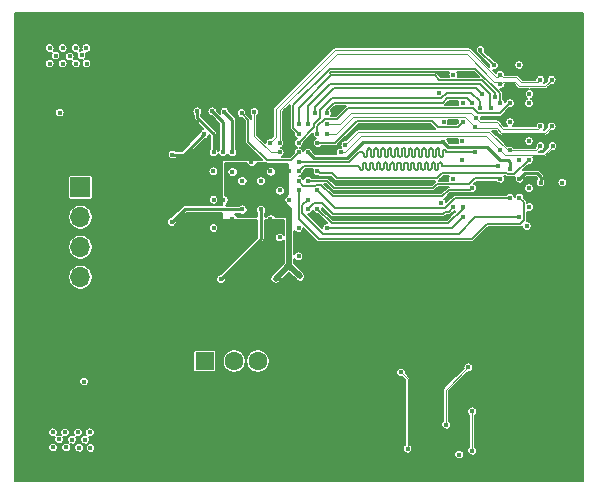
<source format=gbr>
%TF.GenerationSoftware,KiCad,Pcbnew,(5.1.7)-1*%
%TF.CreationDate,2021-05-14T12:52:33-07:00*%
%TF.ProjectId,Keychain,4b657963-6861-4696-9e2e-6b696361645f,rev?*%
%TF.SameCoordinates,Original*%
%TF.FileFunction,Copper,L4,Bot*%
%TF.FilePolarity,Positive*%
%FSLAX46Y46*%
G04 Gerber Fmt 4.6, Leading zero omitted, Abs format (unit mm)*
G04 Created by KiCad (PCBNEW (5.1.7)-1) date 2021-05-14 12:52:33*
%MOMM*%
%LPD*%
G01*
G04 APERTURE LIST*
%TA.AperFunction,ComponentPad*%
%ADD10C,1.600000*%
%TD*%
%TA.AperFunction,ComponentPad*%
%ADD11R,1.600000X1.500000*%
%TD*%
%TA.AperFunction,ComponentPad*%
%ADD12C,3.000000*%
%TD*%
%TA.AperFunction,ComponentPad*%
%ADD13O,1.700000X1.700000*%
%TD*%
%TA.AperFunction,ComponentPad*%
%ADD14R,1.700000X1.700000*%
%TD*%
%TA.AperFunction,ViaPad*%
%ADD15C,0.450000*%
%TD*%
%TA.AperFunction,Conductor*%
%ADD16C,0.250000*%
%TD*%
%TA.AperFunction,Conductor*%
%ADD17C,0.500000*%
%TD*%
%TA.AperFunction,Conductor*%
%ADD18C,0.100000*%
%TD*%
%TA.AperFunction,Conductor*%
%ADD19C,0.145000*%
%TD*%
%TA.AperFunction,Conductor*%
%ADD20C,0.254000*%
%TD*%
%TA.AperFunction,Conductor*%
%ADD21C,0.127000*%
%TD*%
G04 APERTURE END LIST*
D10*
%TO.P,J3,4*%
%TO.N,GND*%
X142525000Y-98200000D03*
%TO.P,J3,3*%
%TO.N,Net-(J3-Pad3)*%
X140025000Y-98200000D03*
%TO.P,J3,2*%
%TO.N,Net-(J3-Pad2)*%
X138025000Y-98200000D03*
D11*
%TO.P,J3,1*%
%TO.N,+5V*%
X135525000Y-98200000D03*
D12*
%TO.P,J3,5*%
%TO.N,GND*%
X145595000Y-100910000D03*
X132455000Y-100910000D03*
%TD*%
D13*
%TO.P,J2,5*%
%TO.N,GND*%
X125000000Y-93635000D03*
%TO.P,J2,4*%
%TO.N,/RTS*%
X125000000Y-91095000D03*
%TO.P,J2,3*%
%TO.N,/TX*%
X125000000Y-88555000D03*
%TO.P,J2,2*%
%TO.N,/CTS*%
X125000000Y-86015000D03*
D14*
%TO.P,J2,1*%
%TO.N,/RX*%
X125000000Y-83475000D03*
%TD*%
D15*
%TO.N,*%
X125400000Y-104850000D03*
X124300000Y-104850000D03*
X123200000Y-104825000D03*
X123800000Y-105500000D03*
X122675000Y-105500000D03*
X124900000Y-105525000D03*
X125850000Y-105550000D03*
X125800000Y-104225000D03*
X124800000Y-104225000D03*
X123700000Y-104225000D03*
X122675000Y-104225000D03*
X122900000Y-72325000D03*
X124100000Y-72400000D03*
X125100000Y-72300000D03*
X125525000Y-73000000D03*
X124625000Y-73000000D03*
X123500000Y-73000000D03*
X122400000Y-73000000D03*
X122400000Y-71700000D03*
X123500000Y-71700000D03*
X124600000Y-71700000D03*
X125500000Y-71700000D03*
%TO.N,GND*%
X162175000Y-76350000D03*
X162975000Y-73950000D03*
X162175000Y-77950000D03*
X155775000Y-82750000D03*
X156575000Y-76350000D03*
X133880000Y-78915000D03*
X133070000Y-77315000D03*
X136270000Y-78135000D03*
X135490000Y-86125000D03*
X155775000Y-73950000D03*
X162975000Y-73150000D03*
X157375000Y-73950000D03*
X142675000Y-80525000D03*
X155925000Y-86100000D03*
X145075000Y-88525000D03*
X141075000Y-88525000D03*
X137900000Y-88525000D03*
X133050000Y-90925000D03*
X135475000Y-88525000D03*
X162975000Y-84375000D03*
X141075000Y-86125000D03*
X141075000Y-82125000D03*
X137850000Y-82150000D03*
X137875000Y-86125000D03*
X139475000Y-86925000D03*
X139475000Y-81325000D03*
X141875000Y-83725000D03*
X137075000Y-84525000D03*
X155406310Y-83606310D03*
X142675000Y-84525000D03*
X144275000Y-79725000D03*
X145075000Y-80525000D03*
X141075000Y-78925000D03*
X156574998Y-79550000D03*
X145075000Y-86125004D03*
X144275000Y-82125000D03*
X162178014Y-79552941D03*
X156550006Y-77950000D03*
X142675000Y-79724996D03*
X163025000Y-86049998D03*
X165775000Y-86075000D03*
X163025000Y-82775000D03*
X163325000Y-88475000D03*
X165750000Y-81550000D03*
X165650000Y-76200000D03*
X165625000Y-72700000D03*
X163675000Y-71875000D03*
X153975000Y-78325000D03*
X130300000Y-80075000D03*
X132775000Y-75225000D03*
X133775000Y-74575000D03*
X136700000Y-74650000D03*
X138750000Y-74675000D03*
X130550000Y-81325000D03*
X130575000Y-88975000D03*
X133425000Y-93375000D03*
X134425000Y-93350000D03*
X138475000Y-92825000D03*
X142575000Y-93350000D03*
X144550000Y-93475000D03*
X146800000Y-91000000D03*
X138675000Y-78925000D03*
X146700000Y-76900000D03*
%TO.N,+3V3*%
X141875000Y-87725000D03*
X143475000Y-89325000D03*
X136261918Y-82123999D03*
X137080598Y-80505349D03*
X136275000Y-84525000D03*
X136275000Y-86925000D03*
X143475000Y-86925000D03*
X136175000Y-77050000D03*
X125300000Y-99925000D03*
X157075000Y-106100000D03*
%TO.N,+1V5*%
X162975000Y-76350000D03*
X156575000Y-73950000D03*
X156550000Y-82750000D03*
X162975000Y-83550000D03*
X162975000Y-79550000D03*
X139475000Y-83725000D03*
X139475000Y-84525000D03*
X139475000Y-82925000D03*
X139475000Y-85325000D03*
X142675000Y-85325000D03*
X142675000Y-82125000D03*
X162150000Y-73125000D03*
X163025000Y-75575004D03*
X157350000Y-79550000D03*
X162175000Y-81150000D03*
X157350000Y-81150000D03*
X155575364Y-84774011D03*
X161378014Y-77952941D03*
X157375000Y-76350000D03*
X155750000Y-77950000D03*
X155375000Y-75499510D03*
X163000000Y-85150000D03*
X165800000Y-83075000D03*
X162800000Y-86750000D03*
X141525000Y-91200000D03*
X143600000Y-91025000D03*
X123250000Y-77150000D03*
%TO.N,VREFDDR*%
X155695998Y-79625000D03*
X161375000Y-81950000D03*
X144275000Y-80525000D03*
X162175000Y-82750000D03*
X163965000Y-83075000D03*
%TO.N,/SOC_CAP*%
X138675000Y-82925000D03*
X140275000Y-82925000D03*
X140275000Y-85325000D03*
X136900000Y-91250000D03*
%TO.N,/ARM_CAP*%
X138675000Y-85325000D03*
X132725000Y-86425000D03*
%TO.N,/NVCC_PLL*%
X136275000Y-80525000D03*
X134900000Y-77050000D03*
%TO.N,/SNVS_CAP*%
X137200000Y-77075000D03*
X137875000Y-80525000D03*
%TO.N,/HIGH_CAP*%
X135500000Y-78950000D03*
X132800000Y-80700000D03*
%TO.N,/VDD_HIGH_CAP*%
X141875000Y-80525000D03*
X139725000Y-77100000D03*
%TO.N,/DQSU-*%
X145875000Y-78925000D03*
X164900000Y-78325000D03*
X158375000Y-78375000D03*
%TO.N,/DQSU+*%
X145875000Y-78125000D03*
X163950000Y-78325000D03*
X158500000Y-77625000D03*
%TO.N,/DQSL-*%
X160550000Y-73950000D03*
X141075000Y-79725000D03*
X163950000Y-74375000D03*
%TO.N,/DQSL+*%
X160550000Y-74750000D03*
X141875000Y-79725000D03*
X164900000Y-74375000D03*
%TO.N,/RESET#*%
X157375000Y-85975000D03*
X145875000Y-86925000D03*
%TO.N,/CKE0*%
X145075000Y-82125000D03*
X162975000Y-81150000D03*
%TO.N,/ZQPAD*%
X143474988Y-80525000D03*
X138650000Y-77200000D03*
%TO.N,/CK+*%
X161375000Y-80350000D03*
X147425000Y-79900000D03*
X163950000Y-79975000D03*
%TO.N,/CK-*%
X160550000Y-80350000D03*
X147030141Y-80526989D03*
X164975000Y-79975000D03*
%TO.N,/A13*%
X145075000Y-85325000D03*
X157375000Y-85150000D03*
%TO.N,/A7*%
X144275000Y-85325000D03*
X156575000Y-85150000D03*
%TO.N,/A8*%
X144275000Y-84525000D03*
X162150000Y-85975000D03*
%TO.N,/A11*%
X145075000Y-83725000D03*
X161349996Y-84350000D03*
%TO.N,/A4*%
X143475000Y-83725000D03*
X162175000Y-84350000D03*
%TO.N,/A12*%
X144270721Y-82913220D03*
X160550000Y-82750000D03*
%TO.N,/A0*%
X143475000Y-82925000D03*
X158175000Y-83550000D03*
%TO.N,/A10*%
X143480598Y-82105349D03*
X160375000Y-81700000D03*
%TO.N,/RAS#*%
X143475000Y-81325000D03*
X158425000Y-80525000D03*
%TO.N,/DQU5*%
X145070721Y-79729221D03*
X157375000Y-77950000D03*
%TO.N,/DQU4*%
X143480518Y-79725000D03*
X158825000Y-76725000D03*
%TO.N,/DQU3*%
X144275000Y-78125000D03*
X159761897Y-76784948D03*
%TO.N,/DMU*%
X161375000Y-76350000D03*
X145075000Y-78925000D03*
%TO.N,/DQL0*%
X143475000Y-78925000D03*
X160550000Y-76350000D03*
%TO.N,/DQU0*%
X158175000Y-76350000D03*
X145874996Y-77225000D03*
%TO.N,/DQU1*%
X144900500Y-77150000D03*
X159012500Y-75612500D03*
%TO.N,/DQU2*%
X143475000Y-78125000D03*
X160100000Y-75800000D03*
%TO.N,/DQL3*%
X160025000Y-73150000D03*
X158875000Y-71850000D03*
%TO.N,/SD_CLK*%
X157850000Y-98725000D03*
X155975000Y-103575000D03*
%TO.N,/SD_CMD*%
X158175000Y-102450000D03*
X158175000Y-105775000D03*
%TO.N,/SD_D1*%
X152150000Y-99150000D03*
X152700000Y-105600000D03*
%TD*%
D16*
%TO.N,+3V3*%
X137080598Y-77955598D02*
X137080598Y-80505349D01*
X136175000Y-77050000D02*
X137080598Y-77955598D01*
D17*
%TO.N,+1V5*%
X142675000Y-90050000D02*
X141525000Y-91200000D01*
X142675000Y-85325000D02*
X142675000Y-90050000D01*
D16*
X142675000Y-90100000D02*
X142675000Y-90050000D01*
D17*
X143600000Y-91025000D02*
X142675000Y-90100000D01*
D16*
%TO.N,VREFDDR*%
X159452001Y-80027001D02*
X160550000Y-81125000D01*
X156097999Y-80027001D02*
X159452001Y-80027001D01*
X155695998Y-79625000D02*
X156097999Y-80027001D01*
X161375000Y-81950000D02*
X161375000Y-81325000D01*
X161175000Y-81125000D02*
X160550000Y-81125000D01*
X161375000Y-81325000D02*
X161175000Y-81125000D01*
X148950000Y-79625000D02*
X155695998Y-79625000D01*
X147571009Y-81003991D02*
X148950000Y-79625000D01*
X144753991Y-81003991D02*
X147571009Y-81003991D01*
X144275000Y-80525000D02*
X144753991Y-81003991D01*
X162627001Y-82297999D02*
X163672999Y-82297999D01*
X162175000Y-82750000D02*
X162627001Y-82297999D01*
X163965000Y-82590000D02*
X163965000Y-83075000D01*
X163672999Y-82297999D02*
X163965000Y-82590000D01*
%TO.N,/SOC_CAP*%
X140275000Y-87875000D02*
X136900000Y-91250000D01*
X140275000Y-85325000D02*
X140275000Y-87875000D01*
%TO.N,/ARM_CAP*%
X133825000Y-85325000D02*
X132725000Y-86425000D01*
X138675000Y-85325000D02*
X133825000Y-85325000D01*
%TO.N,/NVCC_PLL*%
X134900000Y-77050000D02*
X134900000Y-77575000D01*
X136275000Y-78950000D02*
X136275000Y-80525000D01*
X134900000Y-77575000D02*
X136275000Y-78950000D01*
%TO.N,/SNVS_CAP*%
X137875000Y-77750000D02*
X137875000Y-80525000D01*
X137200000Y-77075000D02*
X137875000Y-77750000D01*
%TO.N,/HIGH_CAP*%
X133750000Y-80700000D02*
X135500000Y-78950000D01*
X132800000Y-80700000D02*
X133750000Y-80700000D01*
D18*
%TO.N,/VDD_HIGH_CAP*%
X139725000Y-79125000D02*
X139725000Y-77100000D01*
X141125000Y-80525000D02*
X139725000Y-79125000D01*
X141875000Y-80525000D02*
X141125000Y-80525000D01*
%TO.N,/DQSU-*%
X157525000Y-77525000D02*
X158300000Y-78300000D01*
X146647488Y-78925000D02*
X148047488Y-77525000D01*
X145875000Y-78925000D02*
X146647488Y-78925000D01*
X148047488Y-77525000D02*
X157525000Y-77525000D01*
X158475000Y-78475000D02*
X158375000Y-78375000D01*
X160646780Y-78850000D02*
X160271780Y-78475000D01*
X160271780Y-78475000D02*
X158475000Y-78475000D01*
X164375000Y-78850000D02*
X160646780Y-78850000D01*
X164900000Y-78325000D02*
X164375000Y-78850000D01*
X158375000Y-78375000D02*
X158300000Y-78300000D01*
%TO.N,/DQSU+*%
X163775000Y-78500000D02*
X163950000Y-78325000D01*
X160791756Y-78500000D02*
X163775000Y-78500000D01*
X160241756Y-77950000D02*
X160791756Y-78500000D01*
X158825000Y-77950000D02*
X160241756Y-77950000D01*
X158050000Y-77175000D02*
X158500000Y-77625000D01*
X147902512Y-77175000D02*
X158050000Y-77175000D01*
X146952512Y-78125000D02*
X147902512Y-77175000D01*
X145875000Y-78125000D02*
X146952512Y-78125000D01*
X158550000Y-77675000D02*
X158825000Y-77950000D01*
X158500000Y-77625000D02*
X158550000Y-77675000D01*
%TO.N,/DQSL-*%
X141575000Y-76850000D02*
X141575000Y-79225000D01*
X146550000Y-71875000D02*
X141575000Y-76850000D01*
X157900000Y-71875000D02*
X146550000Y-71875000D01*
X141575000Y-79225000D02*
X141075000Y-79725000D01*
X160200000Y-74175000D02*
X157900000Y-71875000D01*
X160325000Y-74175000D02*
X160200000Y-74175000D01*
X160550000Y-73950000D02*
X160325000Y-74175000D01*
X160775000Y-74175000D02*
X161922488Y-74175000D01*
X161922488Y-74175000D02*
X162322488Y-74575000D01*
X160550000Y-73950000D02*
X160775000Y-74175000D01*
X162322488Y-74575000D02*
X162322488Y-74577512D01*
X162322488Y-74577512D02*
X162344976Y-74600000D01*
X163725001Y-74599999D02*
X163950000Y-74375000D01*
X162344976Y-74600000D02*
X163725001Y-74599999D01*
D19*
%TO.N,/DQSL+*%
X141925000Y-79675000D02*
X141875000Y-79725000D01*
D18*
X157700000Y-72175000D02*
X146700000Y-72175000D01*
X141925000Y-76950000D02*
X141925000Y-78850000D01*
X160050000Y-74525000D02*
X157700000Y-72175000D01*
X141925000Y-78850000D02*
X141925000Y-79675000D01*
X146700000Y-72175000D02*
X141925000Y-76950000D01*
X160325000Y-74525000D02*
X160050000Y-74525000D01*
X160550000Y-74750000D02*
X160325000Y-74525000D01*
X164350000Y-74925000D02*
X164900000Y-74375000D01*
X161777512Y-74525000D02*
X162177512Y-74925000D01*
X160775000Y-74525000D02*
X161777512Y-74525000D01*
X162177512Y-74925000D02*
X164350000Y-74925000D01*
X160550000Y-74750000D02*
X160775000Y-74525000D01*
D19*
%TO.N,/RESET#*%
X156425000Y-86925000D02*
X145875000Y-86925000D01*
X157375000Y-85975000D02*
X156425000Y-86925000D01*
%TO.N,/CKE0*%
X161750499Y-82374501D02*
X162975000Y-81150000D01*
X161171239Y-82374501D02*
X161750499Y-82374501D01*
X161046738Y-82250000D02*
X161171239Y-82374501D01*
X146300000Y-82300000D02*
X146700000Y-82700000D01*
X155646738Y-82250000D02*
X161046738Y-82250000D01*
X155196738Y-82700000D02*
X155646738Y-82250000D01*
X145250000Y-82300000D02*
X146300000Y-82300000D01*
X146700000Y-82700000D02*
X155196738Y-82700000D01*
X145075000Y-82125000D02*
X145250000Y-82300000D01*
%TO.N,/ZQPAD*%
X143474988Y-80525000D02*
X142849988Y-81150000D01*
X142849988Y-81150000D02*
X140775000Y-81150000D01*
X140775000Y-81150000D02*
X139225000Y-79600000D01*
X139225000Y-77775000D02*
X138650000Y-77200000D01*
X139225000Y-79600000D02*
X139225000Y-77775000D01*
D18*
%TO.N,/CK+*%
X148547999Y-78777001D02*
X147425000Y-79900000D01*
X159602001Y-78777001D02*
X148547999Y-78777001D01*
X161175000Y-80350000D02*
X159602001Y-78777001D01*
X161375000Y-80350000D02*
X161175000Y-80350000D01*
X163575000Y-80350000D02*
X163950000Y-79975000D01*
X161375000Y-80350000D02*
X163575000Y-80350000D01*
%TO.N,/CK-*%
X147392973Y-80526989D02*
X147030141Y-80526989D01*
X160550000Y-80350000D02*
X159325000Y-79125000D01*
X148794962Y-79125000D02*
X147392973Y-80526989D01*
X159325000Y-79125000D02*
X148794962Y-79125000D01*
X164250000Y-80700000D02*
X164975000Y-79975000D01*
X161619962Y-80700000D02*
X164250000Y-80700000D01*
X161567961Y-80752001D02*
X161619962Y-80700000D01*
X160952001Y-80752001D02*
X161567961Y-80752001D01*
X160550000Y-80350000D02*
X160952001Y-80752001D01*
D19*
%TO.N,/A13*%
X157375000Y-85278262D02*
X157375000Y-85150000D01*
X156128761Y-86524501D02*
X157375000Y-85278262D01*
X146274501Y-86524501D02*
X156128761Y-86524501D01*
X145075000Y-85325000D02*
X146274501Y-86524501D01*
%TO.N,/A7*%
X156175000Y-85550000D02*
X156575000Y-85150000D01*
X155846738Y-85550000D02*
X156175000Y-85550000D01*
X155671738Y-85725000D02*
X155846738Y-85550000D01*
X146350000Y-85725000D02*
X155671738Y-85725000D01*
X144800000Y-84800000D02*
X145425000Y-84800000D01*
X145425000Y-84800000D02*
X146350000Y-85725000D01*
X144275000Y-85325000D02*
X144800000Y-84800000D01*
%TO.N,/A8*%
X158450000Y-85975000D02*
X162150000Y-85975000D01*
X157025000Y-87400000D02*
X158450000Y-85975000D01*
X145575000Y-87400000D02*
X157025000Y-87400000D01*
X143800000Y-85625000D02*
X145575000Y-87400000D01*
X143800000Y-85000000D02*
X143800000Y-85625000D01*
X144275000Y-84525000D02*
X143800000Y-85000000D01*
%TO.N,/A11*%
X145075000Y-83725000D02*
X146548512Y-85198512D01*
X146548512Y-85198512D02*
X155901488Y-85198512D01*
X155901488Y-85198512D02*
X156750000Y-84350000D01*
X156750000Y-84350000D02*
X161349996Y-84350000D01*
%TO.N,/A4*%
X143475000Y-86175000D02*
X143475000Y-84043198D01*
X159437500Y-86612500D02*
X158175000Y-87875000D01*
X158175000Y-87875000D02*
X145175000Y-87875000D01*
X162187500Y-86612500D02*
X159437500Y-86612500D01*
X145175000Y-87875000D02*
X143475000Y-86175000D01*
X162575499Y-86224501D02*
X162187500Y-86612500D01*
X162575499Y-84750499D02*
X162575499Y-86224501D01*
X143475000Y-84043198D02*
X143475000Y-83725000D01*
X162175000Y-84350000D02*
X162575499Y-84750499D01*
%TO.N,/A12*%
X155499501Y-83174501D02*
X155500000Y-83175000D01*
X155209857Y-83174501D02*
X155499501Y-83174501D01*
X154859358Y-83525000D02*
X155209857Y-83174501D01*
X146500000Y-83525000D02*
X154859358Y-83525000D01*
X145888220Y-82913220D02*
X146500000Y-83525000D01*
X144270721Y-82913220D02*
X145888220Y-82913220D01*
X157922237Y-83174501D02*
X158371738Y-82725000D01*
X155499501Y-83174501D02*
X157922237Y-83174501D01*
X160525000Y-82725000D02*
X160550000Y-82750000D01*
X158371738Y-82725000D02*
X160525000Y-82725000D01*
%TO.N,/A0*%
X158025000Y-83700000D02*
X158175000Y-83550000D01*
X155650000Y-84250000D02*
X156200000Y-83700000D01*
X146350000Y-84250000D02*
X155650000Y-84250000D01*
X145375000Y-83275000D02*
X146350000Y-84250000D01*
X144934680Y-83275000D02*
X145375000Y-83275000D01*
X144871959Y-83337721D02*
X144934680Y-83275000D01*
X156200000Y-83700000D02*
X158025000Y-83700000D01*
X143887721Y-83337721D02*
X144871959Y-83337721D01*
X143475000Y-82925000D02*
X143887721Y-83337721D01*
%TO.N,/A10*%
X160350000Y-81675000D02*
X160375000Y-81700000D01*
X155750000Y-81675000D02*
X160350000Y-81675000D01*
X155717734Y-81671365D02*
X155750000Y-81675000D01*
X155687086Y-81660641D02*
X155717734Y-81671365D01*
X155659593Y-81643366D02*
X155687086Y-81660641D01*
X155636634Y-81620407D02*
X155659593Y-81643366D01*
X155619359Y-81592914D02*
X155636634Y-81620407D01*
X155608635Y-81562266D02*
X155619359Y-81592914D01*
X155605000Y-81530000D02*
X155608635Y-81562266D01*
X155605000Y-81520000D02*
X155605000Y-81530000D01*
X155601364Y-81487735D02*
X155605000Y-81520000D01*
X155590640Y-81457087D02*
X155601364Y-81487735D01*
X155573365Y-81429594D02*
X155590640Y-81457087D01*
X155550406Y-81406635D02*
X155573365Y-81429594D01*
X155522913Y-81389360D02*
X155550406Y-81406635D01*
X155492265Y-81378636D02*
X155522913Y-81389360D01*
X155460000Y-81375000D02*
X155492265Y-81378636D01*
X155427734Y-81378636D02*
X155460000Y-81375000D01*
X155397086Y-81389360D02*
X155427734Y-81378636D01*
X155369593Y-81406635D02*
X155397086Y-81389360D01*
X155346634Y-81429594D02*
X155369593Y-81406635D01*
X155329359Y-81457087D02*
X155346634Y-81429594D01*
X155318635Y-81487735D02*
X155329359Y-81457087D01*
X155315000Y-81520000D02*
X155318635Y-81487735D01*
X155315000Y-81830000D02*
X155315000Y-81520000D01*
X155311364Y-81862265D02*
X155315000Y-81830000D01*
X155300640Y-81892913D02*
X155311364Y-81862265D01*
X155283365Y-81920406D02*
X155300640Y-81892913D01*
X155260406Y-81943365D02*
X155283365Y-81920406D01*
X155232913Y-81960640D02*
X155260406Y-81943365D01*
X155202265Y-81971364D02*
X155232913Y-81960640D01*
X155170000Y-81975000D02*
X155202265Y-81971364D01*
X155137734Y-81971364D02*
X155170000Y-81975000D01*
X155107086Y-81960640D02*
X155137734Y-81971364D01*
X155079593Y-81943365D02*
X155107086Y-81960640D01*
X155056634Y-81920406D02*
X155079593Y-81943365D01*
X155039359Y-81892913D02*
X155056634Y-81920406D01*
X155028635Y-81862265D02*
X155039359Y-81892913D01*
X155025000Y-81830000D02*
X155028635Y-81862265D01*
X155025000Y-81520000D02*
X155025000Y-81830000D01*
X155021364Y-81487735D02*
X155025000Y-81520000D01*
X155010640Y-81457087D02*
X155021364Y-81487735D01*
X154993365Y-81429594D02*
X155010640Y-81457087D01*
X154970406Y-81406635D02*
X154993365Y-81429594D01*
X154942913Y-81389360D02*
X154970406Y-81406635D01*
X154912265Y-81378636D02*
X154942913Y-81389360D01*
X154880000Y-81375000D02*
X154912265Y-81378636D01*
X154847734Y-81378636D02*
X154880000Y-81375000D01*
X154817086Y-81389360D02*
X154847734Y-81378636D01*
X154789593Y-81406635D02*
X154817086Y-81389360D01*
X154766634Y-81429594D02*
X154789593Y-81406635D01*
X154749359Y-81457087D02*
X154766634Y-81429594D01*
X154738635Y-81487735D02*
X154749359Y-81457087D01*
X154735000Y-81520000D02*
X154738635Y-81487735D01*
X154735000Y-81830000D02*
X154735000Y-81520000D01*
X154731364Y-81862265D02*
X154735000Y-81830000D01*
X154720640Y-81892913D02*
X154731364Y-81862265D01*
X154703365Y-81920406D02*
X154720640Y-81892913D01*
X154680406Y-81943365D02*
X154703365Y-81920406D01*
X154652913Y-81960640D02*
X154680406Y-81943365D01*
X154622265Y-81971364D02*
X154652913Y-81960640D01*
X154590000Y-81975000D02*
X154622265Y-81971364D01*
X154557734Y-81971364D02*
X154590000Y-81975000D01*
X154527086Y-81960640D02*
X154557734Y-81971364D01*
X154499593Y-81943365D02*
X154527086Y-81960640D01*
X154476634Y-81920406D02*
X154499593Y-81943365D01*
X154459359Y-81892913D02*
X154476634Y-81920406D01*
X154448635Y-81862265D02*
X154459359Y-81892913D01*
X154445000Y-81830000D02*
X154448635Y-81862265D01*
X154445000Y-81520000D02*
X154445000Y-81830000D01*
X154441364Y-81487735D02*
X154445000Y-81520000D01*
X154430640Y-81457087D02*
X154441364Y-81487735D01*
X154413365Y-81429594D02*
X154430640Y-81457087D01*
X154390406Y-81406635D02*
X154413365Y-81429594D01*
X154362913Y-81389360D02*
X154390406Y-81406635D01*
X154332265Y-81378636D02*
X154362913Y-81389360D01*
X154300000Y-81375000D02*
X154332265Y-81378636D01*
X154267734Y-81378636D02*
X154300000Y-81375000D01*
X154237086Y-81389360D02*
X154267734Y-81378636D01*
X154209593Y-81406635D02*
X154237086Y-81389360D01*
X154186634Y-81429594D02*
X154209593Y-81406635D01*
X154169359Y-81457087D02*
X154186634Y-81429594D01*
X154158635Y-81487735D02*
X154169359Y-81457087D01*
X154155000Y-81520000D02*
X154158635Y-81487735D01*
X154155000Y-81830000D02*
X154155000Y-81520000D01*
X154151364Y-81862265D02*
X154155000Y-81830000D01*
X154140640Y-81892913D02*
X154151364Y-81862265D01*
X154123365Y-81920406D02*
X154140640Y-81892913D01*
X154100406Y-81943365D02*
X154123365Y-81920406D01*
X154072913Y-81960640D02*
X154100406Y-81943365D01*
X154042265Y-81971364D02*
X154072913Y-81960640D01*
X154010000Y-81975000D02*
X154042265Y-81971364D01*
X153977734Y-81971364D02*
X154010000Y-81975000D01*
X153947086Y-81960640D02*
X153977734Y-81971364D01*
X153919593Y-81943365D02*
X153947086Y-81960640D01*
X153896634Y-81920406D02*
X153919593Y-81943365D01*
X153879359Y-81892913D02*
X153896634Y-81920406D01*
X153868635Y-81862265D02*
X153879359Y-81892913D01*
X153865000Y-81830000D02*
X153868635Y-81862265D01*
X153865000Y-81520000D02*
X153865000Y-81830000D01*
X153861364Y-81487735D02*
X153865000Y-81520000D01*
X153850640Y-81457087D02*
X153861364Y-81487735D01*
X153833365Y-81429594D02*
X153850640Y-81457087D01*
X153810406Y-81406635D02*
X153833365Y-81429594D01*
X153782913Y-81389360D02*
X153810406Y-81406635D01*
X153752265Y-81378636D02*
X153782913Y-81389360D01*
X153720000Y-81375000D02*
X153752265Y-81378636D01*
X153687734Y-81378636D02*
X153720000Y-81375000D01*
X153657086Y-81389360D02*
X153687734Y-81378636D01*
X153629593Y-81406635D02*
X153657086Y-81389360D01*
X153606634Y-81429594D02*
X153629593Y-81406635D01*
X153589359Y-81457087D02*
X153606634Y-81429594D01*
X153578635Y-81487735D02*
X153589359Y-81457087D01*
X153575000Y-81520000D02*
X153578635Y-81487735D01*
X153575000Y-81830000D02*
X153575000Y-81520000D01*
X153571364Y-81862265D02*
X153575000Y-81830000D01*
X153560640Y-81892913D02*
X153571364Y-81862265D01*
X153543365Y-81920406D02*
X153560640Y-81892913D01*
X153520406Y-81943365D02*
X153543365Y-81920406D01*
X153492913Y-81960640D02*
X153520406Y-81943365D01*
X153462265Y-81971364D02*
X153492913Y-81960640D01*
X153430000Y-81975000D02*
X153462265Y-81971364D01*
X150620406Y-81943365D02*
X150643365Y-81920406D01*
X150592913Y-81960640D02*
X150620406Y-81943365D01*
X150562265Y-81971364D02*
X150592913Y-81960640D01*
X150530000Y-81975000D02*
X150562265Y-81971364D01*
X150497734Y-81971364D02*
X150530000Y-81975000D01*
X150467086Y-81960640D02*
X150497734Y-81971364D01*
X150706634Y-81429594D02*
X150729593Y-81406635D01*
X151223365Y-81920406D02*
X151240640Y-81892913D01*
X150439593Y-81943365D02*
X150467086Y-81960640D01*
X150689359Y-81457087D02*
X150706634Y-81429594D01*
X151838635Y-81487735D02*
X151849359Y-81457087D01*
X150416634Y-81920406D02*
X150439593Y-81943365D01*
X150399359Y-81892913D02*
X150416634Y-81920406D01*
X150388635Y-81862265D02*
X150399359Y-81892913D01*
X150675000Y-81520000D02*
X150678635Y-81487735D01*
X151780406Y-81943365D02*
X151803365Y-81920406D01*
X150385000Y-81830000D02*
X150388635Y-81862265D01*
X150385000Y-81520000D02*
X150385000Y-81830000D01*
X150098635Y-81487735D02*
X150109359Y-81457087D01*
X151917086Y-81389360D02*
X151947734Y-81378636D01*
X151337086Y-81389360D02*
X151367734Y-81378636D01*
X151077734Y-81971364D02*
X151110000Y-81975000D01*
X150370640Y-81457087D02*
X150381364Y-81487735D01*
X151462913Y-81389360D02*
X151490406Y-81406635D01*
X150353365Y-81429594D02*
X150370640Y-81457087D01*
X150330406Y-81406635D02*
X150353365Y-81429594D01*
X150675000Y-81830000D02*
X150675000Y-81520000D01*
X151599593Y-81943365D02*
X151627086Y-81960640D01*
X150240000Y-81375000D02*
X150272265Y-81378636D01*
X150643365Y-81920406D02*
X150660640Y-81892913D01*
X151400000Y-81375000D02*
X151432265Y-81378636D01*
X151541364Y-81487735D02*
X151545000Y-81520000D01*
X150207734Y-81378636D02*
X150240000Y-81375000D01*
X151269359Y-81457087D02*
X151286634Y-81429594D01*
X150177086Y-81389360D02*
X150207734Y-81378636D01*
X150149593Y-81406635D02*
X150177086Y-81389360D01*
X150381364Y-81487735D02*
X150385000Y-81520000D01*
X151255000Y-81520000D02*
X151258635Y-81487735D01*
X151240640Y-81892913D02*
X151251364Y-81862265D01*
X150126634Y-81429594D02*
X150149593Y-81406635D01*
X150961364Y-81487735D02*
X150965000Y-81520000D01*
X150109359Y-81457087D02*
X150126634Y-81429594D01*
X152121364Y-81487735D02*
X152125000Y-81520000D01*
X150095000Y-81520000D02*
X150098635Y-81487735D01*
X151172913Y-81960640D02*
X151200406Y-81943365D01*
X150095000Y-81830000D02*
X150095000Y-81520000D01*
X150678635Y-81487735D02*
X150689359Y-81457087D01*
X151835000Y-81830000D02*
X151835000Y-81520000D01*
X151367734Y-81378636D02*
X151400000Y-81375000D01*
X151803365Y-81920406D02*
X151820640Y-81892913D01*
X150080640Y-81892913D02*
X150091364Y-81862265D01*
X151047086Y-81960640D02*
X151077734Y-81971364D01*
X150063365Y-81920406D02*
X150080640Y-81892913D01*
X151835000Y-81520000D02*
X151838635Y-81487735D01*
X150040406Y-81943365D02*
X150063365Y-81920406D01*
X151309593Y-81406635D02*
X151337086Y-81389360D01*
X150012913Y-81960640D02*
X150040406Y-81943365D01*
X151866634Y-81429594D02*
X151889593Y-81406635D01*
X149982265Y-81971364D02*
X150012913Y-81960640D01*
X149950000Y-81975000D02*
X149982265Y-81971364D01*
X152042913Y-81389360D02*
X152070406Y-81406635D01*
X149917734Y-81971364D02*
X149950000Y-81975000D01*
X151019593Y-81943365D02*
X151047086Y-81960640D01*
X151980000Y-81375000D02*
X152012265Y-81378636D01*
X149887086Y-81960640D02*
X149917734Y-81971364D01*
X150968635Y-81862265D02*
X150979359Y-81892913D01*
X150965000Y-81520000D02*
X150965000Y-81830000D01*
X149859593Y-81943365D02*
X149887086Y-81960640D01*
X151722265Y-81971364D02*
X151752913Y-81960640D01*
X149836634Y-81920406D02*
X149859593Y-81943365D01*
X150671364Y-81862265D02*
X150675000Y-81830000D01*
X151559359Y-81892913D02*
X151576634Y-81920406D01*
X152110640Y-81457087D02*
X152121364Y-81487735D01*
X149819359Y-81892913D02*
X149836634Y-81920406D01*
X151251364Y-81862265D02*
X151255000Y-81830000D01*
X150852265Y-81378636D02*
X150882913Y-81389360D01*
X151142265Y-81971364D02*
X151172913Y-81960640D01*
X151513365Y-81429594D02*
X151530640Y-81457087D01*
X149805000Y-81520000D02*
X149805000Y-81830000D01*
X151820640Y-81892913D02*
X151831364Y-81862265D01*
X149801364Y-81487735D02*
X149805000Y-81520000D01*
X151576634Y-81920406D02*
X151599593Y-81943365D01*
X149790640Y-81457087D02*
X149801364Y-81487735D01*
X152125000Y-81830000D02*
X152128635Y-81862265D01*
X151831364Y-81862265D02*
X151835000Y-81830000D01*
X151849359Y-81457087D02*
X151866634Y-81429594D01*
X149773365Y-81429594D02*
X149790640Y-81457087D01*
X149750406Y-81406635D02*
X149773365Y-81429594D01*
X149805000Y-81830000D02*
X149808635Y-81862265D01*
X151947734Y-81378636D02*
X151980000Y-81375000D01*
X151530640Y-81457087D02*
X151541364Y-81487735D01*
X149722913Y-81389360D02*
X149750406Y-81406635D01*
X152093365Y-81429594D02*
X152110640Y-81457087D01*
X149692265Y-81378636D02*
X149722913Y-81389360D01*
X151255000Y-81830000D02*
X151255000Y-81520000D01*
X151889593Y-81406635D02*
X151917086Y-81389360D01*
X149660000Y-81375000D02*
X149692265Y-81378636D01*
X151258635Y-81487735D02*
X151269359Y-81457087D01*
X151627086Y-81960640D02*
X151657734Y-81971364D01*
X149627734Y-81378636D02*
X149660000Y-81375000D01*
X151110000Y-81975000D02*
X151142265Y-81971364D01*
X151657734Y-81971364D02*
X151690000Y-81975000D01*
X149597086Y-81389360D02*
X149627734Y-81378636D01*
X151200406Y-81943365D02*
X151223365Y-81920406D01*
X149569593Y-81406635D02*
X149597086Y-81389360D01*
X150660640Y-81892913D02*
X150671364Y-81862265D01*
X151545000Y-81520000D02*
X151545000Y-81830000D01*
X148935000Y-81830000D02*
X148935000Y-81520000D01*
X148938635Y-81487735D02*
X148949359Y-81457087D01*
X148931364Y-81862265D02*
X148935000Y-81830000D01*
X149546634Y-81429594D02*
X149569593Y-81406635D01*
X150272265Y-81378636D02*
X150302913Y-81389360D01*
X151490406Y-81406635D02*
X151513365Y-81429594D01*
X148920640Y-81892913D02*
X148931364Y-81862265D01*
X150965000Y-81830000D02*
X150968635Y-81862265D01*
X150729593Y-81406635D02*
X150757086Y-81389360D01*
X148903365Y-81920406D02*
X148920640Y-81892913D01*
X149500640Y-81892913D02*
X149511364Y-81862265D01*
X148880406Y-81943365D02*
X148903365Y-81920406D01*
X148852913Y-81960640D02*
X148880406Y-81943365D01*
X151548635Y-81862265D02*
X151559359Y-81892913D01*
X150787734Y-81378636D02*
X150820000Y-81375000D01*
X150996634Y-81920406D02*
X151019593Y-81943365D01*
X148790000Y-81975000D02*
X148822265Y-81971364D01*
X149460406Y-81943365D02*
X149483365Y-81920406D01*
X148757734Y-81971364D02*
X148790000Y-81975000D01*
X148727086Y-81960640D02*
X148757734Y-81971364D01*
X148676634Y-81920406D02*
X148699593Y-81943365D01*
X148822265Y-81971364D02*
X148852913Y-81960640D01*
X143480598Y-82105349D02*
X143910947Y-81675000D01*
X151545000Y-81830000D02*
X151548635Y-81862265D01*
X150882913Y-81389360D02*
X150910406Y-81406635D01*
X143910947Y-81675000D02*
X148500000Y-81675000D01*
X148648635Y-81862265D02*
X148659359Y-81892913D01*
X148500000Y-81675000D02*
X148532265Y-81678635D01*
X148966634Y-81429594D02*
X148989593Y-81406635D01*
X148645000Y-81820000D02*
X148645000Y-81830000D01*
X152012265Y-81378636D02*
X152042913Y-81389360D01*
X150757086Y-81389360D02*
X150787734Y-81378636D01*
X150979359Y-81892913D02*
X150996634Y-81920406D01*
X148659359Y-81892913D02*
X148676634Y-81920406D01*
X149256634Y-81920406D02*
X149279593Y-81943365D01*
X148532265Y-81678635D02*
X148562913Y-81689359D01*
X148562913Y-81689359D02*
X148590406Y-81706634D01*
X148590406Y-81706634D02*
X148613365Y-81729593D01*
X151286634Y-81429594D02*
X151309593Y-81406635D01*
X149529359Y-81457087D02*
X149546634Y-81429594D01*
X151690000Y-81975000D02*
X151722265Y-81971364D01*
X148699593Y-81943365D02*
X148727086Y-81960640D01*
X148613365Y-81729593D02*
X148630640Y-81757086D01*
X148949359Y-81457087D02*
X148966634Y-81429594D01*
X148630640Y-81757086D02*
X148641364Y-81787734D01*
X148641364Y-81787734D02*
X148645000Y-81820000D01*
X148645000Y-81830000D02*
X148648635Y-81862265D01*
X151752913Y-81960640D02*
X151780406Y-81943365D01*
X150910406Y-81406635D02*
X150933365Y-81429594D01*
X148935000Y-81520000D02*
X148938635Y-81487735D01*
X152125000Y-81520000D02*
X152125000Y-81830000D01*
X150302913Y-81389360D02*
X150330406Y-81406635D01*
X150950640Y-81457087D02*
X150961364Y-81487735D01*
X148989593Y-81406635D02*
X149017086Y-81389360D01*
X149432913Y-81960640D02*
X149460406Y-81943365D01*
X149017086Y-81389360D02*
X149047734Y-81378636D01*
X149047734Y-81378636D02*
X149080000Y-81375000D01*
X149080000Y-81375000D02*
X149112265Y-81378636D01*
X149112265Y-81378636D02*
X149142913Y-81389360D01*
X150933365Y-81429594D02*
X150950640Y-81457087D01*
X150820000Y-81375000D02*
X150852265Y-81378636D01*
X149142913Y-81389360D02*
X149170406Y-81406635D01*
X149170406Y-81406635D02*
X149193365Y-81429594D01*
X149515000Y-81520000D02*
X149518635Y-81487735D01*
X150091364Y-81862265D02*
X150095000Y-81830000D01*
X152070406Y-81406635D02*
X152093365Y-81429594D01*
X149193365Y-81429594D02*
X149210640Y-81457087D01*
X149210640Y-81457087D02*
X149221364Y-81487735D01*
X149518635Y-81487735D02*
X149529359Y-81457087D01*
X149808635Y-81862265D02*
X149819359Y-81892913D01*
X151432265Y-81378636D02*
X151462913Y-81389360D01*
X149221364Y-81487735D02*
X149225000Y-81520000D01*
X149225000Y-81520000D02*
X149225000Y-81830000D01*
X149225000Y-81830000D02*
X149228635Y-81862265D01*
X149228635Y-81862265D02*
X149239359Y-81892913D01*
X149239359Y-81892913D02*
X149256634Y-81920406D01*
X149279593Y-81943365D02*
X149307086Y-81960640D01*
X149307086Y-81960640D02*
X149337734Y-81971364D01*
X149337734Y-81971364D02*
X149370000Y-81975000D01*
X149370000Y-81975000D02*
X149402265Y-81971364D01*
X149402265Y-81971364D02*
X149432913Y-81960640D01*
X149483365Y-81920406D02*
X149500640Y-81892913D01*
X149511364Y-81862265D02*
X149515000Y-81830000D01*
X149515000Y-81830000D02*
X149515000Y-81520000D01*
X152128635Y-81862265D02*
X152139359Y-81892913D01*
X152139359Y-81892913D02*
X152156634Y-81920406D01*
X152156634Y-81920406D02*
X152179593Y-81943365D01*
X152179593Y-81943365D02*
X152207086Y-81960640D01*
X152207086Y-81960640D02*
X152237734Y-81971364D01*
X152237734Y-81971364D02*
X152270000Y-81975000D01*
X152270000Y-81975000D02*
X152302265Y-81971364D01*
X152302265Y-81971364D02*
X152332913Y-81960640D01*
X152332913Y-81960640D02*
X152360406Y-81943365D01*
X152360406Y-81943365D02*
X152383365Y-81920406D01*
X152383365Y-81920406D02*
X152400640Y-81892913D01*
X152400640Y-81892913D02*
X152411364Y-81862265D01*
X152411364Y-81862265D02*
X152415000Y-81830000D01*
X152415000Y-81830000D02*
X152415000Y-81520000D01*
X152415000Y-81520000D02*
X152418635Y-81487735D01*
X152418635Y-81487735D02*
X152429359Y-81457087D01*
X152429359Y-81457087D02*
X152446634Y-81429594D01*
X152446634Y-81429594D02*
X152469593Y-81406635D01*
X152469593Y-81406635D02*
X152497086Y-81389360D01*
X152497086Y-81389360D02*
X152527734Y-81378636D01*
X152527734Y-81378636D02*
X152560000Y-81375000D01*
X152560000Y-81375000D02*
X152592265Y-81378636D01*
X152592265Y-81378636D02*
X152622913Y-81389360D01*
X152622913Y-81389360D02*
X152650406Y-81406635D01*
X152650406Y-81406635D02*
X152673365Y-81429594D01*
X152673365Y-81429594D02*
X152690640Y-81457087D01*
X152690640Y-81457087D02*
X152701364Y-81487735D01*
X152701364Y-81487735D02*
X152705000Y-81520000D01*
X152705000Y-81520000D02*
X152705000Y-81830000D01*
X152705000Y-81830000D02*
X152708635Y-81862265D01*
X152708635Y-81862265D02*
X152719359Y-81892913D01*
X152719359Y-81892913D02*
X152736634Y-81920406D01*
X152736634Y-81920406D02*
X152759593Y-81943365D01*
X152759593Y-81943365D02*
X152787086Y-81960640D01*
X152787086Y-81960640D02*
X152817734Y-81971364D01*
X152817734Y-81971364D02*
X152850000Y-81975000D01*
X152850000Y-81975000D02*
X152882265Y-81971364D01*
X152882265Y-81971364D02*
X152912913Y-81960640D01*
X152912913Y-81960640D02*
X152940406Y-81943365D01*
X152940406Y-81943365D02*
X152963365Y-81920406D01*
X152963365Y-81920406D02*
X152980640Y-81892913D01*
X152980640Y-81892913D02*
X152991364Y-81862265D01*
X152991364Y-81862265D02*
X152995000Y-81830000D01*
X152995000Y-81830000D02*
X152995000Y-81520000D01*
X152995000Y-81520000D02*
X152998635Y-81487735D01*
X152998635Y-81487735D02*
X153009359Y-81457087D01*
X153009359Y-81457087D02*
X153026634Y-81429594D01*
X153026634Y-81429594D02*
X153049593Y-81406635D01*
X153049593Y-81406635D02*
X153077086Y-81389360D01*
X153077086Y-81389360D02*
X153107734Y-81378636D01*
X153107734Y-81378636D02*
X153140000Y-81375000D01*
X153140000Y-81375000D02*
X153172265Y-81378636D01*
X153172265Y-81378636D02*
X153202913Y-81389360D01*
X153202913Y-81389360D02*
X153230406Y-81406635D01*
X153230406Y-81406635D02*
X153253365Y-81429594D01*
X153253365Y-81429594D02*
X153270640Y-81457087D01*
X153270640Y-81457087D02*
X153281364Y-81487735D01*
X153281364Y-81487735D02*
X153285000Y-81520000D01*
X153285000Y-81520000D02*
X153285000Y-81830000D01*
X153285000Y-81830000D02*
X153288635Y-81862265D01*
X153288635Y-81862265D02*
X153299359Y-81892913D01*
X153299359Y-81892913D02*
X153316634Y-81920406D01*
X153316634Y-81920406D02*
X153339593Y-81943365D01*
X153339593Y-81943365D02*
X153367086Y-81960640D01*
X153367086Y-81960640D02*
X153397734Y-81971364D01*
X153397734Y-81971364D02*
X153430000Y-81975000D01*
%TO.N,/RAS#*%
X156080000Y-80525000D02*
X157650000Y-80525000D01*
X156057747Y-80522493D02*
X156080000Y-80525000D01*
X156036611Y-80515097D02*
X156057747Y-80522493D01*
X155989903Y-80468389D02*
X156001816Y-80487349D01*
X155982507Y-80447253D02*
X155989903Y-80468389D01*
X155970096Y-80381612D02*
X155977492Y-80402748D01*
X155942348Y-80346817D02*
X155958183Y-80362652D01*
X155880000Y-80325000D02*
X155902252Y-80327508D01*
X155790000Y-80325000D02*
X155880000Y-80325000D01*
X155746611Y-80334904D02*
X155767747Y-80327508D01*
X155727651Y-80346817D02*
X155746611Y-80334904D01*
X155711816Y-80362652D02*
X155727651Y-80346817D01*
X155699903Y-80381612D02*
X155711816Y-80362652D01*
X155692507Y-80402748D02*
X155699903Y-80381612D01*
X155690000Y-80425000D02*
X155692507Y-80402748D01*
X155690000Y-80730000D02*
X155690000Y-80425000D01*
X155686364Y-80762265D02*
X155690000Y-80730000D01*
X155675640Y-80792913D02*
X155686364Y-80762265D01*
X155658365Y-80820406D02*
X155675640Y-80792913D01*
X154642734Y-80178636D02*
X154675000Y-80175000D01*
X154612086Y-80189360D02*
X154642734Y-80178636D01*
X154805640Y-80257087D02*
X154816364Y-80287735D01*
X151035640Y-80792913D02*
X151046364Y-80762265D01*
X155400000Y-80320000D02*
X155400000Y-80730000D01*
X151018365Y-80820406D02*
X151035640Y-80792913D01*
X154902086Y-80860640D02*
X154932734Y-80871364D01*
X150995406Y-80843365D02*
X151018365Y-80820406D01*
X155255000Y-80175000D02*
X155287265Y-80178636D01*
X150967913Y-80860640D02*
X150995406Y-80843365D01*
X155317913Y-80189360D02*
X155345406Y-80206635D01*
X150937265Y-80871364D02*
X150967913Y-80860640D01*
X155287265Y-80178636D02*
X155317913Y-80189360D01*
X150905000Y-80875000D02*
X150937265Y-80871364D01*
X150872734Y-80871364D02*
X150905000Y-80875000D01*
X150842086Y-80860640D02*
X150872734Y-80871364D01*
X150814593Y-80843365D02*
X150842086Y-80860640D01*
X150791634Y-80820406D02*
X150814593Y-80843365D01*
X150774359Y-80792913D02*
X150791634Y-80820406D01*
X150763635Y-80762265D02*
X150774359Y-80792913D01*
X150760000Y-80730000D02*
X150763635Y-80762265D01*
X150760000Y-80320000D02*
X150760000Y-80730000D01*
X150756364Y-80287735D02*
X150760000Y-80320000D01*
X154675000Y-80175000D02*
X154707265Y-80178636D01*
X150745640Y-80257087D02*
X150756364Y-80287735D01*
X150728365Y-80229594D02*
X150745640Y-80257087D01*
X155110000Y-80320000D02*
X155113635Y-80287735D01*
X150705406Y-80206635D02*
X150728365Y-80229594D01*
X155222734Y-80178636D02*
X155255000Y-80175000D01*
X150677913Y-80189360D02*
X150705406Y-80206635D01*
X155027913Y-80860640D02*
X155055406Y-80843365D01*
X150647265Y-80178636D02*
X150677913Y-80189360D01*
X155106364Y-80762265D02*
X155110000Y-80730000D01*
X150615000Y-80175000D02*
X150647265Y-80178636D01*
X150582734Y-80178636D02*
X150615000Y-80175000D01*
X155767747Y-80327508D02*
X155790000Y-80325000D01*
X154874593Y-80843365D02*
X154902086Y-80860640D01*
X150552086Y-80189360D02*
X150582734Y-80178636D01*
X155368365Y-80229594D02*
X155385640Y-80257087D01*
X150524593Y-80206635D02*
X150552086Y-80189360D01*
X150501634Y-80229594D02*
X150524593Y-80206635D01*
X154965000Y-80875000D02*
X154997265Y-80871364D01*
X154816364Y-80287735D02*
X154820000Y-80320000D01*
X150484359Y-80257087D02*
X150501634Y-80229594D01*
X154737913Y-80189360D02*
X154765406Y-80206635D01*
X150473635Y-80287735D02*
X150484359Y-80257087D01*
X150470000Y-80320000D02*
X150473635Y-80287735D01*
X150470000Y-80730000D02*
X150470000Y-80320000D01*
X154765406Y-80206635D02*
X154788365Y-80229594D01*
X150466364Y-80762265D02*
X150470000Y-80730000D01*
X150455640Y-80792913D02*
X150466364Y-80762265D01*
X154820000Y-80320000D02*
X154820000Y-80730000D01*
X150438365Y-80820406D02*
X150455640Y-80792913D01*
X150415406Y-80843365D02*
X150438365Y-80820406D01*
X155055406Y-80843365D02*
X155078365Y-80820406D01*
X150387913Y-80860640D02*
X150415406Y-80843365D01*
X155414359Y-80792913D02*
X155431634Y-80820406D01*
X150357265Y-80871364D02*
X150387913Y-80860640D01*
X154823635Y-80762265D02*
X154834359Y-80792913D01*
X150325000Y-80875000D02*
X150357265Y-80871364D01*
X150292734Y-80871364D02*
X150325000Y-80875000D01*
X155110000Y-80730000D02*
X155110000Y-80320000D01*
X150262086Y-80860640D02*
X150292734Y-80871364D01*
X155385640Y-80257087D02*
X155396364Y-80287735D01*
X150234593Y-80843365D02*
X150262086Y-80860640D01*
X150211634Y-80820406D02*
X150234593Y-80843365D01*
X155113635Y-80287735D02*
X155124359Y-80257087D01*
X150194359Y-80792913D02*
X150211634Y-80820406D01*
X155403635Y-80762265D02*
X155414359Y-80792913D01*
X150183635Y-80762265D02*
X150194359Y-80792913D01*
X150180000Y-80730000D02*
X150183635Y-80762265D01*
X155400000Y-80730000D02*
X155403635Y-80762265D01*
X150180000Y-80320000D02*
X150180000Y-80730000D01*
X150176364Y-80287735D02*
X150180000Y-80320000D01*
X154997265Y-80871364D02*
X155027913Y-80860640D01*
X150165640Y-80257087D02*
X150176364Y-80287735D01*
X154932734Y-80871364D02*
X154965000Y-80875000D01*
X150148365Y-80229594D02*
X150165640Y-80257087D01*
X155141634Y-80229594D02*
X155164593Y-80206635D01*
X150125406Y-80206635D02*
X150148365Y-80229594D01*
X155095640Y-80792913D02*
X155106364Y-80762265D01*
X154788365Y-80229594D02*
X154805640Y-80257087D01*
X150097913Y-80189360D02*
X150125406Y-80206635D01*
X150067265Y-80178636D02*
X150097913Y-80189360D01*
X150035000Y-80175000D02*
X150067265Y-80178636D01*
X150002734Y-80178636D02*
X150035000Y-80175000D01*
X149944593Y-80206635D02*
X149972086Y-80189360D01*
X149921634Y-80229594D02*
X149944593Y-80206635D01*
X149904359Y-80257087D02*
X149921634Y-80229594D01*
X149313635Y-80287735D02*
X149324359Y-80257087D01*
X149422734Y-80178636D02*
X149455000Y-80175000D01*
X149306364Y-80762265D02*
X149310000Y-80730000D01*
X149858365Y-80820406D02*
X149875640Y-80792913D01*
X151257913Y-80189360D02*
X151285406Y-80206635D01*
X149278365Y-80820406D02*
X149295640Y-80792913D01*
X149227913Y-80860640D02*
X149255406Y-80843365D01*
X149310000Y-80730000D02*
X149310000Y-80320000D01*
X149197265Y-80871364D02*
X149227913Y-80860640D01*
X149132734Y-80871364D02*
X149165000Y-80875000D01*
X149102086Y-80860640D02*
X149132734Y-80871364D01*
X149310000Y-80320000D02*
X149313635Y-80287735D01*
X149074593Y-80843365D02*
X149102086Y-80860640D01*
X149295640Y-80792913D02*
X149306364Y-80762265D01*
X149051634Y-80820406D02*
X149074593Y-80843365D01*
X149034359Y-80792913D02*
X149051634Y-80820406D01*
X149023635Y-80762265D02*
X149034359Y-80792913D01*
X149020000Y-80730000D02*
X149023635Y-80762265D01*
X149165000Y-80875000D02*
X149197265Y-80871364D01*
X155345406Y-80206635D02*
X155368365Y-80229594D01*
X149890000Y-80730000D02*
X149890000Y-80320000D01*
X143475000Y-81325000D02*
X143525000Y-81375000D01*
X149972086Y-80189360D02*
X150002734Y-80178636D01*
X149600000Y-80320000D02*
X149600000Y-80730000D01*
X143525000Y-81375000D02*
X147725000Y-81375000D01*
X148907265Y-80528635D02*
X148937913Y-80539359D01*
X149893635Y-80287735D02*
X149904359Y-80257087D01*
X155192086Y-80189360D02*
X155222734Y-80178636D01*
X151195000Y-80175000D02*
X151227265Y-80178636D01*
X155635406Y-80843365D02*
X155658365Y-80820406D01*
X151081634Y-80229594D02*
X151104593Y-80206635D01*
X153482734Y-80178636D02*
X153515000Y-80175000D01*
X147725000Y-81375000D02*
X148575000Y-80525000D01*
X151064359Y-80257087D02*
X151081634Y-80229594D01*
X149005640Y-80607086D02*
X149016364Y-80637734D01*
X148575000Y-80525000D02*
X148875000Y-80525000D01*
X148875000Y-80525000D02*
X148907265Y-80528635D01*
X148937913Y-80539359D02*
X148965406Y-80556634D01*
X149255406Y-80843365D02*
X149278365Y-80820406D01*
X151132086Y-80189360D02*
X151162734Y-80178636D01*
X148965406Y-80556634D02*
X148988365Y-80579593D01*
X149016364Y-80637734D02*
X149020000Y-80670000D01*
X148988365Y-80579593D02*
X149005640Y-80607086D01*
X149020000Y-80670000D02*
X149020000Y-80730000D01*
X149392086Y-80189360D02*
X149422734Y-80178636D01*
X151050000Y-80730000D02*
X151050000Y-80320000D01*
X149324359Y-80257087D02*
X149341634Y-80229594D01*
X149341634Y-80229594D02*
X149364593Y-80206635D01*
X149364593Y-80206635D02*
X149392086Y-80189360D01*
X149455000Y-80175000D02*
X149487265Y-80178636D01*
X149487265Y-80178636D02*
X149517913Y-80189360D01*
X153605406Y-80206635D02*
X153628365Y-80229594D01*
X149517913Y-80189360D02*
X149545406Y-80206635D01*
X149545406Y-80206635D02*
X149568365Y-80229594D01*
X155396364Y-80287735D02*
X155400000Y-80320000D01*
X149886364Y-80762265D02*
X149890000Y-80730000D01*
X151162734Y-80178636D02*
X151195000Y-80175000D01*
X149568365Y-80229594D02*
X149585640Y-80257087D01*
X154820000Y-80730000D02*
X154823635Y-80762265D01*
X149890000Y-80320000D02*
X149893635Y-80287735D01*
X149585640Y-80257087D02*
X149596364Y-80287735D01*
X149596364Y-80287735D02*
X149600000Y-80320000D01*
X149600000Y-80730000D02*
X149603635Y-80762265D01*
X149603635Y-80762265D02*
X149614359Y-80792913D01*
X155124359Y-80257087D02*
X155141634Y-80229594D01*
X154707265Y-80178636D02*
X154737913Y-80189360D01*
X151050000Y-80320000D02*
X151053635Y-80287735D01*
X149614359Y-80792913D02*
X149631634Y-80820406D01*
X149631634Y-80820406D02*
X149654593Y-80843365D01*
X149654593Y-80843365D02*
X149682086Y-80860640D01*
X149682086Y-80860640D02*
X149712734Y-80871364D01*
X149712734Y-80871364D02*
X149745000Y-80875000D01*
X149745000Y-80875000D02*
X149777265Y-80871364D01*
X149777265Y-80871364D02*
X149807913Y-80860640D01*
X149807913Y-80860640D02*
X149835406Y-80843365D01*
X149835406Y-80843365D02*
X149858365Y-80820406D01*
X149875640Y-80792913D02*
X149886364Y-80762265D01*
X154271634Y-80820406D02*
X154294593Y-80843365D01*
X153515000Y-80175000D02*
X153547265Y-80178636D01*
X151285406Y-80206635D02*
X151308365Y-80229594D01*
X153315406Y-80843365D02*
X153338365Y-80820406D01*
X152612734Y-80871364D02*
X152645000Y-80875000D01*
X153935640Y-80792913D02*
X153946364Y-80762265D01*
X153628365Y-80229594D02*
X153645640Y-80257087D01*
X151340000Y-80730000D02*
X151343635Y-80762265D01*
X154157913Y-80189360D02*
X154185406Y-80206635D01*
X151343635Y-80762265D02*
X151354359Y-80792913D01*
X153691634Y-80820406D02*
X153714593Y-80843365D01*
X152735406Y-80843365D02*
X152758365Y-80820406D01*
X155607913Y-80860640D02*
X155635406Y-80843365D01*
X154533635Y-80287735D02*
X154544359Y-80257087D01*
X151371634Y-80820406D02*
X151394593Y-80843365D01*
X153674359Y-80792913D02*
X153691634Y-80820406D01*
X151308365Y-80229594D02*
X151325640Y-80257087D01*
X153080000Y-80320000D02*
X153080000Y-80730000D01*
X154254359Y-80792913D02*
X154271634Y-80820406D01*
X152677265Y-80871364D02*
X152707913Y-80860640D01*
X151394593Y-80843365D02*
X151422086Y-80860640D01*
X155923388Y-80334904D02*
X155942348Y-80346817D01*
X152417913Y-80189360D02*
X152445406Y-80206635D01*
X154004593Y-80206635D02*
X154032086Y-80189360D01*
X151422086Y-80860640D02*
X151452734Y-80871364D01*
X154243635Y-80762265D02*
X154254359Y-80792913D01*
X151452734Y-80871364D02*
X151485000Y-80875000D01*
X154447913Y-80860640D02*
X154475406Y-80843365D01*
X153547265Y-80178636D02*
X153577913Y-80189360D01*
X151485000Y-80875000D02*
X151517265Y-80871364D01*
X155164593Y-80206635D02*
X155192086Y-80189360D01*
X151517265Y-80871364D02*
X151547913Y-80860640D01*
X153772734Y-80871364D02*
X153805000Y-80875000D01*
X151547913Y-80860640D02*
X151575406Y-80843365D01*
X152758365Y-80820406D02*
X152775640Y-80792913D01*
X152645000Y-80875000D02*
X152677265Y-80871364D01*
X151598365Y-80820406D02*
X151615640Y-80792913D01*
X152821634Y-80229594D02*
X152844593Y-80206635D01*
X154385000Y-80875000D02*
X154417265Y-80871364D01*
X152844593Y-80206635D02*
X152872086Y-80189360D01*
X151615640Y-80792913D02*
X151626364Y-80762265D01*
X153964359Y-80257087D02*
X153981634Y-80229594D01*
X152935000Y-80175000D02*
X152967265Y-80178636D01*
X151626364Y-80762265D02*
X151630000Y-80730000D01*
X153981634Y-80229594D02*
X154004593Y-80206635D01*
X151227265Y-80178636D02*
X151257913Y-80189360D01*
X153111634Y-80820406D02*
X153134593Y-80843365D01*
X153953635Y-80287735D02*
X153964359Y-80257087D01*
X151630000Y-80730000D02*
X151630000Y-80320000D01*
X151046364Y-80762265D02*
X151050000Y-80730000D01*
X152468365Y-80229594D02*
X152485640Y-80257087D01*
X154584593Y-80206635D02*
X154612086Y-80189360D01*
X153424593Y-80206635D02*
X153452086Y-80189360D01*
X151630000Y-80320000D02*
X151633635Y-80287735D01*
X152514359Y-80792913D02*
X152531634Y-80820406D01*
X154515640Y-80792913D02*
X154526364Y-80762265D01*
X153076364Y-80287735D02*
X153080000Y-80320000D01*
X151644359Y-80257087D02*
X151661634Y-80229594D01*
X155977492Y-80402748D02*
X155982507Y-80447253D01*
X152707913Y-80860640D02*
X152735406Y-80843365D01*
X153645640Y-80257087D02*
X153656364Y-80287735D01*
X151712086Y-80189360D02*
X151742734Y-80178636D01*
X155902252Y-80327508D02*
X155923388Y-80334904D01*
X152554593Y-80843365D02*
X152582086Y-80860640D01*
X154294593Y-80843365D02*
X154322086Y-80860640D01*
X153134593Y-80843365D02*
X153162086Y-80860640D01*
X151775000Y-80175000D02*
X151807265Y-80178636D01*
X152531634Y-80820406D02*
X152554593Y-80843365D01*
X155958183Y-80362652D02*
X155970096Y-80381612D01*
X153656364Y-80287735D02*
X153660000Y-80320000D01*
X152503635Y-80762265D02*
X152514359Y-80792913D01*
X154240000Y-80320000D02*
X154240000Y-80730000D01*
X151837913Y-80189360D02*
X151865406Y-80206635D01*
X154322086Y-80860640D02*
X154352734Y-80871364D01*
X151340000Y-80320000D02*
X151340000Y-80730000D01*
X153355640Y-80792913D02*
X153366364Y-80762265D01*
X153918365Y-80820406D02*
X153935640Y-80792913D01*
X153083635Y-80762265D02*
X153094359Y-80792913D01*
X151865406Y-80206635D02*
X151888365Y-80229594D01*
X153663635Y-80762265D02*
X153674359Y-80792913D01*
X153370000Y-80320000D02*
X153373635Y-80287735D01*
X152496364Y-80287735D02*
X152500000Y-80320000D01*
X154095000Y-80175000D02*
X154127265Y-80178636D01*
X151905640Y-80257087D02*
X151916364Y-80287735D01*
X154225640Y-80257087D02*
X154236364Y-80287735D01*
X151684593Y-80206635D02*
X151712086Y-80189360D01*
X153373635Y-80287735D02*
X153384359Y-80257087D01*
X152582086Y-80860640D02*
X152612734Y-80871364D01*
X154475406Y-80843365D02*
X154498365Y-80820406D01*
X153162086Y-80860640D02*
X153192734Y-80871364D01*
X151920000Y-80320000D02*
X151920000Y-80730000D01*
X155577265Y-80871364D02*
X155607913Y-80860640D01*
X151336364Y-80287735D02*
X151340000Y-80320000D01*
X153370000Y-80730000D02*
X153370000Y-80320000D01*
X154127265Y-80178636D02*
X154157913Y-80189360D01*
X153192734Y-80871364D02*
X153225000Y-80875000D01*
X151920000Y-80730000D02*
X151923635Y-80762265D01*
X154417265Y-80871364D02*
X154447913Y-80860640D01*
X151633635Y-80287735D02*
X151644359Y-80257087D01*
X153384359Y-80257087D02*
X153401634Y-80229594D01*
X156001816Y-80487349D02*
X156017651Y-80503184D01*
X152872086Y-80189360D02*
X152902734Y-80178636D01*
X154834359Y-80792913D02*
X154851634Y-80820406D01*
X151934359Y-80792913D02*
X151951634Y-80820406D01*
X153867913Y-80860640D02*
X153895406Y-80843365D01*
X151053635Y-80287735D02*
X151064359Y-80257087D01*
X153401634Y-80229594D02*
X153424593Y-80206635D01*
X154851634Y-80820406D02*
X154874593Y-80843365D01*
X151951634Y-80820406D02*
X151974593Y-80843365D01*
X151325640Y-80257087D02*
X151336364Y-80287735D01*
X152500000Y-80320000D02*
X152500000Y-80730000D01*
X156017651Y-80503184D02*
X156036611Y-80515097D01*
X154526364Y-80762265D02*
X154530000Y-80730000D01*
X152804359Y-80257087D02*
X152821634Y-80229594D01*
X151974593Y-80843365D02*
X152002086Y-80860640D01*
X157650000Y-80525000D02*
X158425000Y-80525000D01*
X152902734Y-80178636D02*
X152935000Y-80175000D01*
X154062734Y-80178636D02*
X154095000Y-80175000D01*
X152002086Y-80860640D02*
X152032734Y-80871364D01*
X154530000Y-80320000D02*
X154533635Y-80287735D01*
X151104593Y-80206635D02*
X151132086Y-80189360D01*
X153338365Y-80820406D02*
X153355640Y-80792913D01*
X155078365Y-80820406D02*
X155095640Y-80792913D01*
X152032734Y-80871364D02*
X152065000Y-80875000D01*
X152065000Y-80875000D02*
X152097265Y-80871364D01*
X152097265Y-80871364D02*
X152127913Y-80860640D01*
X154208365Y-80229594D02*
X154225640Y-80257087D01*
X152127913Y-80860640D02*
X152155406Y-80843365D01*
X153895406Y-80843365D02*
X153918365Y-80820406D01*
X151807265Y-80178636D02*
X151837913Y-80189360D01*
X153025406Y-80206635D02*
X153048365Y-80229594D01*
X153950000Y-80320000D02*
X153953635Y-80287735D01*
X152155406Y-80843365D02*
X152178365Y-80820406D01*
X155431634Y-80820406D02*
X155454593Y-80843365D01*
X151354359Y-80792913D02*
X151371634Y-80820406D01*
X152786364Y-80762265D02*
X152790000Y-80730000D01*
X155512734Y-80871364D02*
X155545000Y-80875000D01*
X154352734Y-80871364D02*
X154385000Y-80875000D01*
X152178365Y-80820406D02*
X152195640Y-80792913D01*
X153660000Y-80730000D02*
X153663635Y-80762265D01*
X151888365Y-80229594D02*
X151905640Y-80257087D01*
X152967265Y-80178636D02*
X152997913Y-80189360D01*
X153660000Y-80320000D02*
X153660000Y-80730000D01*
X152195640Y-80792913D02*
X152206364Y-80762265D01*
X155545000Y-80875000D02*
X155577265Y-80871364D01*
X151916364Y-80287735D02*
X151920000Y-80320000D01*
X152790000Y-80730000D02*
X152790000Y-80320000D01*
X154561634Y-80229594D02*
X154584593Y-80206635D01*
X153225000Y-80875000D02*
X153257265Y-80871364D01*
X152206364Y-80762265D02*
X152210000Y-80730000D01*
X154498365Y-80820406D02*
X154515640Y-80792913D01*
X151575406Y-80843365D02*
X151598365Y-80820406D01*
X152445406Y-80206635D02*
X152468365Y-80229594D01*
X155454593Y-80843365D02*
X155482086Y-80860640D01*
X154530000Y-80730000D02*
X154530000Y-80320000D01*
X152793635Y-80287735D02*
X152804359Y-80257087D01*
X152210000Y-80730000D02*
X152210000Y-80320000D01*
X153950000Y-80730000D02*
X153950000Y-80320000D01*
X151742734Y-80178636D02*
X151775000Y-80175000D01*
X152775640Y-80792913D02*
X152786364Y-80762265D01*
X153742086Y-80860640D02*
X153772734Y-80871364D01*
X151923635Y-80762265D02*
X151934359Y-80792913D01*
X152485640Y-80257087D02*
X152496364Y-80287735D01*
X155482086Y-80860640D02*
X155512734Y-80871364D01*
X153837265Y-80871364D02*
X153867913Y-80860640D01*
X153366364Y-80762265D02*
X153370000Y-80730000D01*
X152213635Y-80287735D02*
X152224359Y-80257087D01*
X154032086Y-80189360D02*
X154062734Y-80178636D01*
X151661634Y-80229594D02*
X151684593Y-80206635D01*
X152790000Y-80320000D02*
X152793635Y-80287735D01*
X153946364Y-80762265D02*
X153950000Y-80730000D01*
X153094359Y-80792913D02*
X153111634Y-80820406D01*
X152224359Y-80257087D02*
X152241634Y-80229594D01*
X154240000Y-80730000D02*
X154243635Y-80762265D01*
X153065640Y-80257087D02*
X153076364Y-80287735D01*
X152241634Y-80229594D02*
X152264593Y-80206635D01*
X153080000Y-80730000D02*
X153083635Y-80762265D01*
X154236364Y-80287735D02*
X154240000Y-80320000D01*
X153257265Y-80871364D02*
X153287913Y-80860640D01*
X152264593Y-80206635D02*
X152292086Y-80189360D01*
X154544359Y-80257087D02*
X154561634Y-80229594D01*
X152500000Y-80730000D02*
X152503635Y-80762265D01*
X152292086Y-80189360D02*
X152322734Y-80178636D01*
X154185406Y-80206635D02*
X154208365Y-80229594D01*
X153452086Y-80189360D02*
X153482734Y-80178636D01*
X152322734Y-80178636D02*
X152355000Y-80175000D01*
X153577913Y-80189360D02*
X153605406Y-80206635D01*
X152355000Y-80175000D02*
X152387265Y-80178636D01*
X153805000Y-80875000D02*
X153837265Y-80871364D01*
X153048365Y-80229594D02*
X153065640Y-80257087D01*
X152387265Y-80178636D02*
X152417913Y-80189360D01*
X152997913Y-80189360D02*
X153025406Y-80206635D01*
X153287913Y-80860640D02*
X153315406Y-80843365D01*
X152210000Y-80320000D02*
X152213635Y-80287735D01*
X153714593Y-80843365D02*
X153742086Y-80860640D01*
%TO.N,/DQU5*%
X146570779Y-79729221D02*
X145070721Y-79729221D01*
X148450000Y-77850000D02*
X146570779Y-79729221D01*
X154750998Y-77850000D02*
X148450000Y-77850000D01*
X155275499Y-78374501D02*
X154750998Y-77850000D01*
X156950499Y-78374501D02*
X155275499Y-78374501D01*
X157375000Y-77950000D02*
X156950499Y-78374501D01*
%TO.N,/DQU4*%
X158075000Y-75475000D02*
X158800000Y-76200000D01*
X155575000Y-75950000D02*
X156050000Y-75475000D01*
X156050000Y-75475000D02*
X158075000Y-75475000D01*
X145325000Y-76900000D02*
X146275000Y-75950000D01*
X145325000Y-77600000D02*
X145325000Y-76900000D01*
X144800000Y-78125000D02*
X145325000Y-77600000D01*
X144800000Y-78405518D02*
X144800000Y-78125000D01*
X146275000Y-75950000D02*
X155575000Y-75950000D01*
X143480518Y-79725000D02*
X144800000Y-78405518D01*
X158800000Y-76700000D02*
X158825000Y-76725000D01*
X158800000Y-76200000D02*
X158800000Y-76700000D01*
%TO.N,/DQU3*%
X144275000Y-76575000D02*
X144275000Y-78125000D01*
X146125000Y-74725000D02*
X144275000Y-76575000D01*
X158853262Y-74725000D02*
X146125000Y-74725000D01*
X159674510Y-75546248D02*
X158853262Y-74725000D01*
X159674510Y-76697561D02*
X159674510Y-75546248D01*
X159761897Y-76784948D02*
X159674510Y-76697561D01*
%TO.N,/DMU*%
X145075000Y-78296738D02*
X145075000Y-78925000D01*
X146767393Y-77660869D02*
X145710869Y-77660869D01*
X147653761Y-76774501D02*
X146767393Y-77660869D01*
X157325499Y-76774501D02*
X147653761Y-76774501D01*
X158250000Y-76800000D02*
X157350998Y-76800000D01*
X157350998Y-76800000D02*
X157325499Y-76774501D01*
X158675000Y-77225000D02*
X158250000Y-76800000D01*
X145710869Y-77660869D02*
X145075000Y-78296738D01*
X160500000Y-77225000D02*
X158675000Y-77225000D01*
X161375000Y-76350000D02*
X160500000Y-77225000D01*
%TO.N,/DQL0*%
X143000000Y-78450000D02*
X143475000Y-78925000D01*
X143000000Y-76525000D02*
X143000000Y-78450000D01*
X146100000Y-73425000D02*
X143000000Y-76525000D01*
X158450000Y-73425000D02*
X146100000Y-73425000D01*
X160550000Y-75525000D02*
X158450000Y-73425000D01*
X160550000Y-76350000D02*
X160550000Y-75525000D01*
%TO.N,/DQU0*%
X146456798Y-76325000D02*
X145874996Y-76906802D01*
X155675000Y-76325000D02*
X146456798Y-76325000D01*
X145874996Y-76906802D02*
X145874996Y-77225000D01*
X156074501Y-75925499D02*
X155675000Y-76325000D01*
X157750499Y-75925499D02*
X156074501Y-75925499D01*
X158175000Y-76350000D02*
X157750499Y-75925499D01*
%TO.N,/DQU1*%
X144900500Y-77150000D02*
X144900500Y-76674500D01*
X144900500Y-76674500D02*
X146500000Y-75075000D01*
X146500000Y-75075000D02*
X158475000Y-75075000D01*
X158475000Y-75075000D02*
X159012500Y-75612500D01*
%TO.N,/DQU2*%
X160100000Y-75481802D02*
X160100000Y-75800000D01*
X159018198Y-74400000D02*
X160100000Y-75481802D01*
X155400000Y-74400000D02*
X159018198Y-74400000D01*
X155000000Y-74000000D02*
X155400000Y-74400000D01*
X146250000Y-74000000D02*
X155000000Y-74000000D01*
X143475000Y-76775000D02*
X146250000Y-74000000D01*
X143475000Y-78125000D02*
X143475000Y-76775000D01*
%TO.N,/DQL3*%
X158875000Y-72000000D02*
X158875000Y-71850000D01*
X160025000Y-73150000D02*
X158875000Y-72000000D01*
D18*
%TO.N,/SD_CLK*%
X155975000Y-100600000D02*
X155975000Y-103575000D01*
X157850000Y-98725000D02*
X155975000Y-100600000D01*
%TO.N,/SD_CMD*%
X158175000Y-102450000D02*
X158175000Y-105775000D01*
%TO.N,/SD_D1*%
X152700000Y-99700000D02*
X152700000Y-105600000D01*
X152150000Y-99150000D02*
X152700000Y-99700000D01*
%TD*%
D20*
%TO.N,+1V5*%
X139014407Y-81464719D02*
X139050515Y-81551892D01*
X139102936Y-81630345D01*
X139169655Y-81697064D01*
X139248108Y-81749485D01*
X139335281Y-81785593D01*
X139427823Y-81804000D01*
X139522177Y-81804000D01*
X139614719Y-81785593D01*
X139701892Y-81749485D01*
X139780345Y-81697064D01*
X139847064Y-81630345D01*
X139899485Y-81551892D01*
X139935593Y-81464719D01*
X139938123Y-81452000D01*
X140647383Y-81452000D01*
X140649450Y-81453105D01*
X140687735Y-81464719D01*
X140710994Y-81471775D01*
X140774999Y-81478079D01*
X140791031Y-81476500D01*
X142523000Y-81476500D01*
X142523000Y-84069494D01*
X142448108Y-84100515D01*
X142369655Y-84152936D01*
X142302936Y-84219655D01*
X142250515Y-84298108D01*
X142214407Y-84385281D01*
X142196000Y-84477823D01*
X142196000Y-84572177D01*
X142214407Y-84664719D01*
X142250515Y-84751892D01*
X142302936Y-84830345D01*
X142369655Y-84897064D01*
X142448108Y-84949485D01*
X142523000Y-84980506D01*
X142523000Y-85898000D01*
X141499413Y-85898000D01*
X141447064Y-85819655D01*
X141380345Y-85752936D01*
X141301892Y-85700515D01*
X141214719Y-85664407D01*
X141122177Y-85646000D01*
X141027823Y-85646000D01*
X140935281Y-85664407D01*
X140848108Y-85700515D01*
X140769655Y-85752936D01*
X140702936Y-85819655D01*
X140654000Y-85892892D01*
X140654000Y-85619965D01*
X140699485Y-85551892D01*
X140735593Y-85464719D01*
X140754000Y-85372177D01*
X140754000Y-85277823D01*
X140735593Y-85185281D01*
X140699485Y-85098108D01*
X140647064Y-85019655D01*
X140580345Y-84952936D01*
X140501892Y-84900515D01*
X140414719Y-84864407D01*
X140322177Y-84846000D01*
X140227823Y-84846000D01*
X140135281Y-84864407D01*
X140048108Y-84900515D01*
X139969655Y-84952936D01*
X139902936Y-85019655D01*
X139850515Y-85098108D01*
X139814407Y-85185281D01*
X139796000Y-85277823D01*
X139796000Y-85372177D01*
X139814407Y-85464719D01*
X139850515Y-85551892D01*
X139896000Y-85619965D01*
X139896000Y-85898000D01*
X138299413Y-85898000D01*
X138247064Y-85819655D01*
X138180345Y-85752936D01*
X138107108Y-85704000D01*
X138380035Y-85704000D01*
X138448108Y-85749485D01*
X138535281Y-85785593D01*
X138627823Y-85804000D01*
X138722177Y-85804000D01*
X138814719Y-85785593D01*
X138901892Y-85749485D01*
X138980345Y-85697064D01*
X139047064Y-85630345D01*
X139099485Y-85551892D01*
X139135593Y-85464719D01*
X139154000Y-85372177D01*
X139154000Y-85277823D01*
X139135593Y-85185281D01*
X139099485Y-85098108D01*
X139047064Y-85019655D01*
X138980345Y-84952936D01*
X138901892Y-84900515D01*
X138814719Y-84864407D01*
X138722177Y-84846000D01*
X138627823Y-84846000D01*
X138535281Y-84864407D01*
X138448108Y-84900515D01*
X138380035Y-84946000D01*
X137307108Y-84946000D01*
X137380345Y-84897064D01*
X137447064Y-84830345D01*
X137499485Y-84751892D01*
X137535593Y-84664719D01*
X137554000Y-84572177D01*
X137554000Y-84477823D01*
X137535593Y-84385281D01*
X137499485Y-84298108D01*
X137447064Y-84219655D01*
X137380345Y-84152936D01*
X137301892Y-84100515D01*
X137277000Y-84090204D01*
X137277000Y-83677823D01*
X141396000Y-83677823D01*
X141396000Y-83772177D01*
X141414407Y-83864719D01*
X141450515Y-83951892D01*
X141502936Y-84030345D01*
X141569655Y-84097064D01*
X141648108Y-84149485D01*
X141735281Y-84185593D01*
X141827823Y-84204000D01*
X141922177Y-84204000D01*
X142014719Y-84185593D01*
X142101892Y-84149485D01*
X142180345Y-84097064D01*
X142247064Y-84030345D01*
X142299485Y-83951892D01*
X142335593Y-83864719D01*
X142354000Y-83772177D01*
X142354000Y-83677823D01*
X142335593Y-83585281D01*
X142299485Y-83498108D01*
X142247064Y-83419655D01*
X142180345Y-83352936D01*
X142101892Y-83300515D01*
X142014719Y-83264407D01*
X141922177Y-83246000D01*
X141827823Y-83246000D01*
X141735281Y-83264407D01*
X141648108Y-83300515D01*
X141569655Y-83352936D01*
X141502936Y-83419655D01*
X141450515Y-83498108D01*
X141414407Y-83585281D01*
X141396000Y-83677823D01*
X137277000Y-83677823D01*
X137277000Y-82877823D01*
X138196000Y-82877823D01*
X138196000Y-82972177D01*
X138214407Y-83064719D01*
X138250515Y-83151892D01*
X138302936Y-83230345D01*
X138369655Y-83297064D01*
X138448108Y-83349485D01*
X138535281Y-83385593D01*
X138627823Y-83404000D01*
X138722177Y-83404000D01*
X138814719Y-83385593D01*
X138901892Y-83349485D01*
X138980345Y-83297064D01*
X139047064Y-83230345D01*
X139099485Y-83151892D01*
X139135593Y-83064719D01*
X139154000Y-82972177D01*
X139154000Y-82877823D01*
X139796000Y-82877823D01*
X139796000Y-82972177D01*
X139814407Y-83064719D01*
X139850515Y-83151892D01*
X139902936Y-83230345D01*
X139969655Y-83297064D01*
X140048108Y-83349485D01*
X140135281Y-83385593D01*
X140227823Y-83404000D01*
X140322177Y-83404000D01*
X140414719Y-83385593D01*
X140501892Y-83349485D01*
X140580345Y-83297064D01*
X140647064Y-83230345D01*
X140699485Y-83151892D01*
X140735593Y-83064719D01*
X140754000Y-82972177D01*
X140754000Y-82877823D01*
X140735593Y-82785281D01*
X140699485Y-82698108D01*
X140647064Y-82619655D01*
X140580345Y-82552936D01*
X140501892Y-82500515D01*
X140414719Y-82464407D01*
X140322177Y-82446000D01*
X140227823Y-82446000D01*
X140135281Y-82464407D01*
X140048108Y-82500515D01*
X139969655Y-82552936D01*
X139902936Y-82619655D01*
X139850515Y-82698108D01*
X139814407Y-82785281D01*
X139796000Y-82877823D01*
X139154000Y-82877823D01*
X139135593Y-82785281D01*
X139099485Y-82698108D01*
X139047064Y-82619655D01*
X138980345Y-82552936D01*
X138901892Y-82500515D01*
X138814719Y-82464407D01*
X138722177Y-82446000D01*
X138627823Y-82446000D01*
X138535281Y-82464407D01*
X138448108Y-82500515D01*
X138369655Y-82552936D01*
X138302936Y-82619655D01*
X138250515Y-82698108D01*
X138214407Y-82785281D01*
X138196000Y-82877823D01*
X137277000Y-82877823D01*
X137277000Y-82102823D01*
X137371000Y-82102823D01*
X137371000Y-82197177D01*
X137389407Y-82289719D01*
X137425515Y-82376892D01*
X137477936Y-82455345D01*
X137544655Y-82522064D01*
X137623108Y-82574485D01*
X137710281Y-82610593D01*
X137802823Y-82629000D01*
X137897177Y-82629000D01*
X137989719Y-82610593D01*
X138076892Y-82574485D01*
X138155345Y-82522064D01*
X138222064Y-82455345D01*
X138274485Y-82376892D01*
X138310593Y-82289719D01*
X138329000Y-82197177D01*
X138329000Y-82102823D01*
X138324028Y-82077823D01*
X140596000Y-82077823D01*
X140596000Y-82172177D01*
X140614407Y-82264719D01*
X140650515Y-82351892D01*
X140702936Y-82430345D01*
X140769655Y-82497064D01*
X140848108Y-82549485D01*
X140935281Y-82585593D01*
X141027823Y-82604000D01*
X141122177Y-82604000D01*
X141214719Y-82585593D01*
X141301892Y-82549485D01*
X141380345Y-82497064D01*
X141447064Y-82430345D01*
X141499485Y-82351892D01*
X141535593Y-82264719D01*
X141554000Y-82172177D01*
X141554000Y-82077823D01*
X141535593Y-81985281D01*
X141499485Y-81898108D01*
X141447064Y-81819655D01*
X141380345Y-81752936D01*
X141301892Y-81700515D01*
X141214719Y-81664407D01*
X141122177Y-81646000D01*
X141027823Y-81646000D01*
X140935281Y-81664407D01*
X140848108Y-81700515D01*
X140769655Y-81752936D01*
X140702936Y-81819655D01*
X140650515Y-81898108D01*
X140614407Y-81985281D01*
X140596000Y-82077823D01*
X138324028Y-82077823D01*
X138310593Y-82010281D01*
X138274485Y-81923108D01*
X138222064Y-81844655D01*
X138155345Y-81777936D01*
X138076892Y-81725515D01*
X137989719Y-81689407D01*
X137897177Y-81671000D01*
X137802823Y-81671000D01*
X137710281Y-81689407D01*
X137623108Y-81725515D01*
X137544655Y-81777936D01*
X137477936Y-81844655D01*
X137425515Y-81923108D01*
X137389407Y-82010281D01*
X137371000Y-82102823D01*
X137277000Y-82102823D01*
X137277000Y-81452000D01*
X139011877Y-81452000D01*
X139014407Y-81464719D01*
%TA.AperFunction,Conductor*%
D18*
G36*
X139014407Y-81464719D02*
G01*
X139050515Y-81551892D01*
X139102936Y-81630345D01*
X139169655Y-81697064D01*
X139248108Y-81749485D01*
X139335281Y-81785593D01*
X139427823Y-81804000D01*
X139522177Y-81804000D01*
X139614719Y-81785593D01*
X139701892Y-81749485D01*
X139780345Y-81697064D01*
X139847064Y-81630345D01*
X139899485Y-81551892D01*
X139935593Y-81464719D01*
X139938123Y-81452000D01*
X140647383Y-81452000D01*
X140649450Y-81453105D01*
X140687735Y-81464719D01*
X140710994Y-81471775D01*
X140774999Y-81478079D01*
X140791031Y-81476500D01*
X142523000Y-81476500D01*
X142523000Y-84069494D01*
X142448108Y-84100515D01*
X142369655Y-84152936D01*
X142302936Y-84219655D01*
X142250515Y-84298108D01*
X142214407Y-84385281D01*
X142196000Y-84477823D01*
X142196000Y-84572177D01*
X142214407Y-84664719D01*
X142250515Y-84751892D01*
X142302936Y-84830345D01*
X142369655Y-84897064D01*
X142448108Y-84949485D01*
X142523000Y-84980506D01*
X142523000Y-85898000D01*
X141499413Y-85898000D01*
X141447064Y-85819655D01*
X141380345Y-85752936D01*
X141301892Y-85700515D01*
X141214719Y-85664407D01*
X141122177Y-85646000D01*
X141027823Y-85646000D01*
X140935281Y-85664407D01*
X140848108Y-85700515D01*
X140769655Y-85752936D01*
X140702936Y-85819655D01*
X140654000Y-85892892D01*
X140654000Y-85619965D01*
X140699485Y-85551892D01*
X140735593Y-85464719D01*
X140754000Y-85372177D01*
X140754000Y-85277823D01*
X140735593Y-85185281D01*
X140699485Y-85098108D01*
X140647064Y-85019655D01*
X140580345Y-84952936D01*
X140501892Y-84900515D01*
X140414719Y-84864407D01*
X140322177Y-84846000D01*
X140227823Y-84846000D01*
X140135281Y-84864407D01*
X140048108Y-84900515D01*
X139969655Y-84952936D01*
X139902936Y-85019655D01*
X139850515Y-85098108D01*
X139814407Y-85185281D01*
X139796000Y-85277823D01*
X139796000Y-85372177D01*
X139814407Y-85464719D01*
X139850515Y-85551892D01*
X139896000Y-85619965D01*
X139896000Y-85898000D01*
X138299413Y-85898000D01*
X138247064Y-85819655D01*
X138180345Y-85752936D01*
X138107108Y-85704000D01*
X138380035Y-85704000D01*
X138448108Y-85749485D01*
X138535281Y-85785593D01*
X138627823Y-85804000D01*
X138722177Y-85804000D01*
X138814719Y-85785593D01*
X138901892Y-85749485D01*
X138980345Y-85697064D01*
X139047064Y-85630345D01*
X139099485Y-85551892D01*
X139135593Y-85464719D01*
X139154000Y-85372177D01*
X139154000Y-85277823D01*
X139135593Y-85185281D01*
X139099485Y-85098108D01*
X139047064Y-85019655D01*
X138980345Y-84952936D01*
X138901892Y-84900515D01*
X138814719Y-84864407D01*
X138722177Y-84846000D01*
X138627823Y-84846000D01*
X138535281Y-84864407D01*
X138448108Y-84900515D01*
X138380035Y-84946000D01*
X137307108Y-84946000D01*
X137380345Y-84897064D01*
X137447064Y-84830345D01*
X137499485Y-84751892D01*
X137535593Y-84664719D01*
X137554000Y-84572177D01*
X137554000Y-84477823D01*
X137535593Y-84385281D01*
X137499485Y-84298108D01*
X137447064Y-84219655D01*
X137380345Y-84152936D01*
X137301892Y-84100515D01*
X137277000Y-84090204D01*
X137277000Y-83677823D01*
X141396000Y-83677823D01*
X141396000Y-83772177D01*
X141414407Y-83864719D01*
X141450515Y-83951892D01*
X141502936Y-84030345D01*
X141569655Y-84097064D01*
X141648108Y-84149485D01*
X141735281Y-84185593D01*
X141827823Y-84204000D01*
X141922177Y-84204000D01*
X142014719Y-84185593D01*
X142101892Y-84149485D01*
X142180345Y-84097064D01*
X142247064Y-84030345D01*
X142299485Y-83951892D01*
X142335593Y-83864719D01*
X142354000Y-83772177D01*
X142354000Y-83677823D01*
X142335593Y-83585281D01*
X142299485Y-83498108D01*
X142247064Y-83419655D01*
X142180345Y-83352936D01*
X142101892Y-83300515D01*
X142014719Y-83264407D01*
X141922177Y-83246000D01*
X141827823Y-83246000D01*
X141735281Y-83264407D01*
X141648108Y-83300515D01*
X141569655Y-83352936D01*
X141502936Y-83419655D01*
X141450515Y-83498108D01*
X141414407Y-83585281D01*
X141396000Y-83677823D01*
X137277000Y-83677823D01*
X137277000Y-82877823D01*
X138196000Y-82877823D01*
X138196000Y-82972177D01*
X138214407Y-83064719D01*
X138250515Y-83151892D01*
X138302936Y-83230345D01*
X138369655Y-83297064D01*
X138448108Y-83349485D01*
X138535281Y-83385593D01*
X138627823Y-83404000D01*
X138722177Y-83404000D01*
X138814719Y-83385593D01*
X138901892Y-83349485D01*
X138980345Y-83297064D01*
X139047064Y-83230345D01*
X139099485Y-83151892D01*
X139135593Y-83064719D01*
X139154000Y-82972177D01*
X139154000Y-82877823D01*
X139796000Y-82877823D01*
X139796000Y-82972177D01*
X139814407Y-83064719D01*
X139850515Y-83151892D01*
X139902936Y-83230345D01*
X139969655Y-83297064D01*
X140048108Y-83349485D01*
X140135281Y-83385593D01*
X140227823Y-83404000D01*
X140322177Y-83404000D01*
X140414719Y-83385593D01*
X140501892Y-83349485D01*
X140580345Y-83297064D01*
X140647064Y-83230345D01*
X140699485Y-83151892D01*
X140735593Y-83064719D01*
X140754000Y-82972177D01*
X140754000Y-82877823D01*
X140735593Y-82785281D01*
X140699485Y-82698108D01*
X140647064Y-82619655D01*
X140580345Y-82552936D01*
X140501892Y-82500515D01*
X140414719Y-82464407D01*
X140322177Y-82446000D01*
X140227823Y-82446000D01*
X140135281Y-82464407D01*
X140048108Y-82500515D01*
X139969655Y-82552936D01*
X139902936Y-82619655D01*
X139850515Y-82698108D01*
X139814407Y-82785281D01*
X139796000Y-82877823D01*
X139154000Y-82877823D01*
X139135593Y-82785281D01*
X139099485Y-82698108D01*
X139047064Y-82619655D01*
X138980345Y-82552936D01*
X138901892Y-82500515D01*
X138814719Y-82464407D01*
X138722177Y-82446000D01*
X138627823Y-82446000D01*
X138535281Y-82464407D01*
X138448108Y-82500515D01*
X138369655Y-82552936D01*
X138302936Y-82619655D01*
X138250515Y-82698108D01*
X138214407Y-82785281D01*
X138196000Y-82877823D01*
X137277000Y-82877823D01*
X137277000Y-82102823D01*
X137371000Y-82102823D01*
X137371000Y-82197177D01*
X137389407Y-82289719D01*
X137425515Y-82376892D01*
X137477936Y-82455345D01*
X137544655Y-82522064D01*
X137623108Y-82574485D01*
X137710281Y-82610593D01*
X137802823Y-82629000D01*
X137897177Y-82629000D01*
X137989719Y-82610593D01*
X138076892Y-82574485D01*
X138155345Y-82522064D01*
X138222064Y-82455345D01*
X138274485Y-82376892D01*
X138310593Y-82289719D01*
X138329000Y-82197177D01*
X138329000Y-82102823D01*
X138324028Y-82077823D01*
X140596000Y-82077823D01*
X140596000Y-82172177D01*
X140614407Y-82264719D01*
X140650515Y-82351892D01*
X140702936Y-82430345D01*
X140769655Y-82497064D01*
X140848108Y-82549485D01*
X140935281Y-82585593D01*
X141027823Y-82604000D01*
X141122177Y-82604000D01*
X141214719Y-82585593D01*
X141301892Y-82549485D01*
X141380345Y-82497064D01*
X141447064Y-82430345D01*
X141499485Y-82351892D01*
X141535593Y-82264719D01*
X141554000Y-82172177D01*
X141554000Y-82077823D01*
X141535593Y-81985281D01*
X141499485Y-81898108D01*
X141447064Y-81819655D01*
X141380345Y-81752936D01*
X141301892Y-81700515D01*
X141214719Y-81664407D01*
X141122177Y-81646000D01*
X141027823Y-81646000D01*
X140935281Y-81664407D01*
X140848108Y-81700515D01*
X140769655Y-81752936D01*
X140702936Y-81819655D01*
X140650515Y-81898108D01*
X140614407Y-81985281D01*
X140596000Y-82077823D01*
X138324028Y-82077823D01*
X138310593Y-82010281D01*
X138274485Y-81923108D01*
X138222064Y-81844655D01*
X138155345Y-81777936D01*
X138076892Y-81725515D01*
X137989719Y-81689407D01*
X137897177Y-81671000D01*
X137802823Y-81671000D01*
X137710281Y-81689407D01*
X137623108Y-81725515D01*
X137544655Y-81777936D01*
X137477936Y-81844655D01*
X137425515Y-81923108D01*
X137389407Y-82010281D01*
X137371000Y-82102823D01*
X137277000Y-82102823D01*
X137277000Y-81452000D01*
X139011877Y-81452000D01*
X139014407Y-81464719D01*
G37*
%TD.AperFunction*%
%TD*%
D21*
%TO.N,GND*%
X167559501Y-108384500D02*
X119465500Y-108384500D01*
X119465500Y-106059077D01*
X156659500Y-106059077D01*
X156659500Y-106140923D01*
X156675468Y-106221197D01*
X156706789Y-106296813D01*
X156752260Y-106364866D01*
X156810134Y-106422740D01*
X156878187Y-106468211D01*
X156953803Y-106499532D01*
X157034077Y-106515500D01*
X157115923Y-106515500D01*
X157196197Y-106499532D01*
X157271813Y-106468211D01*
X157339866Y-106422740D01*
X157397740Y-106364866D01*
X157443211Y-106296813D01*
X157474532Y-106221197D01*
X157490500Y-106140923D01*
X157490500Y-106059077D01*
X157474532Y-105978803D01*
X157443211Y-105903187D01*
X157397740Y-105835134D01*
X157339866Y-105777260D01*
X157271813Y-105731789D01*
X157196197Y-105700468D01*
X157115923Y-105684500D01*
X157034077Y-105684500D01*
X156953803Y-105700468D01*
X156878187Y-105731789D01*
X156810134Y-105777260D01*
X156752260Y-105835134D01*
X156706789Y-105903187D01*
X156675468Y-105978803D01*
X156659500Y-106059077D01*
X119465500Y-106059077D01*
X119465500Y-105459077D01*
X122259500Y-105459077D01*
X122259500Y-105540923D01*
X122275468Y-105621197D01*
X122306789Y-105696813D01*
X122352260Y-105764866D01*
X122410134Y-105822740D01*
X122478187Y-105868211D01*
X122553803Y-105899532D01*
X122634077Y-105915500D01*
X122715923Y-105915500D01*
X122796197Y-105899532D01*
X122871813Y-105868211D01*
X122939866Y-105822740D01*
X122997740Y-105764866D01*
X123043211Y-105696813D01*
X123074532Y-105621197D01*
X123090500Y-105540923D01*
X123090500Y-105459077D01*
X123384500Y-105459077D01*
X123384500Y-105540923D01*
X123400468Y-105621197D01*
X123431789Y-105696813D01*
X123477260Y-105764866D01*
X123535134Y-105822740D01*
X123603187Y-105868211D01*
X123678803Y-105899532D01*
X123759077Y-105915500D01*
X123840923Y-105915500D01*
X123921197Y-105899532D01*
X123996813Y-105868211D01*
X124064866Y-105822740D01*
X124122740Y-105764866D01*
X124168211Y-105696813D01*
X124199532Y-105621197D01*
X124215500Y-105540923D01*
X124215500Y-105484077D01*
X124484500Y-105484077D01*
X124484500Y-105565923D01*
X124500468Y-105646197D01*
X124531789Y-105721813D01*
X124577260Y-105789866D01*
X124635134Y-105847740D01*
X124703187Y-105893211D01*
X124778803Y-105924532D01*
X124859077Y-105940500D01*
X124940923Y-105940500D01*
X125021197Y-105924532D01*
X125096813Y-105893211D01*
X125164866Y-105847740D01*
X125222740Y-105789866D01*
X125268211Y-105721813D01*
X125299532Y-105646197D01*
X125315500Y-105565923D01*
X125315500Y-105509077D01*
X125434500Y-105509077D01*
X125434500Y-105590923D01*
X125450468Y-105671197D01*
X125481789Y-105746813D01*
X125527260Y-105814866D01*
X125585134Y-105872740D01*
X125653187Y-105918211D01*
X125728803Y-105949532D01*
X125809077Y-105965500D01*
X125890923Y-105965500D01*
X125971197Y-105949532D01*
X126046813Y-105918211D01*
X126114866Y-105872740D01*
X126172740Y-105814866D01*
X126218211Y-105746813D01*
X126249532Y-105671197D01*
X126265500Y-105590923D01*
X126265500Y-105509077D01*
X126249532Y-105428803D01*
X126218211Y-105353187D01*
X126172740Y-105285134D01*
X126114866Y-105227260D01*
X126046813Y-105181789D01*
X125971197Y-105150468D01*
X125890923Y-105134500D01*
X125809077Y-105134500D01*
X125728803Y-105150468D01*
X125653187Y-105181789D01*
X125585134Y-105227260D01*
X125527260Y-105285134D01*
X125481789Y-105353187D01*
X125450468Y-105428803D01*
X125434500Y-105509077D01*
X125315500Y-105509077D01*
X125315500Y-105484077D01*
X125299532Y-105403803D01*
X125268211Y-105328187D01*
X125222740Y-105260134D01*
X125164866Y-105202260D01*
X125096813Y-105156789D01*
X125021197Y-105125468D01*
X124940923Y-105109500D01*
X124859077Y-105109500D01*
X124778803Y-105125468D01*
X124703187Y-105156789D01*
X124635134Y-105202260D01*
X124577260Y-105260134D01*
X124531789Y-105328187D01*
X124500468Y-105403803D01*
X124484500Y-105484077D01*
X124215500Y-105484077D01*
X124215500Y-105459077D01*
X124199532Y-105378803D01*
X124168211Y-105303187D01*
X124122740Y-105235134D01*
X124107677Y-105220071D01*
X124178803Y-105249532D01*
X124259077Y-105265500D01*
X124340923Y-105265500D01*
X124421197Y-105249532D01*
X124496813Y-105218211D01*
X124564866Y-105172740D01*
X124622740Y-105114866D01*
X124668211Y-105046813D01*
X124699532Y-104971197D01*
X124715500Y-104890923D01*
X124715500Y-104809077D01*
X124984500Y-104809077D01*
X124984500Y-104890923D01*
X125000468Y-104971197D01*
X125031789Y-105046813D01*
X125077260Y-105114866D01*
X125135134Y-105172740D01*
X125203187Y-105218211D01*
X125278803Y-105249532D01*
X125359077Y-105265500D01*
X125440923Y-105265500D01*
X125521197Y-105249532D01*
X125596813Y-105218211D01*
X125664866Y-105172740D01*
X125722740Y-105114866D01*
X125768211Y-105046813D01*
X125799532Y-104971197D01*
X125815500Y-104890923D01*
X125815500Y-104809077D01*
X125799532Y-104728803D01*
X125768211Y-104653187D01*
X125759734Y-104640500D01*
X125840923Y-104640500D01*
X125921197Y-104624532D01*
X125996813Y-104593211D01*
X126064866Y-104547740D01*
X126122740Y-104489866D01*
X126168211Y-104421813D01*
X126199532Y-104346197D01*
X126215500Y-104265923D01*
X126215500Y-104184077D01*
X126199532Y-104103803D01*
X126168211Y-104028187D01*
X126122740Y-103960134D01*
X126064866Y-103902260D01*
X125996813Y-103856789D01*
X125921197Y-103825468D01*
X125840923Y-103809500D01*
X125759077Y-103809500D01*
X125678803Y-103825468D01*
X125603187Y-103856789D01*
X125535134Y-103902260D01*
X125477260Y-103960134D01*
X125431789Y-104028187D01*
X125400468Y-104103803D01*
X125384500Y-104184077D01*
X125384500Y-104265923D01*
X125400468Y-104346197D01*
X125431789Y-104421813D01*
X125440266Y-104434500D01*
X125359077Y-104434500D01*
X125278803Y-104450468D01*
X125203187Y-104481789D01*
X125135134Y-104527260D01*
X125077260Y-104585134D01*
X125031789Y-104653187D01*
X125000468Y-104728803D01*
X124984500Y-104809077D01*
X124715500Y-104809077D01*
X124699532Y-104728803D01*
X124668211Y-104653187D01*
X124637684Y-104607500D01*
X124678803Y-104624532D01*
X124759077Y-104640500D01*
X124840923Y-104640500D01*
X124921197Y-104624532D01*
X124996813Y-104593211D01*
X125064866Y-104547740D01*
X125122740Y-104489866D01*
X125168211Y-104421813D01*
X125199532Y-104346197D01*
X125215500Y-104265923D01*
X125215500Y-104184077D01*
X125199532Y-104103803D01*
X125168211Y-104028187D01*
X125122740Y-103960134D01*
X125064866Y-103902260D01*
X124996813Y-103856789D01*
X124921197Y-103825468D01*
X124840923Y-103809500D01*
X124759077Y-103809500D01*
X124678803Y-103825468D01*
X124603187Y-103856789D01*
X124535134Y-103902260D01*
X124477260Y-103960134D01*
X124431789Y-104028187D01*
X124400468Y-104103803D01*
X124384500Y-104184077D01*
X124384500Y-104265923D01*
X124400468Y-104346197D01*
X124431789Y-104421813D01*
X124462316Y-104467500D01*
X124421197Y-104450468D01*
X124340923Y-104434500D01*
X124259077Y-104434500D01*
X124178803Y-104450468D01*
X124103187Y-104481789D01*
X124035134Y-104527260D01*
X123977260Y-104585134D01*
X123931789Y-104653187D01*
X123900468Y-104728803D01*
X123884500Y-104809077D01*
X123884500Y-104890923D01*
X123900468Y-104971197D01*
X123931789Y-105046813D01*
X123977260Y-105114866D01*
X123992323Y-105129929D01*
X123921197Y-105100468D01*
X123840923Y-105084500D01*
X123759077Y-105084500D01*
X123678803Y-105100468D01*
X123603187Y-105131789D01*
X123535134Y-105177260D01*
X123477260Y-105235134D01*
X123431789Y-105303187D01*
X123400468Y-105378803D01*
X123384500Y-105459077D01*
X123090500Y-105459077D01*
X123074532Y-105378803D01*
X123043211Y-105303187D01*
X122997740Y-105235134D01*
X122939866Y-105177260D01*
X122871813Y-105131789D01*
X122796197Y-105100468D01*
X122715923Y-105084500D01*
X122634077Y-105084500D01*
X122553803Y-105100468D01*
X122478187Y-105131789D01*
X122410134Y-105177260D01*
X122352260Y-105235134D01*
X122306789Y-105303187D01*
X122275468Y-105378803D01*
X122259500Y-105459077D01*
X119465500Y-105459077D01*
X119465500Y-104184077D01*
X122259500Y-104184077D01*
X122259500Y-104265923D01*
X122275468Y-104346197D01*
X122306789Y-104421813D01*
X122352260Y-104489866D01*
X122410134Y-104547740D01*
X122478187Y-104593211D01*
X122553803Y-104624532D01*
X122634077Y-104640500D01*
X122715923Y-104640500D01*
X122796197Y-104624532D01*
X122848786Y-104602749D01*
X122831789Y-104628187D01*
X122800468Y-104703803D01*
X122784500Y-104784077D01*
X122784500Y-104865923D01*
X122800468Y-104946197D01*
X122831789Y-105021813D01*
X122877260Y-105089866D01*
X122935134Y-105147740D01*
X123003187Y-105193211D01*
X123078803Y-105224532D01*
X123159077Y-105240500D01*
X123240923Y-105240500D01*
X123321197Y-105224532D01*
X123396813Y-105193211D01*
X123464866Y-105147740D01*
X123522740Y-105089866D01*
X123568211Y-105021813D01*
X123599532Y-104946197D01*
X123615500Y-104865923D01*
X123615500Y-104784077D01*
X123599532Y-104703803D01*
X123568211Y-104628187D01*
X123560781Y-104617067D01*
X123578803Y-104624532D01*
X123659077Y-104640500D01*
X123740923Y-104640500D01*
X123821197Y-104624532D01*
X123896813Y-104593211D01*
X123964866Y-104547740D01*
X124022740Y-104489866D01*
X124068211Y-104421813D01*
X124099532Y-104346197D01*
X124115500Y-104265923D01*
X124115500Y-104184077D01*
X124099532Y-104103803D01*
X124068211Y-104028187D01*
X124022740Y-103960134D01*
X123964866Y-103902260D01*
X123896813Y-103856789D01*
X123821197Y-103825468D01*
X123740923Y-103809500D01*
X123659077Y-103809500D01*
X123578803Y-103825468D01*
X123503187Y-103856789D01*
X123435134Y-103902260D01*
X123377260Y-103960134D01*
X123331789Y-104028187D01*
X123300468Y-104103803D01*
X123284500Y-104184077D01*
X123284500Y-104265923D01*
X123300468Y-104346197D01*
X123331789Y-104421813D01*
X123339219Y-104432933D01*
X123321197Y-104425468D01*
X123240923Y-104409500D01*
X123159077Y-104409500D01*
X123078803Y-104425468D01*
X123026214Y-104447251D01*
X123043211Y-104421813D01*
X123074532Y-104346197D01*
X123090500Y-104265923D01*
X123090500Y-104184077D01*
X123074532Y-104103803D01*
X123043211Y-104028187D01*
X122997740Y-103960134D01*
X122939866Y-103902260D01*
X122871813Y-103856789D01*
X122796197Y-103825468D01*
X122715923Y-103809500D01*
X122634077Y-103809500D01*
X122553803Y-103825468D01*
X122478187Y-103856789D01*
X122410134Y-103902260D01*
X122352260Y-103960134D01*
X122306789Y-104028187D01*
X122275468Y-104103803D01*
X122259500Y-104184077D01*
X119465500Y-104184077D01*
X119465500Y-99884077D01*
X124884500Y-99884077D01*
X124884500Y-99965923D01*
X124900468Y-100046197D01*
X124931789Y-100121813D01*
X124977260Y-100189866D01*
X125035134Y-100247740D01*
X125103187Y-100293211D01*
X125178803Y-100324532D01*
X125259077Y-100340500D01*
X125340923Y-100340500D01*
X125421197Y-100324532D01*
X125496813Y-100293211D01*
X125564866Y-100247740D01*
X125622740Y-100189866D01*
X125668211Y-100121813D01*
X125699532Y-100046197D01*
X125715500Y-99965923D01*
X125715500Y-99884077D01*
X125699532Y-99803803D01*
X125668211Y-99728187D01*
X125622740Y-99660134D01*
X125564866Y-99602260D01*
X125496813Y-99556789D01*
X125421197Y-99525468D01*
X125340923Y-99509500D01*
X125259077Y-99509500D01*
X125178803Y-99525468D01*
X125103187Y-99556789D01*
X125035134Y-99602260D01*
X124977260Y-99660134D01*
X124931789Y-99728187D01*
X124900468Y-99803803D01*
X124884500Y-99884077D01*
X119465500Y-99884077D01*
X119465500Y-97450000D01*
X134533579Y-97450000D01*
X134533579Y-98950000D01*
X134537257Y-98987344D01*
X134548150Y-99023254D01*
X134565839Y-99056348D01*
X134589645Y-99085355D01*
X134618652Y-99109161D01*
X134651746Y-99126850D01*
X134687656Y-99137743D01*
X134725000Y-99141421D01*
X136325000Y-99141421D01*
X136362344Y-99137743D01*
X136398254Y-99126850D01*
X136431348Y-99109161D01*
X136460355Y-99085355D01*
X136484161Y-99056348D01*
X136501850Y-99023254D01*
X136512743Y-98987344D01*
X136516421Y-98950000D01*
X136516421Y-98102444D01*
X137034500Y-98102444D01*
X137034500Y-98297556D01*
X137072564Y-98488918D01*
X137147230Y-98669178D01*
X137255628Y-98831407D01*
X137393593Y-98969372D01*
X137555822Y-99077770D01*
X137736082Y-99152436D01*
X137927444Y-99190500D01*
X138122556Y-99190500D01*
X138313918Y-99152436D01*
X138494178Y-99077770D01*
X138656407Y-98969372D01*
X138794372Y-98831407D01*
X138902770Y-98669178D01*
X138977436Y-98488918D01*
X139015500Y-98297556D01*
X139015500Y-98102444D01*
X139034500Y-98102444D01*
X139034500Y-98297556D01*
X139072564Y-98488918D01*
X139147230Y-98669178D01*
X139255628Y-98831407D01*
X139393593Y-98969372D01*
X139555822Y-99077770D01*
X139736082Y-99152436D01*
X139927444Y-99190500D01*
X140122556Y-99190500D01*
X140313918Y-99152436D01*
X140418596Y-99109077D01*
X151734500Y-99109077D01*
X151734500Y-99190923D01*
X151750468Y-99271197D01*
X151781789Y-99346813D01*
X151827260Y-99414866D01*
X151885134Y-99472740D01*
X151953187Y-99518211D01*
X152028803Y-99549532D01*
X152109077Y-99565500D01*
X152190923Y-99565500D01*
X152219665Y-99559783D01*
X152459500Y-99799619D01*
X152459501Y-105260979D01*
X152435134Y-105277260D01*
X152377260Y-105335134D01*
X152331789Y-105403187D01*
X152300468Y-105478803D01*
X152284500Y-105559077D01*
X152284500Y-105640923D01*
X152300468Y-105721197D01*
X152331789Y-105796813D01*
X152377260Y-105864866D01*
X152435134Y-105922740D01*
X152503187Y-105968211D01*
X152578803Y-105999532D01*
X152659077Y-106015500D01*
X152740923Y-106015500D01*
X152821197Y-105999532D01*
X152896813Y-105968211D01*
X152964866Y-105922740D01*
X153022740Y-105864866D01*
X153068211Y-105796813D01*
X153099532Y-105721197D01*
X153115500Y-105640923D01*
X153115500Y-105559077D01*
X153099532Y-105478803D01*
X153068211Y-105403187D01*
X153022740Y-105335134D01*
X152964866Y-105277260D01*
X152940500Y-105260979D01*
X152940500Y-103534077D01*
X155559500Y-103534077D01*
X155559500Y-103615923D01*
X155575468Y-103696197D01*
X155606789Y-103771813D01*
X155652260Y-103839866D01*
X155710134Y-103897740D01*
X155778187Y-103943211D01*
X155853803Y-103974532D01*
X155934077Y-103990500D01*
X156015923Y-103990500D01*
X156096197Y-103974532D01*
X156171813Y-103943211D01*
X156239866Y-103897740D01*
X156297740Y-103839866D01*
X156343211Y-103771813D01*
X156374532Y-103696197D01*
X156390500Y-103615923D01*
X156390500Y-103534077D01*
X156374532Y-103453803D01*
X156343211Y-103378187D01*
X156297740Y-103310134D01*
X156239866Y-103252260D01*
X156215500Y-103235979D01*
X156215500Y-102409077D01*
X157759500Y-102409077D01*
X157759500Y-102490923D01*
X157775468Y-102571197D01*
X157806789Y-102646813D01*
X157852260Y-102714866D01*
X157910134Y-102772740D01*
X157934500Y-102789021D01*
X157934501Y-105435979D01*
X157910134Y-105452260D01*
X157852260Y-105510134D01*
X157806789Y-105578187D01*
X157775468Y-105653803D01*
X157759500Y-105734077D01*
X157759500Y-105815923D01*
X157775468Y-105896197D01*
X157806789Y-105971813D01*
X157852260Y-106039866D01*
X157910134Y-106097740D01*
X157978187Y-106143211D01*
X158053803Y-106174532D01*
X158134077Y-106190500D01*
X158215923Y-106190500D01*
X158296197Y-106174532D01*
X158371813Y-106143211D01*
X158439866Y-106097740D01*
X158497740Y-106039866D01*
X158543211Y-105971813D01*
X158574532Y-105896197D01*
X158590500Y-105815923D01*
X158590500Y-105734077D01*
X158574532Y-105653803D01*
X158543211Y-105578187D01*
X158497740Y-105510134D01*
X158439866Y-105452260D01*
X158415500Y-105435979D01*
X158415500Y-102789021D01*
X158439866Y-102772740D01*
X158497740Y-102714866D01*
X158543211Y-102646813D01*
X158574532Y-102571197D01*
X158590500Y-102490923D01*
X158590500Y-102409077D01*
X158574532Y-102328803D01*
X158543211Y-102253187D01*
X158497740Y-102185134D01*
X158439866Y-102127260D01*
X158371813Y-102081789D01*
X158296197Y-102050468D01*
X158215923Y-102034500D01*
X158134077Y-102034500D01*
X158053803Y-102050468D01*
X157978187Y-102081789D01*
X157910134Y-102127260D01*
X157852260Y-102185134D01*
X157806789Y-102253187D01*
X157775468Y-102328803D01*
X157759500Y-102409077D01*
X156215500Y-102409077D01*
X156215500Y-100699617D01*
X157780336Y-99134783D01*
X157809077Y-99140500D01*
X157890923Y-99140500D01*
X157971197Y-99124532D01*
X158046813Y-99093211D01*
X158114866Y-99047740D01*
X158172740Y-98989866D01*
X158218211Y-98921813D01*
X158249532Y-98846197D01*
X158265500Y-98765923D01*
X158265500Y-98684077D01*
X158249532Y-98603803D01*
X158218211Y-98528187D01*
X158172740Y-98460134D01*
X158114866Y-98402260D01*
X158046813Y-98356789D01*
X157971197Y-98325468D01*
X157890923Y-98309500D01*
X157809077Y-98309500D01*
X157728803Y-98325468D01*
X157653187Y-98356789D01*
X157585134Y-98402260D01*
X157527260Y-98460134D01*
X157481789Y-98528187D01*
X157450468Y-98603803D01*
X157434500Y-98684077D01*
X157434500Y-98765923D01*
X157440217Y-98794664D01*
X155813301Y-100421582D01*
X155804118Y-100429118D01*
X155774065Y-100465739D01*
X155751733Y-100507521D01*
X155737980Y-100552855D01*
X155734500Y-100588191D01*
X155733337Y-100600000D01*
X155734500Y-100611807D01*
X155734501Y-103235979D01*
X155710134Y-103252260D01*
X155652260Y-103310134D01*
X155606789Y-103378187D01*
X155575468Y-103453803D01*
X155559500Y-103534077D01*
X152940500Y-103534077D01*
X152940500Y-99711806D01*
X152941663Y-99699999D01*
X152940500Y-99688191D01*
X152937020Y-99652854D01*
X152923267Y-99607520D01*
X152912871Y-99588070D01*
X152900935Y-99565738D01*
X152878409Y-99538290D01*
X152870882Y-99529118D01*
X152861710Y-99521591D01*
X152559783Y-99219665D01*
X152565500Y-99190923D01*
X152565500Y-99109077D01*
X152549532Y-99028803D01*
X152518211Y-98953187D01*
X152472740Y-98885134D01*
X152414866Y-98827260D01*
X152346813Y-98781789D01*
X152271197Y-98750468D01*
X152190923Y-98734500D01*
X152109077Y-98734500D01*
X152028803Y-98750468D01*
X151953187Y-98781789D01*
X151885134Y-98827260D01*
X151827260Y-98885134D01*
X151781789Y-98953187D01*
X151750468Y-99028803D01*
X151734500Y-99109077D01*
X140418596Y-99109077D01*
X140494178Y-99077770D01*
X140656407Y-98969372D01*
X140794372Y-98831407D01*
X140902770Y-98669178D01*
X140977436Y-98488918D01*
X141015500Y-98297556D01*
X141015500Y-98102444D01*
X140977436Y-97911082D01*
X140902770Y-97730822D01*
X140794372Y-97568593D01*
X140656407Y-97430628D01*
X140494178Y-97322230D01*
X140313918Y-97247564D01*
X140122556Y-97209500D01*
X139927444Y-97209500D01*
X139736082Y-97247564D01*
X139555822Y-97322230D01*
X139393593Y-97430628D01*
X139255628Y-97568593D01*
X139147230Y-97730822D01*
X139072564Y-97911082D01*
X139034500Y-98102444D01*
X139015500Y-98102444D01*
X138977436Y-97911082D01*
X138902770Y-97730822D01*
X138794372Y-97568593D01*
X138656407Y-97430628D01*
X138494178Y-97322230D01*
X138313918Y-97247564D01*
X138122556Y-97209500D01*
X137927444Y-97209500D01*
X137736082Y-97247564D01*
X137555822Y-97322230D01*
X137393593Y-97430628D01*
X137255628Y-97568593D01*
X137147230Y-97730822D01*
X137072564Y-97911082D01*
X137034500Y-98102444D01*
X136516421Y-98102444D01*
X136516421Y-97450000D01*
X136512743Y-97412656D01*
X136501850Y-97376746D01*
X136484161Y-97343652D01*
X136460355Y-97314645D01*
X136431348Y-97290839D01*
X136398254Y-97273150D01*
X136362344Y-97262257D01*
X136325000Y-97258579D01*
X134725000Y-97258579D01*
X134687656Y-97262257D01*
X134651746Y-97273150D01*
X134618652Y-97290839D01*
X134589645Y-97314645D01*
X134565839Y-97343652D01*
X134548150Y-97376746D01*
X134537257Y-97412656D01*
X134533579Y-97450000D01*
X119465500Y-97450000D01*
X119465500Y-90992520D01*
X123959500Y-90992520D01*
X123959500Y-91197480D01*
X123999485Y-91398503D01*
X124077920Y-91587862D01*
X124191791Y-91758280D01*
X124336720Y-91903209D01*
X124507138Y-92017080D01*
X124696497Y-92095515D01*
X124897520Y-92135500D01*
X125102480Y-92135500D01*
X125303503Y-92095515D01*
X125492862Y-92017080D01*
X125663280Y-91903209D01*
X125808209Y-91758280D01*
X125922080Y-91587862D01*
X126000515Y-91398503D01*
X126040500Y-91197480D01*
X126040500Y-90992520D01*
X126000515Y-90791497D01*
X125922080Y-90602138D01*
X125808209Y-90431720D01*
X125663280Y-90286791D01*
X125492862Y-90172920D01*
X125303503Y-90094485D01*
X125102480Y-90054500D01*
X124897520Y-90054500D01*
X124696497Y-90094485D01*
X124507138Y-90172920D01*
X124336720Y-90286791D01*
X124191791Y-90431720D01*
X124077920Y-90602138D01*
X123999485Y-90791497D01*
X123959500Y-90992520D01*
X119465500Y-90992520D01*
X119465500Y-88452520D01*
X123959500Y-88452520D01*
X123959500Y-88657480D01*
X123999485Y-88858503D01*
X124077920Y-89047862D01*
X124191791Y-89218280D01*
X124336720Y-89363209D01*
X124507138Y-89477080D01*
X124696497Y-89555515D01*
X124897520Y-89595500D01*
X125102480Y-89595500D01*
X125303503Y-89555515D01*
X125492862Y-89477080D01*
X125663280Y-89363209D01*
X125808209Y-89218280D01*
X125922080Y-89047862D01*
X126000515Y-88858503D01*
X126040500Y-88657480D01*
X126040500Y-88452520D01*
X126000515Y-88251497D01*
X125922080Y-88062138D01*
X125808209Y-87891720D01*
X125663280Y-87746791D01*
X125492862Y-87632920D01*
X125303503Y-87554485D01*
X125102480Y-87514500D01*
X124897520Y-87514500D01*
X124696497Y-87554485D01*
X124507138Y-87632920D01*
X124336720Y-87746791D01*
X124191791Y-87891720D01*
X124077920Y-88062138D01*
X123999485Y-88251497D01*
X123959500Y-88452520D01*
X119465500Y-88452520D01*
X119465500Y-85912520D01*
X123959500Y-85912520D01*
X123959500Y-86117480D01*
X123999485Y-86318503D01*
X124077920Y-86507862D01*
X124191791Y-86678280D01*
X124336720Y-86823209D01*
X124507138Y-86937080D01*
X124696497Y-87015515D01*
X124897520Y-87055500D01*
X125102480Y-87055500D01*
X125303503Y-87015515D01*
X125492862Y-86937080D01*
X125572185Y-86884077D01*
X135859500Y-86884077D01*
X135859500Y-86965923D01*
X135875468Y-87046197D01*
X135906789Y-87121813D01*
X135952260Y-87189866D01*
X136010134Y-87247740D01*
X136078187Y-87293211D01*
X136153803Y-87324532D01*
X136234077Y-87340500D01*
X136315923Y-87340500D01*
X136396197Y-87324532D01*
X136471813Y-87293211D01*
X136539866Y-87247740D01*
X136597740Y-87189866D01*
X136643211Y-87121813D01*
X136674532Y-87046197D01*
X136690500Y-86965923D01*
X136690500Y-86884077D01*
X136674532Y-86803803D01*
X136643211Y-86728187D01*
X136597740Y-86660134D01*
X136539866Y-86602260D01*
X136471813Y-86556789D01*
X136396197Y-86525468D01*
X136315923Y-86509500D01*
X136234077Y-86509500D01*
X136153803Y-86525468D01*
X136078187Y-86556789D01*
X136010134Y-86602260D01*
X135952260Y-86660134D01*
X135906789Y-86728187D01*
X135875468Y-86803803D01*
X135859500Y-86884077D01*
X125572185Y-86884077D01*
X125663280Y-86823209D01*
X125808209Y-86678280D01*
X125922080Y-86507862D01*
X125973353Y-86384077D01*
X132309500Y-86384077D01*
X132309500Y-86465923D01*
X132325468Y-86546197D01*
X132356789Y-86621813D01*
X132402260Y-86689866D01*
X132460134Y-86747740D01*
X132528187Y-86793211D01*
X132603803Y-86824532D01*
X132684077Y-86840500D01*
X132765923Y-86840500D01*
X132846197Y-86824532D01*
X132921813Y-86793211D01*
X132989866Y-86747740D01*
X133047740Y-86689866D01*
X133093211Y-86621813D01*
X133124532Y-86546197D01*
X133140500Y-86465923D01*
X133140500Y-86455683D01*
X133955684Y-85640500D01*
X136959500Y-85640500D01*
X136959500Y-86025000D01*
X136963160Y-86062165D01*
X136974001Y-86097901D01*
X136991605Y-86130836D01*
X137015296Y-86159704D01*
X137044164Y-86183395D01*
X137077099Y-86200999D01*
X137112835Y-86211840D01*
X137150000Y-86215500D01*
X139959500Y-86215500D01*
X139959501Y-87744315D01*
X136869317Y-90834500D01*
X136859077Y-90834500D01*
X136778803Y-90850468D01*
X136703187Y-90881789D01*
X136635134Y-90927260D01*
X136577260Y-90985134D01*
X136531789Y-91053187D01*
X136500468Y-91128803D01*
X136484500Y-91209077D01*
X136484500Y-91290923D01*
X136500468Y-91371197D01*
X136531789Y-91446813D01*
X136577260Y-91514866D01*
X136635134Y-91572740D01*
X136703187Y-91618211D01*
X136778803Y-91649532D01*
X136859077Y-91665500D01*
X136940923Y-91665500D01*
X137021197Y-91649532D01*
X137096813Y-91618211D01*
X137164866Y-91572740D01*
X137222740Y-91514866D01*
X137268211Y-91446813D01*
X137299532Y-91371197D01*
X137315500Y-91290923D01*
X137315500Y-91280683D01*
X140487137Y-88109047D01*
X140499171Y-88099171D01*
X140538597Y-88051130D01*
X140567894Y-87996321D01*
X140585934Y-87936849D01*
X140590500Y-87890493D01*
X140590500Y-87890485D01*
X140592025Y-87875000D01*
X140590500Y-87859515D01*
X140590500Y-86215500D01*
X142234500Y-86215500D01*
X142234500Y-87515151D01*
X142197740Y-87460134D01*
X142139866Y-87402260D01*
X142071813Y-87356789D01*
X141996197Y-87325468D01*
X141915923Y-87309500D01*
X141834077Y-87309500D01*
X141753803Y-87325468D01*
X141678187Y-87356789D01*
X141610134Y-87402260D01*
X141552260Y-87460134D01*
X141506789Y-87528187D01*
X141475468Y-87603803D01*
X141459500Y-87684077D01*
X141459500Y-87765923D01*
X141475468Y-87846197D01*
X141506789Y-87921813D01*
X141552260Y-87989866D01*
X141610134Y-88047740D01*
X141678187Y-88093211D01*
X141753803Y-88124532D01*
X141834077Y-88140500D01*
X141915923Y-88140500D01*
X141996197Y-88124532D01*
X142071813Y-88093211D01*
X142139866Y-88047740D01*
X142197740Y-87989866D01*
X142234501Y-87934849D01*
X142234501Y-89867538D01*
X141198221Y-90903819D01*
X141156966Y-90954088D01*
X141116062Y-91030613D01*
X141090874Y-91113648D01*
X141082370Y-91200000D01*
X141090874Y-91286352D01*
X141116062Y-91369387D01*
X141156966Y-91445912D01*
X141212013Y-91512987D01*
X141279088Y-91568034D01*
X141355613Y-91608938D01*
X141438648Y-91634126D01*
X141525000Y-91642630D01*
X141611352Y-91634126D01*
X141694387Y-91608938D01*
X141770912Y-91568034D01*
X141821181Y-91526779D01*
X142650000Y-90697961D01*
X143303818Y-91351779D01*
X143354087Y-91393034D01*
X143430612Y-91433938D01*
X143513647Y-91459126D01*
X143600000Y-91467630D01*
X143686352Y-91459126D01*
X143769387Y-91433938D01*
X143845912Y-91393034D01*
X143912987Y-91337987D01*
X143968034Y-91270912D01*
X144008938Y-91194387D01*
X144034126Y-91111352D01*
X144042630Y-91025000D01*
X144034126Y-90938647D01*
X144008938Y-90855612D01*
X143968034Y-90779087D01*
X143926779Y-90728818D01*
X143115500Y-89917540D01*
X143115500Y-89534850D01*
X143152260Y-89589866D01*
X143210134Y-89647740D01*
X143278187Y-89693211D01*
X143353803Y-89724532D01*
X143434077Y-89740500D01*
X143515923Y-89740500D01*
X143596197Y-89724532D01*
X143671813Y-89693211D01*
X143739866Y-89647740D01*
X143797740Y-89589866D01*
X143843211Y-89521813D01*
X143874532Y-89446197D01*
X143890500Y-89365923D01*
X143890500Y-89284077D01*
X143874532Y-89203803D01*
X143843211Y-89128187D01*
X143797740Y-89060134D01*
X143739866Y-89002260D01*
X143671813Y-88956789D01*
X143596197Y-88925468D01*
X143515923Y-88909500D01*
X143434077Y-88909500D01*
X143353803Y-88925468D01*
X143278187Y-88956789D01*
X143210134Y-89002260D01*
X143152260Y-89060134D01*
X143115500Y-89115150D01*
X143115500Y-87134850D01*
X143152260Y-87189866D01*
X143210134Y-87247740D01*
X143278187Y-87293211D01*
X143353803Y-87324532D01*
X143434077Y-87340500D01*
X143515923Y-87340500D01*
X143596197Y-87324532D01*
X143671813Y-87293211D01*
X143739866Y-87247740D01*
X143797740Y-87189866D01*
X143843211Y-87121813D01*
X143874532Y-87046197D01*
X143890500Y-86965923D01*
X143890500Y-86962437D01*
X144979894Y-88051832D01*
X144988131Y-88061869D01*
X145028178Y-88094734D01*
X145073867Y-88119155D01*
X145123443Y-88134194D01*
X145174999Y-88139272D01*
X145187914Y-88138000D01*
X158162086Y-88138000D01*
X158175000Y-88139272D01*
X158187914Y-88138000D01*
X158187915Y-88138000D01*
X158226557Y-88134194D01*
X158276133Y-88119155D01*
X158321822Y-88094734D01*
X158361869Y-88061869D01*
X158370110Y-88051827D01*
X159546438Y-86875500D01*
X162174586Y-86875500D01*
X162187500Y-86876772D01*
X162200414Y-86875500D01*
X162200415Y-86875500D01*
X162239057Y-86871694D01*
X162288633Y-86856655D01*
X162334322Y-86832234D01*
X162374369Y-86799369D01*
X162382610Y-86789327D01*
X162384500Y-86787437D01*
X162384500Y-86790923D01*
X162400468Y-86871197D01*
X162431789Y-86946813D01*
X162477260Y-87014866D01*
X162535134Y-87072740D01*
X162603187Y-87118211D01*
X162678803Y-87149532D01*
X162759077Y-87165500D01*
X162840923Y-87165500D01*
X162921197Y-87149532D01*
X162996813Y-87118211D01*
X163064866Y-87072740D01*
X163122740Y-87014866D01*
X163168211Y-86946813D01*
X163199532Y-86871197D01*
X163215500Y-86790923D01*
X163215500Y-86709077D01*
X163199532Y-86628803D01*
X163168211Y-86553187D01*
X163122740Y-86485134D01*
X163064866Y-86427260D01*
X162996813Y-86381789D01*
X162921197Y-86350468D01*
X162840923Y-86334500D01*
X162814915Y-86334500D01*
X162819654Y-86325634D01*
X162834693Y-86276058D01*
X162838499Y-86237416D01*
X162838499Y-86237414D01*
X162839771Y-86224502D01*
X162838499Y-86211590D01*
X162838499Y-85532838D01*
X162878803Y-85549532D01*
X162959077Y-85565500D01*
X163040923Y-85565500D01*
X163121197Y-85549532D01*
X163196813Y-85518211D01*
X163264866Y-85472740D01*
X163322740Y-85414866D01*
X163368211Y-85346813D01*
X163399532Y-85271197D01*
X163415500Y-85190923D01*
X163415500Y-85109077D01*
X163399532Y-85028803D01*
X163368211Y-84953187D01*
X163322740Y-84885134D01*
X163264866Y-84827260D01*
X163196813Y-84781789D01*
X163121197Y-84750468D01*
X163040923Y-84734500D01*
X162959077Y-84734500D01*
X162878803Y-84750468D01*
X162838499Y-84767162D01*
X162838499Y-84763413D01*
X162839771Y-84750498D01*
X162834693Y-84698942D01*
X162834670Y-84698867D01*
X162819654Y-84649366D01*
X162795233Y-84603677D01*
X162762368Y-84563630D01*
X162752331Y-84555393D01*
X162590062Y-84393125D01*
X162590500Y-84390923D01*
X162590500Y-84309077D01*
X162574532Y-84228803D01*
X162543211Y-84153187D01*
X162497740Y-84085134D01*
X162439866Y-84027260D01*
X162371813Y-83981789D01*
X162296197Y-83950468D01*
X162215923Y-83934500D01*
X162134077Y-83934500D01*
X162053803Y-83950468D01*
X161978187Y-83981789D01*
X161910134Y-84027260D01*
X161852260Y-84085134D01*
X161806789Y-84153187D01*
X161775468Y-84228803D01*
X161762498Y-84294006D01*
X161749528Y-84228803D01*
X161718207Y-84153187D01*
X161672736Y-84085134D01*
X161614862Y-84027260D01*
X161546809Y-83981789D01*
X161471193Y-83950468D01*
X161390919Y-83934500D01*
X161309073Y-83934500D01*
X161228799Y-83950468D01*
X161153183Y-83981789D01*
X161085130Y-84027260D01*
X161027256Y-84085134D01*
X161026009Y-84087000D01*
X156762914Y-84087000D01*
X156749999Y-84085728D01*
X156737085Y-84087000D01*
X156698443Y-84090806D01*
X156648867Y-84105845D01*
X156603178Y-84130266D01*
X156563131Y-84163131D01*
X156554894Y-84173168D01*
X155990864Y-84737199D01*
X155990864Y-84733088D01*
X155974896Y-84652814D01*
X155943575Y-84577198D01*
X155898104Y-84509145D01*
X155840230Y-84451271D01*
X155828704Y-84443570D01*
X155836869Y-84436869D01*
X155845110Y-84426827D01*
X156308939Y-83963000D01*
X158012086Y-83963000D01*
X158025000Y-83964272D01*
X158037914Y-83963000D01*
X158037915Y-83963000D01*
X158076557Y-83959194D01*
X158086782Y-83956092D01*
X158134077Y-83965500D01*
X158215923Y-83965500D01*
X158296197Y-83949532D01*
X158371813Y-83918211D01*
X158439866Y-83872740D01*
X158497740Y-83814866D01*
X158543211Y-83746813D01*
X158574532Y-83671197D01*
X158590500Y-83590923D01*
X158590500Y-83509077D01*
X162559500Y-83509077D01*
X162559500Y-83590923D01*
X162575468Y-83671197D01*
X162606789Y-83746813D01*
X162652260Y-83814866D01*
X162710134Y-83872740D01*
X162778187Y-83918211D01*
X162853803Y-83949532D01*
X162934077Y-83965500D01*
X163015923Y-83965500D01*
X163096197Y-83949532D01*
X163171813Y-83918211D01*
X163239866Y-83872740D01*
X163297740Y-83814866D01*
X163343211Y-83746813D01*
X163374532Y-83671197D01*
X163390500Y-83590923D01*
X163390500Y-83509077D01*
X163374532Y-83428803D01*
X163343211Y-83353187D01*
X163297740Y-83285134D01*
X163239866Y-83227260D01*
X163171813Y-83181789D01*
X163096197Y-83150468D01*
X163015923Y-83134500D01*
X162934077Y-83134500D01*
X162853803Y-83150468D01*
X162778187Y-83181789D01*
X162710134Y-83227260D01*
X162652260Y-83285134D01*
X162606789Y-83353187D01*
X162575468Y-83428803D01*
X162559500Y-83509077D01*
X158590500Y-83509077D01*
X158574532Y-83428803D01*
X158543211Y-83353187D01*
X158497740Y-83285134D01*
X158439866Y-83227260D01*
X158371813Y-83181789D01*
X158311761Y-83156915D01*
X158480677Y-82988000D01*
X160209309Y-82988000D01*
X160227260Y-83014866D01*
X160285134Y-83072740D01*
X160353187Y-83118211D01*
X160428803Y-83149532D01*
X160509077Y-83165500D01*
X160590923Y-83165500D01*
X160671197Y-83149532D01*
X160746813Y-83118211D01*
X160814866Y-83072740D01*
X160872740Y-83014866D01*
X160918211Y-82946813D01*
X160949532Y-82871197D01*
X160965500Y-82790923D01*
X160965500Y-82709077D01*
X160949532Y-82628803D01*
X160918211Y-82553187D01*
X160891359Y-82513000D01*
X160937801Y-82513000D01*
X160976129Y-82551328D01*
X160984370Y-82561370D01*
X161024417Y-82594235D01*
X161070106Y-82618656D01*
X161103150Y-82628680D01*
X161119682Y-82633695D01*
X161171238Y-82638773D01*
X161184153Y-82637501D01*
X161737585Y-82637501D01*
X161750499Y-82638773D01*
X161763413Y-82637501D01*
X161763414Y-82637501D01*
X161773944Y-82636464D01*
X161759500Y-82709077D01*
X161759500Y-82790923D01*
X161775468Y-82871197D01*
X161806789Y-82946813D01*
X161852260Y-83014866D01*
X161910134Y-83072740D01*
X161978187Y-83118211D01*
X162053803Y-83149532D01*
X162134077Y-83165500D01*
X162215923Y-83165500D01*
X162296197Y-83149532D01*
X162371813Y-83118211D01*
X162439866Y-83072740D01*
X162497740Y-83014866D01*
X162543211Y-82946813D01*
X162574532Y-82871197D01*
X162590500Y-82790923D01*
X162590500Y-82780683D01*
X162757685Y-82613499D01*
X163542316Y-82613499D01*
X163649500Y-82720684D01*
X163649500Y-82802894D01*
X163642260Y-82810134D01*
X163596789Y-82878187D01*
X163565468Y-82953803D01*
X163549500Y-83034077D01*
X163549500Y-83115923D01*
X163565468Y-83196197D01*
X163596789Y-83271813D01*
X163642260Y-83339866D01*
X163700134Y-83397740D01*
X163768187Y-83443211D01*
X163843803Y-83474532D01*
X163924077Y-83490500D01*
X164005923Y-83490500D01*
X164086197Y-83474532D01*
X164161813Y-83443211D01*
X164229866Y-83397740D01*
X164287740Y-83339866D01*
X164333211Y-83271813D01*
X164364532Y-83196197D01*
X164380500Y-83115923D01*
X164380500Y-83034077D01*
X165384500Y-83034077D01*
X165384500Y-83115923D01*
X165400468Y-83196197D01*
X165431789Y-83271813D01*
X165477260Y-83339866D01*
X165535134Y-83397740D01*
X165603187Y-83443211D01*
X165678803Y-83474532D01*
X165759077Y-83490500D01*
X165840923Y-83490500D01*
X165921197Y-83474532D01*
X165996813Y-83443211D01*
X166064866Y-83397740D01*
X166122740Y-83339866D01*
X166168211Y-83271813D01*
X166199532Y-83196197D01*
X166215500Y-83115923D01*
X166215500Y-83034077D01*
X166199532Y-82953803D01*
X166168211Y-82878187D01*
X166122740Y-82810134D01*
X166064866Y-82752260D01*
X165996813Y-82706789D01*
X165921197Y-82675468D01*
X165840923Y-82659500D01*
X165759077Y-82659500D01*
X165678803Y-82675468D01*
X165603187Y-82706789D01*
X165535134Y-82752260D01*
X165477260Y-82810134D01*
X165431789Y-82878187D01*
X165400468Y-82953803D01*
X165384500Y-83034077D01*
X164380500Y-83034077D01*
X164364532Y-82953803D01*
X164333211Y-82878187D01*
X164287740Y-82810134D01*
X164280500Y-82802894D01*
X164280500Y-82605485D01*
X164282025Y-82590000D01*
X164280500Y-82574515D01*
X164280500Y-82574507D01*
X164275934Y-82528151D01*
X164257894Y-82468679D01*
X164228597Y-82413870D01*
X164189171Y-82365829D01*
X164177138Y-82355954D01*
X163907050Y-82085867D01*
X163897170Y-82073828D01*
X163849129Y-82034402D01*
X163794320Y-82005105D01*
X163734848Y-81987065D01*
X163688492Y-81982499D01*
X163688481Y-81982499D01*
X163672999Y-81980974D01*
X163657517Y-81982499D01*
X162642483Y-81982499D01*
X162627001Y-81980974D01*
X162611518Y-81982499D01*
X162611508Y-81982499D01*
X162565152Y-81987065D01*
X162505680Y-82005105D01*
X162475930Y-82021007D01*
X162931876Y-81565062D01*
X162934077Y-81565500D01*
X163015923Y-81565500D01*
X163096197Y-81549532D01*
X163171813Y-81518211D01*
X163239866Y-81472740D01*
X163297740Y-81414866D01*
X163343211Y-81346813D01*
X163374532Y-81271197D01*
X163390500Y-81190923D01*
X163390500Y-81109077D01*
X163374532Y-81028803D01*
X163343211Y-80953187D01*
X163334734Y-80940500D01*
X164238193Y-80940500D01*
X164250000Y-80941663D01*
X164261807Y-80940500D01*
X164261809Y-80940500D01*
X164297146Y-80937020D01*
X164342480Y-80923267D01*
X164384261Y-80900935D01*
X164420882Y-80870882D01*
X164428418Y-80861699D01*
X164905335Y-80384783D01*
X164934077Y-80390500D01*
X165015923Y-80390500D01*
X165096197Y-80374532D01*
X165171813Y-80343211D01*
X165239866Y-80297740D01*
X165297740Y-80239866D01*
X165343211Y-80171813D01*
X165374532Y-80096197D01*
X165390500Y-80015923D01*
X165390500Y-79934077D01*
X165374532Y-79853803D01*
X165343211Y-79778187D01*
X165297740Y-79710134D01*
X165239866Y-79652260D01*
X165171813Y-79606789D01*
X165096197Y-79575468D01*
X165015923Y-79559500D01*
X164934077Y-79559500D01*
X164853803Y-79575468D01*
X164778187Y-79606789D01*
X164710134Y-79652260D01*
X164652260Y-79710134D01*
X164606789Y-79778187D01*
X164575468Y-79853803D01*
X164559500Y-79934077D01*
X164559500Y-80015923D01*
X164565217Y-80044665D01*
X164150383Y-80459500D01*
X163805617Y-80459500D01*
X163880335Y-80384783D01*
X163909077Y-80390500D01*
X163990923Y-80390500D01*
X164071197Y-80374532D01*
X164146813Y-80343211D01*
X164214866Y-80297740D01*
X164272740Y-80239866D01*
X164318211Y-80171813D01*
X164349532Y-80096197D01*
X164365500Y-80015923D01*
X164365500Y-79934077D01*
X164349532Y-79853803D01*
X164318211Y-79778187D01*
X164272740Y-79710134D01*
X164214866Y-79652260D01*
X164146813Y-79606789D01*
X164071197Y-79575468D01*
X163990923Y-79559500D01*
X163909077Y-79559500D01*
X163828803Y-79575468D01*
X163753187Y-79606789D01*
X163685134Y-79652260D01*
X163627260Y-79710134D01*
X163581789Y-79778187D01*
X163550468Y-79853803D01*
X163534500Y-79934077D01*
X163534500Y-80015923D01*
X163540217Y-80044665D01*
X163475383Y-80109500D01*
X161714021Y-80109500D01*
X161697740Y-80085134D01*
X161639866Y-80027260D01*
X161571813Y-79981789D01*
X161496197Y-79950468D01*
X161415923Y-79934500D01*
X161334077Y-79934500D01*
X161253803Y-79950468D01*
X161178187Y-79981789D01*
X161159436Y-79994318D01*
X160674195Y-79509077D01*
X162559500Y-79509077D01*
X162559500Y-79590923D01*
X162575468Y-79671197D01*
X162606789Y-79746813D01*
X162652260Y-79814866D01*
X162710134Y-79872740D01*
X162778187Y-79918211D01*
X162853803Y-79949532D01*
X162934077Y-79965500D01*
X163015923Y-79965500D01*
X163096197Y-79949532D01*
X163171813Y-79918211D01*
X163239866Y-79872740D01*
X163297740Y-79814866D01*
X163343211Y-79746813D01*
X163374532Y-79671197D01*
X163390500Y-79590923D01*
X163390500Y-79509077D01*
X163374532Y-79428803D01*
X163343211Y-79353187D01*
X163297740Y-79285134D01*
X163239866Y-79227260D01*
X163171813Y-79181789D01*
X163096197Y-79150468D01*
X163015923Y-79134500D01*
X162934077Y-79134500D01*
X162853803Y-79150468D01*
X162778187Y-79181789D01*
X162710134Y-79227260D01*
X162652260Y-79285134D01*
X162606789Y-79353187D01*
X162575468Y-79428803D01*
X162559500Y-79509077D01*
X160674195Y-79509077D01*
X159880617Y-78715500D01*
X160172163Y-78715500D01*
X160468371Y-79011710D01*
X160475898Y-79020882D01*
X160485070Y-79028409D01*
X160512518Y-79050935D01*
X160528096Y-79059261D01*
X160554300Y-79073267D01*
X160599634Y-79087020D01*
X160634971Y-79090500D01*
X160634972Y-79090500D01*
X160646779Y-79091663D01*
X160658586Y-79090500D01*
X164363193Y-79090500D01*
X164375000Y-79091663D01*
X164386807Y-79090500D01*
X164386809Y-79090500D01*
X164422146Y-79087020D01*
X164467480Y-79073267D01*
X164509261Y-79050935D01*
X164545882Y-79020882D01*
X164553418Y-79011699D01*
X164830335Y-78734783D01*
X164859077Y-78740500D01*
X164940923Y-78740500D01*
X165021197Y-78724532D01*
X165096813Y-78693211D01*
X165164866Y-78647740D01*
X165222740Y-78589866D01*
X165268211Y-78521813D01*
X165299532Y-78446197D01*
X165315500Y-78365923D01*
X165315500Y-78284077D01*
X165299532Y-78203803D01*
X165268211Y-78128187D01*
X165222740Y-78060134D01*
X165164866Y-78002260D01*
X165096813Y-77956789D01*
X165021197Y-77925468D01*
X164940923Y-77909500D01*
X164859077Y-77909500D01*
X164778803Y-77925468D01*
X164703187Y-77956789D01*
X164635134Y-78002260D01*
X164577260Y-78060134D01*
X164531789Y-78128187D01*
X164500468Y-78203803D01*
X164484500Y-78284077D01*
X164484500Y-78365923D01*
X164490217Y-78394665D01*
X164275383Y-78609500D01*
X164253106Y-78609500D01*
X164272740Y-78589866D01*
X164318211Y-78521813D01*
X164349532Y-78446197D01*
X164365500Y-78365923D01*
X164365500Y-78284077D01*
X164349532Y-78203803D01*
X164318211Y-78128187D01*
X164272740Y-78060134D01*
X164214866Y-78002260D01*
X164146813Y-77956789D01*
X164071197Y-77925468D01*
X163990923Y-77909500D01*
X163909077Y-77909500D01*
X163828803Y-77925468D01*
X163753187Y-77956789D01*
X163685134Y-78002260D01*
X163627260Y-78060134D01*
X163581789Y-78128187D01*
X163550468Y-78203803D01*
X163539389Y-78259500D01*
X161659061Y-78259500D01*
X161700754Y-78217807D01*
X161746225Y-78149754D01*
X161777546Y-78074138D01*
X161793514Y-77993864D01*
X161793514Y-77912018D01*
X161777546Y-77831744D01*
X161746225Y-77756128D01*
X161700754Y-77688075D01*
X161642880Y-77630201D01*
X161574827Y-77584730D01*
X161499211Y-77553409D01*
X161418937Y-77537441D01*
X161337091Y-77537441D01*
X161256817Y-77553409D01*
X161181201Y-77584730D01*
X161113148Y-77630201D01*
X161055274Y-77688075D01*
X161009803Y-77756128D01*
X160978482Y-77831744D01*
X160962514Y-77912018D01*
X160962514Y-77993864D01*
X160978482Y-78074138D01*
X161009803Y-78149754D01*
X161055274Y-78217807D01*
X161096967Y-78259500D01*
X160891375Y-78259500D01*
X160420174Y-77788301D01*
X160412638Y-77779118D01*
X160376017Y-77749065D01*
X160334236Y-77726733D01*
X160288902Y-77712980D01*
X160253565Y-77709500D01*
X160253563Y-77709500D01*
X160241756Y-77708337D01*
X160229949Y-77709500D01*
X158924618Y-77709500D01*
X158909783Y-77694665D01*
X158915500Y-77665923D01*
X158915500Y-77584077D01*
X158899532Y-77503803D01*
X158892986Y-77488000D01*
X160487086Y-77488000D01*
X160500000Y-77489272D01*
X160512914Y-77488000D01*
X160512915Y-77488000D01*
X160551557Y-77484194D01*
X160601133Y-77469155D01*
X160646822Y-77444734D01*
X160686869Y-77411869D01*
X160695110Y-77401827D01*
X161331876Y-76765062D01*
X161334077Y-76765500D01*
X161415923Y-76765500D01*
X161496197Y-76749532D01*
X161571813Y-76718211D01*
X161639866Y-76672740D01*
X161697740Y-76614866D01*
X161743211Y-76546813D01*
X161774532Y-76471197D01*
X161790500Y-76390923D01*
X161790500Y-76309077D01*
X161774532Y-76228803D01*
X161743211Y-76153187D01*
X161697740Y-76085134D01*
X161639866Y-76027260D01*
X161571813Y-75981789D01*
X161496197Y-75950468D01*
X161415923Y-75934500D01*
X161334077Y-75934500D01*
X161253803Y-75950468D01*
X161178187Y-75981789D01*
X161110134Y-76027260D01*
X161052260Y-76085134D01*
X161006789Y-76153187D01*
X160975468Y-76228803D01*
X160962500Y-76293995D01*
X160949532Y-76228803D01*
X160918211Y-76153187D01*
X160872740Y-76085134D01*
X160814866Y-76027260D01*
X160813000Y-76026013D01*
X160813000Y-75537911D01*
X160814272Y-75524999D01*
X160812929Y-75511368D01*
X160809194Y-75473443D01*
X160794155Y-75423867D01*
X160769734Y-75378178D01*
X160736869Y-75338131D01*
X160726838Y-75329899D01*
X160562439Y-75165500D01*
X160590923Y-75165500D01*
X160671197Y-75149532D01*
X160746813Y-75118211D01*
X160814866Y-75072740D01*
X160872740Y-75014866D01*
X160918211Y-74946813D01*
X160949532Y-74871197D01*
X160965500Y-74790923D01*
X160965500Y-74765500D01*
X161677895Y-74765500D01*
X161999103Y-75086710D01*
X162006630Y-75095882D01*
X162015802Y-75103409D01*
X162043250Y-75125935D01*
X162065582Y-75137871D01*
X162085032Y-75148267D01*
X162130366Y-75162020D01*
X162165703Y-75165500D01*
X162165704Y-75165500D01*
X162177511Y-75166663D01*
X162189318Y-75165500D01*
X162953934Y-75165500D01*
X162903803Y-75175472D01*
X162828187Y-75206793D01*
X162760134Y-75252264D01*
X162702260Y-75310138D01*
X162656789Y-75378191D01*
X162625468Y-75453807D01*
X162609500Y-75534081D01*
X162609500Y-75615927D01*
X162625468Y-75696201D01*
X162656789Y-75771817D01*
X162702260Y-75839870D01*
X162760134Y-75897744D01*
X162828187Y-75943215D01*
X162849750Y-75952147D01*
X162778187Y-75981789D01*
X162710134Y-76027260D01*
X162652260Y-76085134D01*
X162606789Y-76153187D01*
X162575468Y-76228803D01*
X162559500Y-76309077D01*
X162559500Y-76390923D01*
X162575468Y-76471197D01*
X162606789Y-76546813D01*
X162652260Y-76614866D01*
X162710134Y-76672740D01*
X162778187Y-76718211D01*
X162853803Y-76749532D01*
X162934077Y-76765500D01*
X163015923Y-76765500D01*
X163096197Y-76749532D01*
X163171813Y-76718211D01*
X163239866Y-76672740D01*
X163297740Y-76614866D01*
X163343211Y-76546813D01*
X163374532Y-76471197D01*
X163390500Y-76390923D01*
X163390500Y-76309077D01*
X163374532Y-76228803D01*
X163343211Y-76153187D01*
X163297740Y-76085134D01*
X163239866Y-76027260D01*
X163171813Y-75981789D01*
X163150250Y-75972857D01*
X163221813Y-75943215D01*
X163289866Y-75897744D01*
X163347740Y-75839870D01*
X163393211Y-75771817D01*
X163424532Y-75696201D01*
X163440500Y-75615927D01*
X163440500Y-75534081D01*
X163424532Y-75453807D01*
X163393211Y-75378191D01*
X163347740Y-75310138D01*
X163289866Y-75252264D01*
X163221813Y-75206793D01*
X163146197Y-75175472D01*
X163096066Y-75165500D01*
X164338193Y-75165500D01*
X164350000Y-75166663D01*
X164361807Y-75165500D01*
X164361809Y-75165500D01*
X164397146Y-75162020D01*
X164442480Y-75148267D01*
X164484261Y-75125935D01*
X164520882Y-75095882D01*
X164528418Y-75086699D01*
X164830335Y-74784783D01*
X164859077Y-74790500D01*
X164940923Y-74790500D01*
X165021197Y-74774532D01*
X165096813Y-74743211D01*
X165164866Y-74697740D01*
X165222740Y-74639866D01*
X165268211Y-74571813D01*
X165299532Y-74496197D01*
X165315500Y-74415923D01*
X165315500Y-74334077D01*
X165299532Y-74253803D01*
X165268211Y-74178187D01*
X165222740Y-74110134D01*
X165164866Y-74052260D01*
X165096813Y-74006789D01*
X165021197Y-73975468D01*
X164940923Y-73959500D01*
X164859077Y-73959500D01*
X164778803Y-73975468D01*
X164703187Y-74006789D01*
X164635134Y-74052260D01*
X164577260Y-74110134D01*
X164531789Y-74178187D01*
X164500468Y-74253803D01*
X164484500Y-74334077D01*
X164484500Y-74415923D01*
X164490217Y-74444665D01*
X164250383Y-74684500D01*
X164228106Y-74684500D01*
X164272740Y-74639866D01*
X164318211Y-74571813D01*
X164349532Y-74496197D01*
X164365500Y-74415923D01*
X164365500Y-74334077D01*
X164349532Y-74253803D01*
X164318211Y-74178187D01*
X164272740Y-74110134D01*
X164214866Y-74052260D01*
X164146813Y-74006789D01*
X164071197Y-73975468D01*
X163990923Y-73959500D01*
X163909077Y-73959500D01*
X163828803Y-73975468D01*
X163753187Y-74006789D01*
X163685134Y-74052260D01*
X163627260Y-74110134D01*
X163581789Y-74178187D01*
X163550468Y-74253803D01*
X163534500Y-74334077D01*
X163534500Y-74359499D01*
X162447108Y-74359501D01*
X162100906Y-74013301D01*
X162093370Y-74004118D01*
X162056749Y-73974065D01*
X162014968Y-73951733D01*
X161969634Y-73937980D01*
X161934297Y-73934500D01*
X161934295Y-73934500D01*
X161922488Y-73933337D01*
X161910681Y-73934500D01*
X160965500Y-73934500D01*
X160965500Y-73909077D01*
X160949532Y-73828803D01*
X160918211Y-73753187D01*
X160872740Y-73685134D01*
X160814866Y-73627260D01*
X160746813Y-73581789D01*
X160671197Y-73550468D01*
X160590923Y-73534500D01*
X160509077Y-73534500D01*
X160428803Y-73550468D01*
X160353187Y-73581789D01*
X160285134Y-73627260D01*
X160227260Y-73685134D01*
X160181789Y-73753187D01*
X160163195Y-73798076D01*
X159917344Y-73552226D01*
X159984077Y-73565500D01*
X160065923Y-73565500D01*
X160146197Y-73549532D01*
X160221813Y-73518211D01*
X160289866Y-73472740D01*
X160347740Y-73414866D01*
X160393211Y-73346813D01*
X160424532Y-73271197D01*
X160440500Y-73190923D01*
X160440500Y-73109077D01*
X160435528Y-73084077D01*
X161734500Y-73084077D01*
X161734500Y-73165923D01*
X161750468Y-73246197D01*
X161781789Y-73321813D01*
X161827260Y-73389866D01*
X161885134Y-73447740D01*
X161953187Y-73493211D01*
X162028803Y-73524532D01*
X162109077Y-73540500D01*
X162190923Y-73540500D01*
X162271197Y-73524532D01*
X162346813Y-73493211D01*
X162414866Y-73447740D01*
X162472740Y-73389866D01*
X162518211Y-73321813D01*
X162549532Y-73246197D01*
X162565500Y-73165923D01*
X162565500Y-73084077D01*
X162549532Y-73003803D01*
X162518211Y-72928187D01*
X162472740Y-72860134D01*
X162414866Y-72802260D01*
X162346813Y-72756789D01*
X162271197Y-72725468D01*
X162190923Y-72709500D01*
X162109077Y-72709500D01*
X162028803Y-72725468D01*
X161953187Y-72756789D01*
X161885134Y-72802260D01*
X161827260Y-72860134D01*
X161781789Y-72928187D01*
X161750468Y-73003803D01*
X161734500Y-73084077D01*
X160435528Y-73084077D01*
X160424532Y-73028803D01*
X160393211Y-72953187D01*
X160347740Y-72885134D01*
X160289866Y-72827260D01*
X160221813Y-72781789D01*
X160146197Y-72750468D01*
X160065923Y-72734500D01*
X159984077Y-72734500D01*
X159981876Y-72734938D01*
X159258014Y-72011076D01*
X159274532Y-71971197D01*
X159290500Y-71890923D01*
X159290500Y-71809077D01*
X159274532Y-71728803D01*
X159243211Y-71653187D01*
X159197740Y-71585134D01*
X159139866Y-71527260D01*
X159071813Y-71481789D01*
X158996197Y-71450468D01*
X158915923Y-71434500D01*
X158834077Y-71434500D01*
X158753803Y-71450468D01*
X158678187Y-71481789D01*
X158610134Y-71527260D01*
X158552260Y-71585134D01*
X158506789Y-71653187D01*
X158475468Y-71728803D01*
X158459500Y-71809077D01*
X158459500Y-71890923D01*
X158475468Y-71971197D01*
X158506789Y-72046813D01*
X158552260Y-72114866D01*
X158610134Y-72172740D01*
X158678187Y-72218211D01*
X158751741Y-72248678D01*
X159609938Y-73106876D01*
X159609500Y-73109077D01*
X159609500Y-73190923D01*
X159622774Y-73257656D01*
X158078418Y-71713301D01*
X158070882Y-71704118D01*
X158034261Y-71674065D01*
X157992480Y-71651733D01*
X157947146Y-71637980D01*
X157911809Y-71634500D01*
X157911807Y-71634500D01*
X157900000Y-71633337D01*
X157888193Y-71634500D01*
X146561806Y-71634500D01*
X146549999Y-71633337D01*
X146538192Y-71634500D01*
X146538191Y-71634500D01*
X146502854Y-71637980D01*
X146457520Y-71651733D01*
X146454800Y-71653187D01*
X146415738Y-71674065D01*
X146388290Y-71696591D01*
X146379118Y-71704118D01*
X146371591Y-71713290D01*
X141413301Y-76671582D01*
X141404118Y-76679118D01*
X141374065Y-76715739D01*
X141351733Y-76757521D01*
X141337980Y-76802855D01*
X141335695Y-76826057D01*
X141333337Y-76850000D01*
X141334500Y-76861807D01*
X141334501Y-79125381D01*
X141144665Y-79315217D01*
X141115923Y-79309500D01*
X141034077Y-79309500D01*
X140953803Y-79325468D01*
X140878187Y-79356789D01*
X140810134Y-79402260D01*
X140752260Y-79460134D01*
X140706789Y-79528187D01*
X140675468Y-79603803D01*
X140659500Y-79684077D01*
X140659500Y-79719382D01*
X139965500Y-79025383D01*
X139965500Y-77439021D01*
X139989866Y-77422740D01*
X140047740Y-77364866D01*
X140093211Y-77296813D01*
X140124532Y-77221197D01*
X140140500Y-77140923D01*
X140140500Y-77059077D01*
X140124532Y-76978803D01*
X140093211Y-76903187D01*
X140047740Y-76835134D01*
X139989866Y-76777260D01*
X139921813Y-76731789D01*
X139846197Y-76700468D01*
X139765923Y-76684500D01*
X139684077Y-76684500D01*
X139603803Y-76700468D01*
X139528187Y-76731789D01*
X139460134Y-76777260D01*
X139402260Y-76835134D01*
X139356789Y-76903187D01*
X139325468Y-76978803D01*
X139309500Y-77059077D01*
X139309500Y-77140923D01*
X139325468Y-77221197D01*
X139356789Y-77296813D01*
X139402260Y-77364866D01*
X139460134Y-77422740D01*
X139484501Y-77439021D01*
X139484501Y-77726557D01*
X139484194Y-77723443D01*
X139479964Y-77709500D01*
X139469155Y-77673867D01*
X139444734Y-77628178D01*
X139411869Y-77588131D01*
X139401832Y-77579894D01*
X139065062Y-77243125D01*
X139065500Y-77240923D01*
X139065500Y-77159077D01*
X139049532Y-77078803D01*
X139018211Y-77003187D01*
X138972740Y-76935134D01*
X138914866Y-76877260D01*
X138846813Y-76831789D01*
X138771197Y-76800468D01*
X138690923Y-76784500D01*
X138609077Y-76784500D01*
X138528803Y-76800468D01*
X138453187Y-76831789D01*
X138385134Y-76877260D01*
X138327260Y-76935134D01*
X138281789Y-77003187D01*
X138250468Y-77078803D01*
X138234500Y-77159077D01*
X138234500Y-77240923D01*
X138250468Y-77321197D01*
X138281789Y-77396813D01*
X138327260Y-77464866D01*
X138385134Y-77522740D01*
X138453187Y-77568211D01*
X138528803Y-77599532D01*
X138609077Y-77615500D01*
X138690923Y-77615500D01*
X138693125Y-77615062D01*
X138962001Y-77883939D01*
X138962000Y-79587085D01*
X138960728Y-79600000D01*
X138962000Y-79612914D01*
X138965806Y-79651556D01*
X138980845Y-79701132D01*
X139005266Y-79746822D01*
X139038131Y-79786869D01*
X139048173Y-79795110D01*
X140387562Y-81134500D01*
X137150000Y-81134500D01*
X137112835Y-81138160D01*
X137077099Y-81149001D01*
X137044164Y-81166605D01*
X137015296Y-81190296D01*
X136991605Y-81219164D01*
X136974001Y-81252099D01*
X136963160Y-81287835D01*
X136959500Y-81325000D01*
X136959500Y-85009500D01*
X133840485Y-85009500D01*
X133825000Y-85007975D01*
X133809515Y-85009500D01*
X133809507Y-85009500D01*
X133763151Y-85014066D01*
X133703679Y-85032106D01*
X133648870Y-85061403D01*
X133600829Y-85100829D01*
X133590953Y-85112863D01*
X132694317Y-86009500D01*
X132684077Y-86009500D01*
X132603803Y-86025468D01*
X132528187Y-86056789D01*
X132460134Y-86102260D01*
X132402260Y-86160134D01*
X132356789Y-86228187D01*
X132325468Y-86303803D01*
X132309500Y-86384077D01*
X125973353Y-86384077D01*
X126000515Y-86318503D01*
X126040500Y-86117480D01*
X126040500Y-85912520D01*
X126000515Y-85711497D01*
X125922080Y-85522138D01*
X125808209Y-85351720D01*
X125663280Y-85206791D01*
X125492862Y-85092920D01*
X125303503Y-85014485D01*
X125102480Y-84974500D01*
X124897520Y-84974500D01*
X124696497Y-85014485D01*
X124507138Y-85092920D01*
X124336720Y-85206791D01*
X124191791Y-85351720D01*
X124077920Y-85522138D01*
X123999485Y-85711497D01*
X123959500Y-85912520D01*
X119465500Y-85912520D01*
X119465500Y-82625000D01*
X123958579Y-82625000D01*
X123958579Y-84325000D01*
X123962257Y-84362344D01*
X123973150Y-84398254D01*
X123990839Y-84431348D01*
X124014645Y-84460355D01*
X124043652Y-84484161D01*
X124076746Y-84501850D01*
X124112656Y-84512743D01*
X124150000Y-84516421D01*
X125850000Y-84516421D01*
X125887344Y-84512743D01*
X125923254Y-84501850D01*
X125956348Y-84484161D01*
X125956450Y-84484077D01*
X135859500Y-84484077D01*
X135859500Y-84565923D01*
X135875468Y-84646197D01*
X135906789Y-84721813D01*
X135952260Y-84789866D01*
X136010134Y-84847740D01*
X136078187Y-84893211D01*
X136153803Y-84924532D01*
X136234077Y-84940500D01*
X136315923Y-84940500D01*
X136396197Y-84924532D01*
X136471813Y-84893211D01*
X136539866Y-84847740D01*
X136597740Y-84789866D01*
X136643211Y-84721813D01*
X136674532Y-84646197D01*
X136690500Y-84565923D01*
X136690500Y-84484077D01*
X136674532Y-84403803D01*
X136643211Y-84328187D01*
X136597740Y-84260134D01*
X136539866Y-84202260D01*
X136471813Y-84156789D01*
X136396197Y-84125468D01*
X136315923Y-84109500D01*
X136234077Y-84109500D01*
X136153803Y-84125468D01*
X136078187Y-84156789D01*
X136010134Y-84202260D01*
X135952260Y-84260134D01*
X135906789Y-84328187D01*
X135875468Y-84403803D01*
X135859500Y-84484077D01*
X125956450Y-84484077D01*
X125985355Y-84460355D01*
X126009161Y-84431348D01*
X126026850Y-84398254D01*
X126037743Y-84362344D01*
X126041421Y-84325000D01*
X126041421Y-82625000D01*
X126037743Y-82587656D01*
X126026850Y-82551746D01*
X126009161Y-82518652D01*
X125985355Y-82489645D01*
X125956348Y-82465839D01*
X125923254Y-82448150D01*
X125887344Y-82437257D01*
X125850000Y-82433579D01*
X124150000Y-82433579D01*
X124112656Y-82437257D01*
X124076746Y-82448150D01*
X124043652Y-82465839D01*
X124014645Y-82489645D01*
X123990839Y-82518652D01*
X123973150Y-82551746D01*
X123962257Y-82587656D01*
X123958579Y-82625000D01*
X119465500Y-82625000D01*
X119465500Y-82083076D01*
X135846418Y-82083076D01*
X135846418Y-82164922D01*
X135862386Y-82245196D01*
X135893707Y-82320812D01*
X135939178Y-82388865D01*
X135997052Y-82446739D01*
X136065105Y-82492210D01*
X136140721Y-82523531D01*
X136220995Y-82539499D01*
X136302841Y-82539499D01*
X136383115Y-82523531D01*
X136458731Y-82492210D01*
X136526784Y-82446739D01*
X136584658Y-82388865D01*
X136630129Y-82320812D01*
X136661450Y-82245196D01*
X136677418Y-82164922D01*
X136677418Y-82083076D01*
X136661450Y-82002802D01*
X136630129Y-81927186D01*
X136584658Y-81859133D01*
X136526784Y-81801259D01*
X136458731Y-81755788D01*
X136383115Y-81724467D01*
X136302841Y-81708499D01*
X136220995Y-81708499D01*
X136140721Y-81724467D01*
X136065105Y-81755788D01*
X135997052Y-81801259D01*
X135939178Y-81859133D01*
X135893707Y-81927186D01*
X135862386Y-82002802D01*
X135846418Y-82083076D01*
X119465500Y-82083076D01*
X119465500Y-80659077D01*
X132384500Y-80659077D01*
X132384500Y-80740923D01*
X132400468Y-80821197D01*
X132431789Y-80896813D01*
X132477260Y-80964866D01*
X132535134Y-81022740D01*
X132603187Y-81068211D01*
X132678803Y-81099532D01*
X132759077Y-81115500D01*
X132840923Y-81115500D01*
X132921197Y-81099532D01*
X132996813Y-81068211D01*
X133064866Y-81022740D01*
X133072106Y-81015500D01*
X133734518Y-81015500D01*
X133750000Y-81017025D01*
X133765482Y-81015500D01*
X133765493Y-81015500D01*
X133811849Y-81010934D01*
X133871321Y-80992894D01*
X133926130Y-80963597D01*
X133974171Y-80924171D01*
X133984051Y-80912132D01*
X135530684Y-79365500D01*
X135540923Y-79365500D01*
X135621197Y-79349532D01*
X135696813Y-79318211D01*
X135764866Y-79272740D01*
X135822740Y-79214866D01*
X135868211Y-79146813D01*
X135899532Y-79071197D01*
X135907908Y-79029091D01*
X135959500Y-79080684D01*
X135959501Y-80252893D01*
X135952260Y-80260134D01*
X135906789Y-80328187D01*
X135875468Y-80403803D01*
X135859500Y-80484077D01*
X135859500Y-80565923D01*
X135875468Y-80646197D01*
X135906789Y-80721813D01*
X135952260Y-80789866D01*
X136010134Y-80847740D01*
X136078187Y-80893211D01*
X136153803Y-80924532D01*
X136234077Y-80940500D01*
X136315923Y-80940500D01*
X136396197Y-80924532D01*
X136471813Y-80893211D01*
X136539866Y-80847740D01*
X136597740Y-80789866D01*
X136643211Y-80721813D01*
X136674532Y-80646197D01*
X136679753Y-80619948D01*
X136681066Y-80626546D01*
X136712387Y-80702162D01*
X136757858Y-80770215D01*
X136815732Y-80828089D01*
X136883785Y-80873560D01*
X136959401Y-80904881D01*
X137039675Y-80920849D01*
X137121521Y-80920849D01*
X137201795Y-80904881D01*
X137277411Y-80873560D01*
X137345464Y-80828089D01*
X137403338Y-80770215D01*
X137448809Y-80702162D01*
X137474340Y-80640525D01*
X137475468Y-80646197D01*
X137506789Y-80721813D01*
X137552260Y-80789866D01*
X137610134Y-80847740D01*
X137678187Y-80893211D01*
X137753803Y-80924532D01*
X137834077Y-80940500D01*
X137915923Y-80940500D01*
X137996197Y-80924532D01*
X138071813Y-80893211D01*
X138139866Y-80847740D01*
X138197740Y-80789866D01*
X138243211Y-80721813D01*
X138274532Y-80646197D01*
X138290500Y-80565923D01*
X138290500Y-80484077D01*
X138274532Y-80403803D01*
X138243211Y-80328187D01*
X138197740Y-80260134D01*
X138190500Y-80252894D01*
X138190500Y-77765482D01*
X138192025Y-77749999D01*
X138190500Y-77734517D01*
X138190500Y-77734507D01*
X138185934Y-77688151D01*
X138167894Y-77628679D01*
X138138597Y-77573870D01*
X138131728Y-77565500D01*
X138109047Y-77537862D01*
X138109042Y-77537857D01*
X138099171Y-77525829D01*
X138087143Y-77515958D01*
X137615500Y-77044316D01*
X137615500Y-77034077D01*
X137599532Y-76953803D01*
X137568211Y-76878187D01*
X137522740Y-76810134D01*
X137464866Y-76752260D01*
X137396813Y-76706789D01*
X137321197Y-76675468D01*
X137240923Y-76659500D01*
X137159077Y-76659500D01*
X137078803Y-76675468D01*
X137003187Y-76706789D01*
X136935134Y-76752260D01*
X136877260Y-76810134D01*
X136831789Y-76878187D01*
X136800468Y-76953803D01*
X136784500Y-77034077D01*
X136784500Y-77115923D01*
X136800468Y-77196197D01*
X136823864Y-77252681D01*
X136590500Y-77019317D01*
X136590500Y-77009077D01*
X136574532Y-76928803D01*
X136543211Y-76853187D01*
X136497740Y-76785134D01*
X136439866Y-76727260D01*
X136371813Y-76681789D01*
X136296197Y-76650468D01*
X136215923Y-76634500D01*
X136134077Y-76634500D01*
X136053803Y-76650468D01*
X135978187Y-76681789D01*
X135910134Y-76727260D01*
X135852260Y-76785134D01*
X135806789Y-76853187D01*
X135775468Y-76928803D01*
X135759500Y-77009077D01*
X135759500Y-77090923D01*
X135775468Y-77171197D01*
X135806789Y-77246813D01*
X135852260Y-77314866D01*
X135910134Y-77372740D01*
X135978187Y-77418211D01*
X136053803Y-77449532D01*
X136134077Y-77465500D01*
X136144317Y-77465500D01*
X136765098Y-78086282D01*
X136765099Y-80233242D01*
X136757858Y-80240483D01*
X136712387Y-80308536D01*
X136681066Y-80384152D01*
X136675845Y-80410401D01*
X136674532Y-80403803D01*
X136643211Y-80328187D01*
X136597740Y-80260134D01*
X136590500Y-80252894D01*
X136590500Y-78965485D01*
X136592025Y-78950000D01*
X136590500Y-78934515D01*
X136590500Y-78934507D01*
X136585934Y-78888151D01*
X136567894Y-78828679D01*
X136538597Y-78773870D01*
X136499171Y-78725829D01*
X136487137Y-78715953D01*
X135215500Y-77444317D01*
X135215500Y-77322106D01*
X135222740Y-77314866D01*
X135268211Y-77246813D01*
X135299532Y-77171197D01*
X135315500Y-77090923D01*
X135315500Y-77009077D01*
X135299532Y-76928803D01*
X135268211Y-76853187D01*
X135222740Y-76785134D01*
X135164866Y-76727260D01*
X135096813Y-76681789D01*
X135021197Y-76650468D01*
X134940923Y-76634500D01*
X134859077Y-76634500D01*
X134778803Y-76650468D01*
X134703187Y-76681789D01*
X134635134Y-76727260D01*
X134577260Y-76785134D01*
X134531789Y-76853187D01*
X134500468Y-76928803D01*
X134484500Y-77009077D01*
X134484500Y-77090923D01*
X134500468Y-77171197D01*
X134531789Y-77246813D01*
X134577260Y-77314866D01*
X134584501Y-77322107D01*
X134584501Y-77559508D01*
X134582975Y-77575000D01*
X134584501Y-77590492D01*
X134584501Y-77590493D01*
X134589067Y-77636849D01*
X134594539Y-77654888D01*
X134607106Y-77696320D01*
X134636403Y-77751129D01*
X134645326Y-77762001D01*
X134675830Y-77799171D01*
X134687864Y-77809047D01*
X135420909Y-78542092D01*
X135378803Y-78550468D01*
X135303187Y-78581789D01*
X135235134Y-78627260D01*
X135177260Y-78685134D01*
X135131789Y-78753187D01*
X135100468Y-78828803D01*
X135084500Y-78909077D01*
X135084500Y-78919316D01*
X133619317Y-80384500D01*
X133072106Y-80384500D01*
X133064866Y-80377260D01*
X132996813Y-80331789D01*
X132921197Y-80300468D01*
X132840923Y-80284500D01*
X132759077Y-80284500D01*
X132678803Y-80300468D01*
X132603187Y-80331789D01*
X132535134Y-80377260D01*
X132477260Y-80435134D01*
X132431789Y-80503187D01*
X132400468Y-80578803D01*
X132384500Y-80659077D01*
X119465500Y-80659077D01*
X119465500Y-77109077D01*
X122834500Y-77109077D01*
X122834500Y-77190923D01*
X122850468Y-77271197D01*
X122881789Y-77346813D01*
X122927260Y-77414866D01*
X122985134Y-77472740D01*
X123053187Y-77518211D01*
X123128803Y-77549532D01*
X123209077Y-77565500D01*
X123290923Y-77565500D01*
X123371197Y-77549532D01*
X123446813Y-77518211D01*
X123514866Y-77472740D01*
X123572740Y-77414866D01*
X123618211Y-77346813D01*
X123649532Y-77271197D01*
X123665500Y-77190923D01*
X123665500Y-77109077D01*
X123649532Y-77028803D01*
X123618211Y-76953187D01*
X123572740Y-76885134D01*
X123514866Y-76827260D01*
X123446813Y-76781789D01*
X123371197Y-76750468D01*
X123290923Y-76734500D01*
X123209077Y-76734500D01*
X123128803Y-76750468D01*
X123053187Y-76781789D01*
X122985134Y-76827260D01*
X122927260Y-76885134D01*
X122881789Y-76953187D01*
X122850468Y-77028803D01*
X122834500Y-77109077D01*
X119465500Y-77109077D01*
X119465500Y-72959077D01*
X121984500Y-72959077D01*
X121984500Y-73040923D01*
X122000468Y-73121197D01*
X122031789Y-73196813D01*
X122077260Y-73264866D01*
X122135134Y-73322740D01*
X122203187Y-73368211D01*
X122278803Y-73399532D01*
X122359077Y-73415500D01*
X122440923Y-73415500D01*
X122521197Y-73399532D01*
X122596813Y-73368211D01*
X122664866Y-73322740D01*
X122722740Y-73264866D01*
X122768211Y-73196813D01*
X122799532Y-73121197D01*
X122815500Y-73040923D01*
X122815500Y-72959077D01*
X123084500Y-72959077D01*
X123084500Y-73040923D01*
X123100468Y-73121197D01*
X123131789Y-73196813D01*
X123177260Y-73264866D01*
X123235134Y-73322740D01*
X123303187Y-73368211D01*
X123378803Y-73399532D01*
X123459077Y-73415500D01*
X123540923Y-73415500D01*
X123621197Y-73399532D01*
X123696813Y-73368211D01*
X123764866Y-73322740D01*
X123822740Y-73264866D01*
X123868211Y-73196813D01*
X123899532Y-73121197D01*
X123915500Y-73040923D01*
X123915500Y-72959077D01*
X123899532Y-72878803D01*
X123868211Y-72803187D01*
X123822740Y-72735134D01*
X123764866Y-72677260D01*
X123696813Y-72631789D01*
X123621197Y-72600468D01*
X123540923Y-72584500D01*
X123459077Y-72584500D01*
X123378803Y-72600468D01*
X123303187Y-72631789D01*
X123235134Y-72677260D01*
X123177260Y-72735134D01*
X123131789Y-72803187D01*
X123100468Y-72878803D01*
X123084500Y-72959077D01*
X122815500Y-72959077D01*
X122799532Y-72878803D01*
X122768211Y-72803187D01*
X122722740Y-72735134D01*
X122664866Y-72677260D01*
X122596813Y-72631789D01*
X122521197Y-72600468D01*
X122440923Y-72584500D01*
X122359077Y-72584500D01*
X122278803Y-72600468D01*
X122203187Y-72631789D01*
X122135134Y-72677260D01*
X122077260Y-72735134D01*
X122031789Y-72803187D01*
X122000468Y-72878803D01*
X121984500Y-72959077D01*
X119465500Y-72959077D01*
X119465500Y-71659077D01*
X121984500Y-71659077D01*
X121984500Y-71740923D01*
X122000468Y-71821197D01*
X122031789Y-71896813D01*
X122077260Y-71964866D01*
X122135134Y-72022740D01*
X122203187Y-72068211D01*
X122278803Y-72099532D01*
X122359077Y-72115500D01*
X122440923Y-72115500D01*
X122521197Y-72099532D01*
X122562316Y-72082500D01*
X122531789Y-72128187D01*
X122500468Y-72203803D01*
X122484500Y-72284077D01*
X122484500Y-72365923D01*
X122500468Y-72446197D01*
X122531789Y-72521813D01*
X122577260Y-72589866D01*
X122635134Y-72647740D01*
X122703187Y-72693211D01*
X122778803Y-72724532D01*
X122859077Y-72740500D01*
X122940923Y-72740500D01*
X123021197Y-72724532D01*
X123096813Y-72693211D01*
X123164866Y-72647740D01*
X123222740Y-72589866D01*
X123268211Y-72521813D01*
X123299532Y-72446197D01*
X123315500Y-72365923D01*
X123315500Y-72359077D01*
X123684500Y-72359077D01*
X123684500Y-72440923D01*
X123700468Y-72521197D01*
X123731789Y-72596813D01*
X123777260Y-72664866D01*
X123835134Y-72722740D01*
X123903187Y-72768211D01*
X123978803Y-72799532D01*
X124059077Y-72815500D01*
X124140923Y-72815500D01*
X124221197Y-72799532D01*
X124273786Y-72777749D01*
X124256789Y-72803187D01*
X124225468Y-72878803D01*
X124209500Y-72959077D01*
X124209500Y-73040923D01*
X124225468Y-73121197D01*
X124256789Y-73196813D01*
X124302260Y-73264866D01*
X124360134Y-73322740D01*
X124428187Y-73368211D01*
X124503803Y-73399532D01*
X124584077Y-73415500D01*
X124665923Y-73415500D01*
X124746197Y-73399532D01*
X124821813Y-73368211D01*
X124889866Y-73322740D01*
X124947740Y-73264866D01*
X124993211Y-73196813D01*
X125024532Y-73121197D01*
X125040500Y-73040923D01*
X125040500Y-72959077D01*
X125024532Y-72878803D01*
X124993211Y-72803187D01*
X124947740Y-72735134D01*
X124889866Y-72677260D01*
X124821813Y-72631789D01*
X124746197Y-72600468D01*
X124665923Y-72584500D01*
X124584077Y-72584500D01*
X124503803Y-72600468D01*
X124451214Y-72622251D01*
X124468211Y-72596813D01*
X124499532Y-72521197D01*
X124515500Y-72440923D01*
X124515500Y-72359077D01*
X124499532Y-72278803D01*
X124468211Y-72203187D01*
X124422740Y-72135134D01*
X124364866Y-72077260D01*
X124296813Y-72031789D01*
X124221197Y-72000468D01*
X124140923Y-71984500D01*
X124059077Y-71984500D01*
X123978803Y-72000468D01*
X123903187Y-72031789D01*
X123835134Y-72077260D01*
X123777260Y-72135134D01*
X123731789Y-72203187D01*
X123700468Y-72278803D01*
X123684500Y-72359077D01*
X123315500Y-72359077D01*
X123315500Y-72284077D01*
X123299532Y-72203803D01*
X123268211Y-72128187D01*
X123222740Y-72060134D01*
X123164866Y-72002260D01*
X123096813Y-71956789D01*
X123021197Y-71925468D01*
X122940923Y-71909500D01*
X122859077Y-71909500D01*
X122778803Y-71925468D01*
X122737684Y-71942500D01*
X122768211Y-71896813D01*
X122799532Y-71821197D01*
X122815500Y-71740923D01*
X122815500Y-71659077D01*
X123084500Y-71659077D01*
X123084500Y-71740923D01*
X123100468Y-71821197D01*
X123131789Y-71896813D01*
X123177260Y-71964866D01*
X123235134Y-72022740D01*
X123303187Y-72068211D01*
X123378803Y-72099532D01*
X123459077Y-72115500D01*
X123540923Y-72115500D01*
X123621197Y-72099532D01*
X123696813Y-72068211D01*
X123764866Y-72022740D01*
X123822740Y-71964866D01*
X123868211Y-71896813D01*
X123899532Y-71821197D01*
X123915500Y-71740923D01*
X123915500Y-71659077D01*
X124184500Y-71659077D01*
X124184500Y-71740923D01*
X124200468Y-71821197D01*
X124231789Y-71896813D01*
X124277260Y-71964866D01*
X124335134Y-72022740D01*
X124403187Y-72068211D01*
X124478803Y-72099532D01*
X124559077Y-72115500D01*
X124640923Y-72115500D01*
X124721197Y-72099532D01*
X124739219Y-72092067D01*
X124731789Y-72103187D01*
X124700468Y-72178803D01*
X124684500Y-72259077D01*
X124684500Y-72340923D01*
X124700468Y-72421197D01*
X124731789Y-72496813D01*
X124777260Y-72564866D01*
X124835134Y-72622740D01*
X124903187Y-72668211D01*
X124978803Y-72699532D01*
X125059077Y-72715500D01*
X125140923Y-72715500D01*
X125221197Y-72699532D01*
X125249646Y-72687748D01*
X125202260Y-72735134D01*
X125156789Y-72803187D01*
X125125468Y-72878803D01*
X125109500Y-72959077D01*
X125109500Y-73040923D01*
X125125468Y-73121197D01*
X125156789Y-73196813D01*
X125202260Y-73264866D01*
X125260134Y-73322740D01*
X125328187Y-73368211D01*
X125403803Y-73399532D01*
X125484077Y-73415500D01*
X125565923Y-73415500D01*
X125646197Y-73399532D01*
X125721813Y-73368211D01*
X125789866Y-73322740D01*
X125847740Y-73264866D01*
X125893211Y-73196813D01*
X125924532Y-73121197D01*
X125940500Y-73040923D01*
X125940500Y-72959077D01*
X125924532Y-72878803D01*
X125893211Y-72803187D01*
X125847740Y-72735134D01*
X125789866Y-72677260D01*
X125721813Y-72631789D01*
X125646197Y-72600468D01*
X125565923Y-72584500D01*
X125484077Y-72584500D01*
X125403803Y-72600468D01*
X125375354Y-72612252D01*
X125422740Y-72564866D01*
X125468211Y-72496813D01*
X125499532Y-72421197D01*
X125515500Y-72340923D01*
X125515500Y-72259077D01*
X125499532Y-72178803D01*
X125473311Y-72115500D01*
X125540923Y-72115500D01*
X125621197Y-72099532D01*
X125696813Y-72068211D01*
X125764866Y-72022740D01*
X125822740Y-71964866D01*
X125868211Y-71896813D01*
X125899532Y-71821197D01*
X125915500Y-71740923D01*
X125915500Y-71659077D01*
X125899532Y-71578803D01*
X125868211Y-71503187D01*
X125822740Y-71435134D01*
X125764866Y-71377260D01*
X125696813Y-71331789D01*
X125621197Y-71300468D01*
X125540923Y-71284500D01*
X125459077Y-71284500D01*
X125378803Y-71300468D01*
X125303187Y-71331789D01*
X125235134Y-71377260D01*
X125177260Y-71435134D01*
X125131789Y-71503187D01*
X125100468Y-71578803D01*
X125084500Y-71659077D01*
X125084500Y-71740923D01*
X125100468Y-71821197D01*
X125126689Y-71884500D01*
X125059077Y-71884500D01*
X124978803Y-71900468D01*
X124960781Y-71907933D01*
X124968211Y-71896813D01*
X124999532Y-71821197D01*
X125015500Y-71740923D01*
X125015500Y-71659077D01*
X124999532Y-71578803D01*
X124968211Y-71503187D01*
X124922740Y-71435134D01*
X124864866Y-71377260D01*
X124796813Y-71331789D01*
X124721197Y-71300468D01*
X124640923Y-71284500D01*
X124559077Y-71284500D01*
X124478803Y-71300468D01*
X124403187Y-71331789D01*
X124335134Y-71377260D01*
X124277260Y-71435134D01*
X124231789Y-71503187D01*
X124200468Y-71578803D01*
X124184500Y-71659077D01*
X123915500Y-71659077D01*
X123899532Y-71578803D01*
X123868211Y-71503187D01*
X123822740Y-71435134D01*
X123764866Y-71377260D01*
X123696813Y-71331789D01*
X123621197Y-71300468D01*
X123540923Y-71284500D01*
X123459077Y-71284500D01*
X123378803Y-71300468D01*
X123303187Y-71331789D01*
X123235134Y-71377260D01*
X123177260Y-71435134D01*
X123131789Y-71503187D01*
X123100468Y-71578803D01*
X123084500Y-71659077D01*
X122815500Y-71659077D01*
X122799532Y-71578803D01*
X122768211Y-71503187D01*
X122722740Y-71435134D01*
X122664866Y-71377260D01*
X122596813Y-71331789D01*
X122521197Y-71300468D01*
X122440923Y-71284500D01*
X122359077Y-71284500D01*
X122278803Y-71300468D01*
X122203187Y-71331789D01*
X122135134Y-71377260D01*
X122077260Y-71435134D01*
X122031789Y-71503187D01*
X122000468Y-71578803D01*
X121984500Y-71659077D01*
X119465500Y-71659077D01*
X119465500Y-68690500D01*
X167559500Y-68690500D01*
X167559501Y-108384500D01*
%TA.AperFunction,Conductor*%
D18*
G36*
X167559501Y-108384500D02*
G01*
X119465500Y-108384500D01*
X119465500Y-106059077D01*
X156659500Y-106059077D01*
X156659500Y-106140923D01*
X156675468Y-106221197D01*
X156706789Y-106296813D01*
X156752260Y-106364866D01*
X156810134Y-106422740D01*
X156878187Y-106468211D01*
X156953803Y-106499532D01*
X157034077Y-106515500D01*
X157115923Y-106515500D01*
X157196197Y-106499532D01*
X157271813Y-106468211D01*
X157339866Y-106422740D01*
X157397740Y-106364866D01*
X157443211Y-106296813D01*
X157474532Y-106221197D01*
X157490500Y-106140923D01*
X157490500Y-106059077D01*
X157474532Y-105978803D01*
X157443211Y-105903187D01*
X157397740Y-105835134D01*
X157339866Y-105777260D01*
X157271813Y-105731789D01*
X157196197Y-105700468D01*
X157115923Y-105684500D01*
X157034077Y-105684500D01*
X156953803Y-105700468D01*
X156878187Y-105731789D01*
X156810134Y-105777260D01*
X156752260Y-105835134D01*
X156706789Y-105903187D01*
X156675468Y-105978803D01*
X156659500Y-106059077D01*
X119465500Y-106059077D01*
X119465500Y-105459077D01*
X122259500Y-105459077D01*
X122259500Y-105540923D01*
X122275468Y-105621197D01*
X122306789Y-105696813D01*
X122352260Y-105764866D01*
X122410134Y-105822740D01*
X122478187Y-105868211D01*
X122553803Y-105899532D01*
X122634077Y-105915500D01*
X122715923Y-105915500D01*
X122796197Y-105899532D01*
X122871813Y-105868211D01*
X122939866Y-105822740D01*
X122997740Y-105764866D01*
X123043211Y-105696813D01*
X123074532Y-105621197D01*
X123090500Y-105540923D01*
X123090500Y-105459077D01*
X123384500Y-105459077D01*
X123384500Y-105540923D01*
X123400468Y-105621197D01*
X123431789Y-105696813D01*
X123477260Y-105764866D01*
X123535134Y-105822740D01*
X123603187Y-105868211D01*
X123678803Y-105899532D01*
X123759077Y-105915500D01*
X123840923Y-105915500D01*
X123921197Y-105899532D01*
X123996813Y-105868211D01*
X124064866Y-105822740D01*
X124122740Y-105764866D01*
X124168211Y-105696813D01*
X124199532Y-105621197D01*
X124215500Y-105540923D01*
X124215500Y-105484077D01*
X124484500Y-105484077D01*
X124484500Y-105565923D01*
X124500468Y-105646197D01*
X124531789Y-105721813D01*
X124577260Y-105789866D01*
X124635134Y-105847740D01*
X124703187Y-105893211D01*
X124778803Y-105924532D01*
X124859077Y-105940500D01*
X124940923Y-105940500D01*
X125021197Y-105924532D01*
X125096813Y-105893211D01*
X125164866Y-105847740D01*
X125222740Y-105789866D01*
X125268211Y-105721813D01*
X125299532Y-105646197D01*
X125315500Y-105565923D01*
X125315500Y-105509077D01*
X125434500Y-105509077D01*
X125434500Y-105590923D01*
X125450468Y-105671197D01*
X125481789Y-105746813D01*
X125527260Y-105814866D01*
X125585134Y-105872740D01*
X125653187Y-105918211D01*
X125728803Y-105949532D01*
X125809077Y-105965500D01*
X125890923Y-105965500D01*
X125971197Y-105949532D01*
X126046813Y-105918211D01*
X126114866Y-105872740D01*
X126172740Y-105814866D01*
X126218211Y-105746813D01*
X126249532Y-105671197D01*
X126265500Y-105590923D01*
X126265500Y-105509077D01*
X126249532Y-105428803D01*
X126218211Y-105353187D01*
X126172740Y-105285134D01*
X126114866Y-105227260D01*
X126046813Y-105181789D01*
X125971197Y-105150468D01*
X125890923Y-105134500D01*
X125809077Y-105134500D01*
X125728803Y-105150468D01*
X125653187Y-105181789D01*
X125585134Y-105227260D01*
X125527260Y-105285134D01*
X125481789Y-105353187D01*
X125450468Y-105428803D01*
X125434500Y-105509077D01*
X125315500Y-105509077D01*
X125315500Y-105484077D01*
X125299532Y-105403803D01*
X125268211Y-105328187D01*
X125222740Y-105260134D01*
X125164866Y-105202260D01*
X125096813Y-105156789D01*
X125021197Y-105125468D01*
X124940923Y-105109500D01*
X124859077Y-105109500D01*
X124778803Y-105125468D01*
X124703187Y-105156789D01*
X124635134Y-105202260D01*
X124577260Y-105260134D01*
X124531789Y-105328187D01*
X124500468Y-105403803D01*
X124484500Y-105484077D01*
X124215500Y-105484077D01*
X124215500Y-105459077D01*
X124199532Y-105378803D01*
X124168211Y-105303187D01*
X124122740Y-105235134D01*
X124107677Y-105220071D01*
X124178803Y-105249532D01*
X124259077Y-105265500D01*
X124340923Y-105265500D01*
X124421197Y-105249532D01*
X124496813Y-105218211D01*
X124564866Y-105172740D01*
X124622740Y-105114866D01*
X124668211Y-105046813D01*
X124699532Y-104971197D01*
X124715500Y-104890923D01*
X124715500Y-104809077D01*
X124984500Y-104809077D01*
X124984500Y-104890923D01*
X125000468Y-104971197D01*
X125031789Y-105046813D01*
X125077260Y-105114866D01*
X125135134Y-105172740D01*
X125203187Y-105218211D01*
X125278803Y-105249532D01*
X125359077Y-105265500D01*
X125440923Y-105265500D01*
X125521197Y-105249532D01*
X125596813Y-105218211D01*
X125664866Y-105172740D01*
X125722740Y-105114866D01*
X125768211Y-105046813D01*
X125799532Y-104971197D01*
X125815500Y-104890923D01*
X125815500Y-104809077D01*
X125799532Y-104728803D01*
X125768211Y-104653187D01*
X125759734Y-104640500D01*
X125840923Y-104640500D01*
X125921197Y-104624532D01*
X125996813Y-104593211D01*
X126064866Y-104547740D01*
X126122740Y-104489866D01*
X126168211Y-104421813D01*
X126199532Y-104346197D01*
X126215500Y-104265923D01*
X126215500Y-104184077D01*
X126199532Y-104103803D01*
X126168211Y-104028187D01*
X126122740Y-103960134D01*
X126064866Y-103902260D01*
X125996813Y-103856789D01*
X125921197Y-103825468D01*
X125840923Y-103809500D01*
X125759077Y-103809500D01*
X125678803Y-103825468D01*
X125603187Y-103856789D01*
X125535134Y-103902260D01*
X125477260Y-103960134D01*
X125431789Y-104028187D01*
X125400468Y-104103803D01*
X125384500Y-104184077D01*
X125384500Y-104265923D01*
X125400468Y-104346197D01*
X125431789Y-104421813D01*
X125440266Y-104434500D01*
X125359077Y-104434500D01*
X125278803Y-104450468D01*
X125203187Y-104481789D01*
X125135134Y-104527260D01*
X125077260Y-104585134D01*
X125031789Y-104653187D01*
X125000468Y-104728803D01*
X124984500Y-104809077D01*
X124715500Y-104809077D01*
X124699532Y-104728803D01*
X124668211Y-104653187D01*
X124637684Y-104607500D01*
X124678803Y-104624532D01*
X124759077Y-104640500D01*
X124840923Y-104640500D01*
X124921197Y-104624532D01*
X124996813Y-104593211D01*
X125064866Y-104547740D01*
X125122740Y-104489866D01*
X125168211Y-104421813D01*
X125199532Y-104346197D01*
X125215500Y-104265923D01*
X125215500Y-104184077D01*
X125199532Y-104103803D01*
X125168211Y-104028187D01*
X125122740Y-103960134D01*
X125064866Y-103902260D01*
X124996813Y-103856789D01*
X124921197Y-103825468D01*
X124840923Y-103809500D01*
X124759077Y-103809500D01*
X124678803Y-103825468D01*
X124603187Y-103856789D01*
X124535134Y-103902260D01*
X124477260Y-103960134D01*
X124431789Y-104028187D01*
X124400468Y-104103803D01*
X124384500Y-104184077D01*
X124384500Y-104265923D01*
X124400468Y-104346197D01*
X124431789Y-104421813D01*
X124462316Y-104467500D01*
X124421197Y-104450468D01*
X124340923Y-104434500D01*
X124259077Y-104434500D01*
X124178803Y-104450468D01*
X124103187Y-104481789D01*
X124035134Y-104527260D01*
X123977260Y-104585134D01*
X123931789Y-104653187D01*
X123900468Y-104728803D01*
X123884500Y-104809077D01*
X123884500Y-104890923D01*
X123900468Y-104971197D01*
X123931789Y-105046813D01*
X123977260Y-105114866D01*
X123992323Y-105129929D01*
X123921197Y-105100468D01*
X123840923Y-105084500D01*
X123759077Y-105084500D01*
X123678803Y-105100468D01*
X123603187Y-105131789D01*
X123535134Y-105177260D01*
X123477260Y-105235134D01*
X123431789Y-105303187D01*
X123400468Y-105378803D01*
X123384500Y-105459077D01*
X123090500Y-105459077D01*
X123074532Y-105378803D01*
X123043211Y-105303187D01*
X122997740Y-105235134D01*
X122939866Y-105177260D01*
X122871813Y-105131789D01*
X122796197Y-105100468D01*
X122715923Y-105084500D01*
X122634077Y-105084500D01*
X122553803Y-105100468D01*
X122478187Y-105131789D01*
X122410134Y-105177260D01*
X122352260Y-105235134D01*
X122306789Y-105303187D01*
X122275468Y-105378803D01*
X122259500Y-105459077D01*
X119465500Y-105459077D01*
X119465500Y-104184077D01*
X122259500Y-104184077D01*
X122259500Y-104265923D01*
X122275468Y-104346197D01*
X122306789Y-104421813D01*
X122352260Y-104489866D01*
X122410134Y-104547740D01*
X122478187Y-104593211D01*
X122553803Y-104624532D01*
X122634077Y-104640500D01*
X122715923Y-104640500D01*
X122796197Y-104624532D01*
X122848786Y-104602749D01*
X122831789Y-104628187D01*
X122800468Y-104703803D01*
X122784500Y-104784077D01*
X122784500Y-104865923D01*
X122800468Y-104946197D01*
X122831789Y-105021813D01*
X122877260Y-105089866D01*
X122935134Y-105147740D01*
X123003187Y-105193211D01*
X123078803Y-105224532D01*
X123159077Y-105240500D01*
X123240923Y-105240500D01*
X123321197Y-105224532D01*
X123396813Y-105193211D01*
X123464866Y-105147740D01*
X123522740Y-105089866D01*
X123568211Y-105021813D01*
X123599532Y-104946197D01*
X123615500Y-104865923D01*
X123615500Y-104784077D01*
X123599532Y-104703803D01*
X123568211Y-104628187D01*
X123560781Y-104617067D01*
X123578803Y-104624532D01*
X123659077Y-104640500D01*
X123740923Y-104640500D01*
X123821197Y-104624532D01*
X123896813Y-104593211D01*
X123964866Y-104547740D01*
X124022740Y-104489866D01*
X124068211Y-104421813D01*
X124099532Y-104346197D01*
X124115500Y-104265923D01*
X124115500Y-104184077D01*
X124099532Y-104103803D01*
X124068211Y-104028187D01*
X124022740Y-103960134D01*
X123964866Y-103902260D01*
X123896813Y-103856789D01*
X123821197Y-103825468D01*
X123740923Y-103809500D01*
X123659077Y-103809500D01*
X123578803Y-103825468D01*
X123503187Y-103856789D01*
X123435134Y-103902260D01*
X123377260Y-103960134D01*
X123331789Y-104028187D01*
X123300468Y-104103803D01*
X123284500Y-104184077D01*
X123284500Y-104265923D01*
X123300468Y-104346197D01*
X123331789Y-104421813D01*
X123339219Y-104432933D01*
X123321197Y-104425468D01*
X123240923Y-104409500D01*
X123159077Y-104409500D01*
X123078803Y-104425468D01*
X123026214Y-104447251D01*
X123043211Y-104421813D01*
X123074532Y-104346197D01*
X123090500Y-104265923D01*
X123090500Y-104184077D01*
X123074532Y-104103803D01*
X123043211Y-104028187D01*
X122997740Y-103960134D01*
X122939866Y-103902260D01*
X122871813Y-103856789D01*
X122796197Y-103825468D01*
X122715923Y-103809500D01*
X122634077Y-103809500D01*
X122553803Y-103825468D01*
X122478187Y-103856789D01*
X122410134Y-103902260D01*
X122352260Y-103960134D01*
X122306789Y-104028187D01*
X122275468Y-104103803D01*
X122259500Y-104184077D01*
X119465500Y-104184077D01*
X119465500Y-99884077D01*
X124884500Y-99884077D01*
X124884500Y-99965923D01*
X124900468Y-100046197D01*
X124931789Y-100121813D01*
X124977260Y-100189866D01*
X125035134Y-100247740D01*
X125103187Y-100293211D01*
X125178803Y-100324532D01*
X125259077Y-100340500D01*
X125340923Y-100340500D01*
X125421197Y-100324532D01*
X125496813Y-100293211D01*
X125564866Y-100247740D01*
X125622740Y-100189866D01*
X125668211Y-100121813D01*
X125699532Y-100046197D01*
X125715500Y-99965923D01*
X125715500Y-99884077D01*
X125699532Y-99803803D01*
X125668211Y-99728187D01*
X125622740Y-99660134D01*
X125564866Y-99602260D01*
X125496813Y-99556789D01*
X125421197Y-99525468D01*
X125340923Y-99509500D01*
X125259077Y-99509500D01*
X125178803Y-99525468D01*
X125103187Y-99556789D01*
X125035134Y-99602260D01*
X124977260Y-99660134D01*
X124931789Y-99728187D01*
X124900468Y-99803803D01*
X124884500Y-99884077D01*
X119465500Y-99884077D01*
X119465500Y-97450000D01*
X134533579Y-97450000D01*
X134533579Y-98950000D01*
X134537257Y-98987344D01*
X134548150Y-99023254D01*
X134565839Y-99056348D01*
X134589645Y-99085355D01*
X134618652Y-99109161D01*
X134651746Y-99126850D01*
X134687656Y-99137743D01*
X134725000Y-99141421D01*
X136325000Y-99141421D01*
X136362344Y-99137743D01*
X136398254Y-99126850D01*
X136431348Y-99109161D01*
X136460355Y-99085355D01*
X136484161Y-99056348D01*
X136501850Y-99023254D01*
X136512743Y-98987344D01*
X136516421Y-98950000D01*
X136516421Y-98102444D01*
X137034500Y-98102444D01*
X137034500Y-98297556D01*
X137072564Y-98488918D01*
X137147230Y-98669178D01*
X137255628Y-98831407D01*
X137393593Y-98969372D01*
X137555822Y-99077770D01*
X137736082Y-99152436D01*
X137927444Y-99190500D01*
X138122556Y-99190500D01*
X138313918Y-99152436D01*
X138494178Y-99077770D01*
X138656407Y-98969372D01*
X138794372Y-98831407D01*
X138902770Y-98669178D01*
X138977436Y-98488918D01*
X139015500Y-98297556D01*
X139015500Y-98102444D01*
X139034500Y-98102444D01*
X139034500Y-98297556D01*
X139072564Y-98488918D01*
X139147230Y-98669178D01*
X139255628Y-98831407D01*
X139393593Y-98969372D01*
X139555822Y-99077770D01*
X139736082Y-99152436D01*
X139927444Y-99190500D01*
X140122556Y-99190500D01*
X140313918Y-99152436D01*
X140418596Y-99109077D01*
X151734500Y-99109077D01*
X151734500Y-99190923D01*
X151750468Y-99271197D01*
X151781789Y-99346813D01*
X151827260Y-99414866D01*
X151885134Y-99472740D01*
X151953187Y-99518211D01*
X152028803Y-99549532D01*
X152109077Y-99565500D01*
X152190923Y-99565500D01*
X152219665Y-99559783D01*
X152459500Y-99799619D01*
X152459501Y-105260979D01*
X152435134Y-105277260D01*
X152377260Y-105335134D01*
X152331789Y-105403187D01*
X152300468Y-105478803D01*
X152284500Y-105559077D01*
X152284500Y-105640923D01*
X152300468Y-105721197D01*
X152331789Y-105796813D01*
X152377260Y-105864866D01*
X152435134Y-105922740D01*
X152503187Y-105968211D01*
X152578803Y-105999532D01*
X152659077Y-106015500D01*
X152740923Y-106015500D01*
X152821197Y-105999532D01*
X152896813Y-105968211D01*
X152964866Y-105922740D01*
X153022740Y-105864866D01*
X153068211Y-105796813D01*
X153099532Y-105721197D01*
X153115500Y-105640923D01*
X153115500Y-105559077D01*
X153099532Y-105478803D01*
X153068211Y-105403187D01*
X153022740Y-105335134D01*
X152964866Y-105277260D01*
X152940500Y-105260979D01*
X152940500Y-103534077D01*
X155559500Y-103534077D01*
X155559500Y-103615923D01*
X155575468Y-103696197D01*
X155606789Y-103771813D01*
X155652260Y-103839866D01*
X155710134Y-103897740D01*
X155778187Y-103943211D01*
X155853803Y-103974532D01*
X155934077Y-103990500D01*
X156015923Y-103990500D01*
X156096197Y-103974532D01*
X156171813Y-103943211D01*
X156239866Y-103897740D01*
X156297740Y-103839866D01*
X156343211Y-103771813D01*
X156374532Y-103696197D01*
X156390500Y-103615923D01*
X156390500Y-103534077D01*
X156374532Y-103453803D01*
X156343211Y-103378187D01*
X156297740Y-103310134D01*
X156239866Y-103252260D01*
X156215500Y-103235979D01*
X156215500Y-102409077D01*
X157759500Y-102409077D01*
X157759500Y-102490923D01*
X157775468Y-102571197D01*
X157806789Y-102646813D01*
X157852260Y-102714866D01*
X157910134Y-102772740D01*
X157934500Y-102789021D01*
X157934501Y-105435979D01*
X157910134Y-105452260D01*
X157852260Y-105510134D01*
X157806789Y-105578187D01*
X157775468Y-105653803D01*
X157759500Y-105734077D01*
X157759500Y-105815923D01*
X157775468Y-105896197D01*
X157806789Y-105971813D01*
X157852260Y-106039866D01*
X157910134Y-106097740D01*
X157978187Y-106143211D01*
X158053803Y-106174532D01*
X158134077Y-106190500D01*
X158215923Y-106190500D01*
X158296197Y-106174532D01*
X158371813Y-106143211D01*
X158439866Y-106097740D01*
X158497740Y-106039866D01*
X158543211Y-105971813D01*
X158574532Y-105896197D01*
X158590500Y-105815923D01*
X158590500Y-105734077D01*
X158574532Y-105653803D01*
X158543211Y-105578187D01*
X158497740Y-105510134D01*
X158439866Y-105452260D01*
X158415500Y-105435979D01*
X158415500Y-102789021D01*
X158439866Y-102772740D01*
X158497740Y-102714866D01*
X158543211Y-102646813D01*
X158574532Y-102571197D01*
X158590500Y-102490923D01*
X158590500Y-102409077D01*
X158574532Y-102328803D01*
X158543211Y-102253187D01*
X158497740Y-102185134D01*
X158439866Y-102127260D01*
X158371813Y-102081789D01*
X158296197Y-102050468D01*
X158215923Y-102034500D01*
X158134077Y-102034500D01*
X158053803Y-102050468D01*
X157978187Y-102081789D01*
X157910134Y-102127260D01*
X157852260Y-102185134D01*
X157806789Y-102253187D01*
X157775468Y-102328803D01*
X157759500Y-102409077D01*
X156215500Y-102409077D01*
X156215500Y-100699617D01*
X157780336Y-99134783D01*
X157809077Y-99140500D01*
X157890923Y-99140500D01*
X157971197Y-99124532D01*
X158046813Y-99093211D01*
X158114866Y-99047740D01*
X158172740Y-98989866D01*
X158218211Y-98921813D01*
X158249532Y-98846197D01*
X158265500Y-98765923D01*
X158265500Y-98684077D01*
X158249532Y-98603803D01*
X158218211Y-98528187D01*
X158172740Y-98460134D01*
X158114866Y-98402260D01*
X158046813Y-98356789D01*
X157971197Y-98325468D01*
X157890923Y-98309500D01*
X157809077Y-98309500D01*
X157728803Y-98325468D01*
X157653187Y-98356789D01*
X157585134Y-98402260D01*
X157527260Y-98460134D01*
X157481789Y-98528187D01*
X157450468Y-98603803D01*
X157434500Y-98684077D01*
X157434500Y-98765923D01*
X157440217Y-98794664D01*
X155813301Y-100421582D01*
X155804118Y-100429118D01*
X155774065Y-100465739D01*
X155751733Y-100507521D01*
X155737980Y-100552855D01*
X155734500Y-100588191D01*
X155733337Y-100600000D01*
X155734500Y-100611807D01*
X155734501Y-103235979D01*
X155710134Y-103252260D01*
X155652260Y-103310134D01*
X155606789Y-103378187D01*
X155575468Y-103453803D01*
X155559500Y-103534077D01*
X152940500Y-103534077D01*
X152940500Y-99711806D01*
X152941663Y-99699999D01*
X152940500Y-99688191D01*
X152937020Y-99652854D01*
X152923267Y-99607520D01*
X152912871Y-99588070D01*
X152900935Y-99565738D01*
X152878409Y-99538290D01*
X152870882Y-99529118D01*
X152861710Y-99521591D01*
X152559783Y-99219665D01*
X152565500Y-99190923D01*
X152565500Y-99109077D01*
X152549532Y-99028803D01*
X152518211Y-98953187D01*
X152472740Y-98885134D01*
X152414866Y-98827260D01*
X152346813Y-98781789D01*
X152271197Y-98750468D01*
X152190923Y-98734500D01*
X152109077Y-98734500D01*
X152028803Y-98750468D01*
X151953187Y-98781789D01*
X151885134Y-98827260D01*
X151827260Y-98885134D01*
X151781789Y-98953187D01*
X151750468Y-99028803D01*
X151734500Y-99109077D01*
X140418596Y-99109077D01*
X140494178Y-99077770D01*
X140656407Y-98969372D01*
X140794372Y-98831407D01*
X140902770Y-98669178D01*
X140977436Y-98488918D01*
X141015500Y-98297556D01*
X141015500Y-98102444D01*
X140977436Y-97911082D01*
X140902770Y-97730822D01*
X140794372Y-97568593D01*
X140656407Y-97430628D01*
X140494178Y-97322230D01*
X140313918Y-97247564D01*
X140122556Y-97209500D01*
X139927444Y-97209500D01*
X139736082Y-97247564D01*
X139555822Y-97322230D01*
X139393593Y-97430628D01*
X139255628Y-97568593D01*
X139147230Y-97730822D01*
X139072564Y-97911082D01*
X139034500Y-98102444D01*
X139015500Y-98102444D01*
X138977436Y-97911082D01*
X138902770Y-97730822D01*
X138794372Y-97568593D01*
X138656407Y-97430628D01*
X138494178Y-97322230D01*
X138313918Y-97247564D01*
X138122556Y-97209500D01*
X137927444Y-97209500D01*
X137736082Y-97247564D01*
X137555822Y-97322230D01*
X137393593Y-97430628D01*
X137255628Y-97568593D01*
X137147230Y-97730822D01*
X137072564Y-97911082D01*
X137034500Y-98102444D01*
X136516421Y-98102444D01*
X136516421Y-97450000D01*
X136512743Y-97412656D01*
X136501850Y-97376746D01*
X136484161Y-97343652D01*
X136460355Y-97314645D01*
X136431348Y-97290839D01*
X136398254Y-97273150D01*
X136362344Y-97262257D01*
X136325000Y-97258579D01*
X134725000Y-97258579D01*
X134687656Y-97262257D01*
X134651746Y-97273150D01*
X134618652Y-97290839D01*
X134589645Y-97314645D01*
X134565839Y-97343652D01*
X134548150Y-97376746D01*
X134537257Y-97412656D01*
X134533579Y-97450000D01*
X119465500Y-97450000D01*
X119465500Y-90992520D01*
X123959500Y-90992520D01*
X123959500Y-91197480D01*
X123999485Y-91398503D01*
X124077920Y-91587862D01*
X124191791Y-91758280D01*
X124336720Y-91903209D01*
X124507138Y-92017080D01*
X124696497Y-92095515D01*
X124897520Y-92135500D01*
X125102480Y-92135500D01*
X125303503Y-92095515D01*
X125492862Y-92017080D01*
X125663280Y-91903209D01*
X125808209Y-91758280D01*
X125922080Y-91587862D01*
X126000515Y-91398503D01*
X126040500Y-91197480D01*
X126040500Y-90992520D01*
X126000515Y-90791497D01*
X125922080Y-90602138D01*
X125808209Y-90431720D01*
X125663280Y-90286791D01*
X125492862Y-90172920D01*
X125303503Y-90094485D01*
X125102480Y-90054500D01*
X124897520Y-90054500D01*
X124696497Y-90094485D01*
X124507138Y-90172920D01*
X124336720Y-90286791D01*
X124191791Y-90431720D01*
X124077920Y-90602138D01*
X123999485Y-90791497D01*
X123959500Y-90992520D01*
X119465500Y-90992520D01*
X119465500Y-88452520D01*
X123959500Y-88452520D01*
X123959500Y-88657480D01*
X123999485Y-88858503D01*
X124077920Y-89047862D01*
X124191791Y-89218280D01*
X124336720Y-89363209D01*
X124507138Y-89477080D01*
X124696497Y-89555515D01*
X124897520Y-89595500D01*
X125102480Y-89595500D01*
X125303503Y-89555515D01*
X125492862Y-89477080D01*
X125663280Y-89363209D01*
X125808209Y-89218280D01*
X125922080Y-89047862D01*
X126000515Y-88858503D01*
X126040500Y-88657480D01*
X126040500Y-88452520D01*
X126000515Y-88251497D01*
X125922080Y-88062138D01*
X125808209Y-87891720D01*
X125663280Y-87746791D01*
X125492862Y-87632920D01*
X125303503Y-87554485D01*
X125102480Y-87514500D01*
X124897520Y-87514500D01*
X124696497Y-87554485D01*
X124507138Y-87632920D01*
X124336720Y-87746791D01*
X124191791Y-87891720D01*
X124077920Y-88062138D01*
X123999485Y-88251497D01*
X123959500Y-88452520D01*
X119465500Y-88452520D01*
X119465500Y-85912520D01*
X123959500Y-85912520D01*
X123959500Y-86117480D01*
X123999485Y-86318503D01*
X124077920Y-86507862D01*
X124191791Y-86678280D01*
X124336720Y-86823209D01*
X124507138Y-86937080D01*
X124696497Y-87015515D01*
X124897520Y-87055500D01*
X125102480Y-87055500D01*
X125303503Y-87015515D01*
X125492862Y-86937080D01*
X125572185Y-86884077D01*
X135859500Y-86884077D01*
X135859500Y-86965923D01*
X135875468Y-87046197D01*
X135906789Y-87121813D01*
X135952260Y-87189866D01*
X136010134Y-87247740D01*
X136078187Y-87293211D01*
X136153803Y-87324532D01*
X136234077Y-87340500D01*
X136315923Y-87340500D01*
X136396197Y-87324532D01*
X136471813Y-87293211D01*
X136539866Y-87247740D01*
X136597740Y-87189866D01*
X136643211Y-87121813D01*
X136674532Y-87046197D01*
X136690500Y-86965923D01*
X136690500Y-86884077D01*
X136674532Y-86803803D01*
X136643211Y-86728187D01*
X136597740Y-86660134D01*
X136539866Y-86602260D01*
X136471813Y-86556789D01*
X136396197Y-86525468D01*
X136315923Y-86509500D01*
X136234077Y-86509500D01*
X136153803Y-86525468D01*
X136078187Y-86556789D01*
X136010134Y-86602260D01*
X135952260Y-86660134D01*
X135906789Y-86728187D01*
X135875468Y-86803803D01*
X135859500Y-86884077D01*
X125572185Y-86884077D01*
X125663280Y-86823209D01*
X125808209Y-86678280D01*
X125922080Y-86507862D01*
X125973353Y-86384077D01*
X132309500Y-86384077D01*
X132309500Y-86465923D01*
X132325468Y-86546197D01*
X132356789Y-86621813D01*
X132402260Y-86689866D01*
X132460134Y-86747740D01*
X132528187Y-86793211D01*
X132603803Y-86824532D01*
X132684077Y-86840500D01*
X132765923Y-86840500D01*
X132846197Y-86824532D01*
X132921813Y-86793211D01*
X132989866Y-86747740D01*
X133047740Y-86689866D01*
X133093211Y-86621813D01*
X133124532Y-86546197D01*
X133140500Y-86465923D01*
X133140500Y-86455683D01*
X133955684Y-85640500D01*
X136959500Y-85640500D01*
X136959500Y-86025000D01*
X136963160Y-86062165D01*
X136974001Y-86097901D01*
X136991605Y-86130836D01*
X137015296Y-86159704D01*
X137044164Y-86183395D01*
X137077099Y-86200999D01*
X137112835Y-86211840D01*
X137150000Y-86215500D01*
X139959500Y-86215500D01*
X139959501Y-87744315D01*
X136869317Y-90834500D01*
X136859077Y-90834500D01*
X136778803Y-90850468D01*
X136703187Y-90881789D01*
X136635134Y-90927260D01*
X136577260Y-90985134D01*
X136531789Y-91053187D01*
X136500468Y-91128803D01*
X136484500Y-91209077D01*
X136484500Y-91290923D01*
X136500468Y-91371197D01*
X136531789Y-91446813D01*
X136577260Y-91514866D01*
X136635134Y-91572740D01*
X136703187Y-91618211D01*
X136778803Y-91649532D01*
X136859077Y-91665500D01*
X136940923Y-91665500D01*
X137021197Y-91649532D01*
X137096813Y-91618211D01*
X137164866Y-91572740D01*
X137222740Y-91514866D01*
X137268211Y-91446813D01*
X137299532Y-91371197D01*
X137315500Y-91290923D01*
X137315500Y-91280683D01*
X140487137Y-88109047D01*
X140499171Y-88099171D01*
X140538597Y-88051130D01*
X140567894Y-87996321D01*
X140585934Y-87936849D01*
X140590500Y-87890493D01*
X140590500Y-87890485D01*
X140592025Y-87875000D01*
X140590500Y-87859515D01*
X140590500Y-86215500D01*
X142234500Y-86215500D01*
X142234500Y-87515151D01*
X142197740Y-87460134D01*
X142139866Y-87402260D01*
X142071813Y-87356789D01*
X141996197Y-87325468D01*
X141915923Y-87309500D01*
X141834077Y-87309500D01*
X141753803Y-87325468D01*
X141678187Y-87356789D01*
X141610134Y-87402260D01*
X141552260Y-87460134D01*
X141506789Y-87528187D01*
X141475468Y-87603803D01*
X141459500Y-87684077D01*
X141459500Y-87765923D01*
X141475468Y-87846197D01*
X141506789Y-87921813D01*
X141552260Y-87989866D01*
X141610134Y-88047740D01*
X141678187Y-88093211D01*
X141753803Y-88124532D01*
X141834077Y-88140500D01*
X141915923Y-88140500D01*
X141996197Y-88124532D01*
X142071813Y-88093211D01*
X142139866Y-88047740D01*
X142197740Y-87989866D01*
X142234501Y-87934849D01*
X142234501Y-89867538D01*
X141198221Y-90903819D01*
X141156966Y-90954088D01*
X141116062Y-91030613D01*
X141090874Y-91113648D01*
X141082370Y-91200000D01*
X141090874Y-91286352D01*
X141116062Y-91369387D01*
X141156966Y-91445912D01*
X141212013Y-91512987D01*
X141279088Y-91568034D01*
X141355613Y-91608938D01*
X141438648Y-91634126D01*
X141525000Y-91642630D01*
X141611352Y-91634126D01*
X141694387Y-91608938D01*
X141770912Y-91568034D01*
X141821181Y-91526779D01*
X142650000Y-90697961D01*
X143303818Y-91351779D01*
X143354087Y-91393034D01*
X143430612Y-91433938D01*
X143513647Y-91459126D01*
X143600000Y-91467630D01*
X143686352Y-91459126D01*
X143769387Y-91433938D01*
X143845912Y-91393034D01*
X143912987Y-91337987D01*
X143968034Y-91270912D01*
X144008938Y-91194387D01*
X144034126Y-91111352D01*
X144042630Y-91025000D01*
X144034126Y-90938647D01*
X144008938Y-90855612D01*
X143968034Y-90779087D01*
X143926779Y-90728818D01*
X143115500Y-89917540D01*
X143115500Y-89534850D01*
X143152260Y-89589866D01*
X143210134Y-89647740D01*
X143278187Y-89693211D01*
X143353803Y-89724532D01*
X143434077Y-89740500D01*
X143515923Y-89740500D01*
X143596197Y-89724532D01*
X143671813Y-89693211D01*
X143739866Y-89647740D01*
X143797740Y-89589866D01*
X143843211Y-89521813D01*
X143874532Y-89446197D01*
X143890500Y-89365923D01*
X143890500Y-89284077D01*
X143874532Y-89203803D01*
X143843211Y-89128187D01*
X143797740Y-89060134D01*
X143739866Y-89002260D01*
X143671813Y-88956789D01*
X143596197Y-88925468D01*
X143515923Y-88909500D01*
X143434077Y-88909500D01*
X143353803Y-88925468D01*
X143278187Y-88956789D01*
X143210134Y-89002260D01*
X143152260Y-89060134D01*
X143115500Y-89115150D01*
X143115500Y-87134850D01*
X143152260Y-87189866D01*
X143210134Y-87247740D01*
X143278187Y-87293211D01*
X143353803Y-87324532D01*
X143434077Y-87340500D01*
X143515923Y-87340500D01*
X143596197Y-87324532D01*
X143671813Y-87293211D01*
X143739866Y-87247740D01*
X143797740Y-87189866D01*
X143843211Y-87121813D01*
X143874532Y-87046197D01*
X143890500Y-86965923D01*
X143890500Y-86962437D01*
X144979894Y-88051832D01*
X144988131Y-88061869D01*
X145028178Y-88094734D01*
X145073867Y-88119155D01*
X145123443Y-88134194D01*
X145174999Y-88139272D01*
X145187914Y-88138000D01*
X158162086Y-88138000D01*
X158175000Y-88139272D01*
X158187914Y-88138000D01*
X158187915Y-88138000D01*
X158226557Y-88134194D01*
X158276133Y-88119155D01*
X158321822Y-88094734D01*
X158361869Y-88061869D01*
X158370110Y-88051827D01*
X159546438Y-86875500D01*
X162174586Y-86875500D01*
X162187500Y-86876772D01*
X162200414Y-86875500D01*
X162200415Y-86875500D01*
X162239057Y-86871694D01*
X162288633Y-86856655D01*
X162334322Y-86832234D01*
X162374369Y-86799369D01*
X162382610Y-86789327D01*
X162384500Y-86787437D01*
X162384500Y-86790923D01*
X162400468Y-86871197D01*
X162431789Y-86946813D01*
X162477260Y-87014866D01*
X162535134Y-87072740D01*
X162603187Y-87118211D01*
X162678803Y-87149532D01*
X162759077Y-87165500D01*
X162840923Y-87165500D01*
X162921197Y-87149532D01*
X162996813Y-87118211D01*
X163064866Y-87072740D01*
X163122740Y-87014866D01*
X163168211Y-86946813D01*
X163199532Y-86871197D01*
X163215500Y-86790923D01*
X163215500Y-86709077D01*
X163199532Y-86628803D01*
X163168211Y-86553187D01*
X163122740Y-86485134D01*
X163064866Y-86427260D01*
X162996813Y-86381789D01*
X162921197Y-86350468D01*
X162840923Y-86334500D01*
X162814915Y-86334500D01*
X162819654Y-86325634D01*
X162834693Y-86276058D01*
X162838499Y-86237416D01*
X162838499Y-86237414D01*
X162839771Y-86224502D01*
X162838499Y-86211590D01*
X162838499Y-85532838D01*
X162878803Y-85549532D01*
X162959077Y-85565500D01*
X163040923Y-85565500D01*
X163121197Y-85549532D01*
X163196813Y-85518211D01*
X163264866Y-85472740D01*
X163322740Y-85414866D01*
X163368211Y-85346813D01*
X163399532Y-85271197D01*
X163415500Y-85190923D01*
X163415500Y-85109077D01*
X163399532Y-85028803D01*
X163368211Y-84953187D01*
X163322740Y-84885134D01*
X163264866Y-84827260D01*
X163196813Y-84781789D01*
X163121197Y-84750468D01*
X163040923Y-84734500D01*
X162959077Y-84734500D01*
X162878803Y-84750468D01*
X162838499Y-84767162D01*
X162838499Y-84763413D01*
X162839771Y-84750498D01*
X162834693Y-84698942D01*
X162834670Y-84698867D01*
X162819654Y-84649366D01*
X162795233Y-84603677D01*
X162762368Y-84563630D01*
X162752331Y-84555393D01*
X162590062Y-84393125D01*
X162590500Y-84390923D01*
X162590500Y-84309077D01*
X162574532Y-84228803D01*
X162543211Y-84153187D01*
X162497740Y-84085134D01*
X162439866Y-84027260D01*
X162371813Y-83981789D01*
X162296197Y-83950468D01*
X162215923Y-83934500D01*
X162134077Y-83934500D01*
X162053803Y-83950468D01*
X161978187Y-83981789D01*
X161910134Y-84027260D01*
X161852260Y-84085134D01*
X161806789Y-84153187D01*
X161775468Y-84228803D01*
X161762498Y-84294006D01*
X161749528Y-84228803D01*
X161718207Y-84153187D01*
X161672736Y-84085134D01*
X161614862Y-84027260D01*
X161546809Y-83981789D01*
X161471193Y-83950468D01*
X161390919Y-83934500D01*
X161309073Y-83934500D01*
X161228799Y-83950468D01*
X161153183Y-83981789D01*
X161085130Y-84027260D01*
X161027256Y-84085134D01*
X161026009Y-84087000D01*
X156762914Y-84087000D01*
X156749999Y-84085728D01*
X156737085Y-84087000D01*
X156698443Y-84090806D01*
X156648867Y-84105845D01*
X156603178Y-84130266D01*
X156563131Y-84163131D01*
X156554894Y-84173168D01*
X155990864Y-84737199D01*
X155990864Y-84733088D01*
X155974896Y-84652814D01*
X155943575Y-84577198D01*
X155898104Y-84509145D01*
X155840230Y-84451271D01*
X155828704Y-84443570D01*
X155836869Y-84436869D01*
X155845110Y-84426827D01*
X156308939Y-83963000D01*
X158012086Y-83963000D01*
X158025000Y-83964272D01*
X158037914Y-83963000D01*
X158037915Y-83963000D01*
X158076557Y-83959194D01*
X158086782Y-83956092D01*
X158134077Y-83965500D01*
X158215923Y-83965500D01*
X158296197Y-83949532D01*
X158371813Y-83918211D01*
X158439866Y-83872740D01*
X158497740Y-83814866D01*
X158543211Y-83746813D01*
X158574532Y-83671197D01*
X158590500Y-83590923D01*
X158590500Y-83509077D01*
X162559500Y-83509077D01*
X162559500Y-83590923D01*
X162575468Y-83671197D01*
X162606789Y-83746813D01*
X162652260Y-83814866D01*
X162710134Y-83872740D01*
X162778187Y-83918211D01*
X162853803Y-83949532D01*
X162934077Y-83965500D01*
X163015923Y-83965500D01*
X163096197Y-83949532D01*
X163171813Y-83918211D01*
X163239866Y-83872740D01*
X163297740Y-83814866D01*
X163343211Y-83746813D01*
X163374532Y-83671197D01*
X163390500Y-83590923D01*
X163390500Y-83509077D01*
X163374532Y-83428803D01*
X163343211Y-83353187D01*
X163297740Y-83285134D01*
X163239866Y-83227260D01*
X163171813Y-83181789D01*
X163096197Y-83150468D01*
X163015923Y-83134500D01*
X162934077Y-83134500D01*
X162853803Y-83150468D01*
X162778187Y-83181789D01*
X162710134Y-83227260D01*
X162652260Y-83285134D01*
X162606789Y-83353187D01*
X162575468Y-83428803D01*
X162559500Y-83509077D01*
X158590500Y-83509077D01*
X158574532Y-83428803D01*
X158543211Y-83353187D01*
X158497740Y-83285134D01*
X158439866Y-83227260D01*
X158371813Y-83181789D01*
X158311761Y-83156915D01*
X158480677Y-82988000D01*
X160209309Y-82988000D01*
X160227260Y-83014866D01*
X160285134Y-83072740D01*
X160353187Y-83118211D01*
X160428803Y-83149532D01*
X160509077Y-83165500D01*
X160590923Y-83165500D01*
X160671197Y-83149532D01*
X160746813Y-83118211D01*
X160814866Y-83072740D01*
X160872740Y-83014866D01*
X160918211Y-82946813D01*
X160949532Y-82871197D01*
X160965500Y-82790923D01*
X160965500Y-82709077D01*
X160949532Y-82628803D01*
X160918211Y-82553187D01*
X160891359Y-82513000D01*
X160937801Y-82513000D01*
X160976129Y-82551328D01*
X160984370Y-82561370D01*
X161024417Y-82594235D01*
X161070106Y-82618656D01*
X161103150Y-82628680D01*
X161119682Y-82633695D01*
X161171238Y-82638773D01*
X161184153Y-82637501D01*
X161737585Y-82637501D01*
X161750499Y-82638773D01*
X161763413Y-82637501D01*
X161763414Y-82637501D01*
X161773944Y-82636464D01*
X161759500Y-82709077D01*
X161759500Y-82790923D01*
X161775468Y-82871197D01*
X161806789Y-82946813D01*
X161852260Y-83014866D01*
X161910134Y-83072740D01*
X161978187Y-83118211D01*
X162053803Y-83149532D01*
X162134077Y-83165500D01*
X162215923Y-83165500D01*
X162296197Y-83149532D01*
X162371813Y-83118211D01*
X162439866Y-83072740D01*
X162497740Y-83014866D01*
X162543211Y-82946813D01*
X162574532Y-82871197D01*
X162590500Y-82790923D01*
X162590500Y-82780683D01*
X162757685Y-82613499D01*
X163542316Y-82613499D01*
X163649500Y-82720684D01*
X163649500Y-82802894D01*
X163642260Y-82810134D01*
X163596789Y-82878187D01*
X163565468Y-82953803D01*
X163549500Y-83034077D01*
X163549500Y-83115923D01*
X163565468Y-83196197D01*
X163596789Y-83271813D01*
X163642260Y-83339866D01*
X163700134Y-83397740D01*
X163768187Y-83443211D01*
X163843803Y-83474532D01*
X163924077Y-83490500D01*
X164005923Y-83490500D01*
X164086197Y-83474532D01*
X164161813Y-83443211D01*
X164229866Y-83397740D01*
X164287740Y-83339866D01*
X164333211Y-83271813D01*
X164364532Y-83196197D01*
X164380500Y-83115923D01*
X164380500Y-83034077D01*
X165384500Y-83034077D01*
X165384500Y-83115923D01*
X165400468Y-83196197D01*
X165431789Y-83271813D01*
X165477260Y-83339866D01*
X165535134Y-83397740D01*
X165603187Y-83443211D01*
X165678803Y-83474532D01*
X165759077Y-83490500D01*
X165840923Y-83490500D01*
X165921197Y-83474532D01*
X165996813Y-83443211D01*
X166064866Y-83397740D01*
X166122740Y-83339866D01*
X166168211Y-83271813D01*
X166199532Y-83196197D01*
X166215500Y-83115923D01*
X166215500Y-83034077D01*
X166199532Y-82953803D01*
X166168211Y-82878187D01*
X166122740Y-82810134D01*
X166064866Y-82752260D01*
X165996813Y-82706789D01*
X165921197Y-82675468D01*
X165840923Y-82659500D01*
X165759077Y-82659500D01*
X165678803Y-82675468D01*
X165603187Y-82706789D01*
X165535134Y-82752260D01*
X165477260Y-82810134D01*
X165431789Y-82878187D01*
X165400468Y-82953803D01*
X165384500Y-83034077D01*
X164380500Y-83034077D01*
X164364532Y-82953803D01*
X164333211Y-82878187D01*
X164287740Y-82810134D01*
X164280500Y-82802894D01*
X164280500Y-82605485D01*
X164282025Y-82590000D01*
X164280500Y-82574515D01*
X164280500Y-82574507D01*
X164275934Y-82528151D01*
X164257894Y-82468679D01*
X164228597Y-82413870D01*
X164189171Y-82365829D01*
X164177138Y-82355954D01*
X163907050Y-82085867D01*
X163897170Y-82073828D01*
X163849129Y-82034402D01*
X163794320Y-82005105D01*
X163734848Y-81987065D01*
X163688492Y-81982499D01*
X163688481Y-81982499D01*
X163672999Y-81980974D01*
X163657517Y-81982499D01*
X162642483Y-81982499D01*
X162627001Y-81980974D01*
X162611518Y-81982499D01*
X162611508Y-81982499D01*
X162565152Y-81987065D01*
X162505680Y-82005105D01*
X162475930Y-82021007D01*
X162931876Y-81565062D01*
X162934077Y-81565500D01*
X163015923Y-81565500D01*
X163096197Y-81549532D01*
X163171813Y-81518211D01*
X163239866Y-81472740D01*
X163297740Y-81414866D01*
X163343211Y-81346813D01*
X163374532Y-81271197D01*
X163390500Y-81190923D01*
X163390500Y-81109077D01*
X163374532Y-81028803D01*
X163343211Y-80953187D01*
X163334734Y-80940500D01*
X164238193Y-80940500D01*
X164250000Y-80941663D01*
X164261807Y-80940500D01*
X164261809Y-80940500D01*
X164297146Y-80937020D01*
X164342480Y-80923267D01*
X164384261Y-80900935D01*
X164420882Y-80870882D01*
X164428418Y-80861699D01*
X164905335Y-80384783D01*
X164934077Y-80390500D01*
X165015923Y-80390500D01*
X165096197Y-80374532D01*
X165171813Y-80343211D01*
X165239866Y-80297740D01*
X165297740Y-80239866D01*
X165343211Y-80171813D01*
X165374532Y-80096197D01*
X165390500Y-80015923D01*
X165390500Y-79934077D01*
X165374532Y-79853803D01*
X165343211Y-79778187D01*
X165297740Y-79710134D01*
X165239866Y-79652260D01*
X165171813Y-79606789D01*
X165096197Y-79575468D01*
X165015923Y-79559500D01*
X164934077Y-79559500D01*
X164853803Y-79575468D01*
X164778187Y-79606789D01*
X164710134Y-79652260D01*
X164652260Y-79710134D01*
X164606789Y-79778187D01*
X164575468Y-79853803D01*
X164559500Y-79934077D01*
X164559500Y-80015923D01*
X164565217Y-80044665D01*
X164150383Y-80459500D01*
X163805617Y-80459500D01*
X163880335Y-80384783D01*
X163909077Y-80390500D01*
X163990923Y-80390500D01*
X164071197Y-80374532D01*
X164146813Y-80343211D01*
X164214866Y-80297740D01*
X164272740Y-80239866D01*
X164318211Y-80171813D01*
X164349532Y-80096197D01*
X164365500Y-80015923D01*
X164365500Y-79934077D01*
X164349532Y-79853803D01*
X164318211Y-79778187D01*
X164272740Y-79710134D01*
X164214866Y-79652260D01*
X164146813Y-79606789D01*
X164071197Y-79575468D01*
X163990923Y-79559500D01*
X163909077Y-79559500D01*
X163828803Y-79575468D01*
X163753187Y-79606789D01*
X163685134Y-79652260D01*
X163627260Y-79710134D01*
X163581789Y-79778187D01*
X163550468Y-79853803D01*
X163534500Y-79934077D01*
X163534500Y-80015923D01*
X163540217Y-80044665D01*
X163475383Y-80109500D01*
X161714021Y-80109500D01*
X161697740Y-80085134D01*
X161639866Y-80027260D01*
X161571813Y-79981789D01*
X161496197Y-79950468D01*
X161415923Y-79934500D01*
X161334077Y-79934500D01*
X161253803Y-79950468D01*
X161178187Y-79981789D01*
X161159436Y-79994318D01*
X160674195Y-79509077D01*
X162559500Y-79509077D01*
X162559500Y-79590923D01*
X162575468Y-79671197D01*
X162606789Y-79746813D01*
X162652260Y-79814866D01*
X162710134Y-79872740D01*
X162778187Y-79918211D01*
X162853803Y-79949532D01*
X162934077Y-79965500D01*
X163015923Y-79965500D01*
X163096197Y-79949532D01*
X163171813Y-79918211D01*
X163239866Y-79872740D01*
X163297740Y-79814866D01*
X163343211Y-79746813D01*
X163374532Y-79671197D01*
X163390500Y-79590923D01*
X163390500Y-79509077D01*
X163374532Y-79428803D01*
X163343211Y-79353187D01*
X163297740Y-79285134D01*
X163239866Y-79227260D01*
X163171813Y-79181789D01*
X163096197Y-79150468D01*
X163015923Y-79134500D01*
X162934077Y-79134500D01*
X162853803Y-79150468D01*
X162778187Y-79181789D01*
X162710134Y-79227260D01*
X162652260Y-79285134D01*
X162606789Y-79353187D01*
X162575468Y-79428803D01*
X162559500Y-79509077D01*
X160674195Y-79509077D01*
X159880617Y-78715500D01*
X160172163Y-78715500D01*
X160468371Y-79011710D01*
X160475898Y-79020882D01*
X160485070Y-79028409D01*
X160512518Y-79050935D01*
X160528096Y-79059261D01*
X160554300Y-79073267D01*
X160599634Y-79087020D01*
X160634971Y-79090500D01*
X160634972Y-79090500D01*
X160646779Y-79091663D01*
X160658586Y-79090500D01*
X164363193Y-79090500D01*
X164375000Y-79091663D01*
X164386807Y-79090500D01*
X164386809Y-79090500D01*
X164422146Y-79087020D01*
X164467480Y-79073267D01*
X164509261Y-79050935D01*
X164545882Y-79020882D01*
X164553418Y-79011699D01*
X164830335Y-78734783D01*
X164859077Y-78740500D01*
X164940923Y-78740500D01*
X165021197Y-78724532D01*
X165096813Y-78693211D01*
X165164866Y-78647740D01*
X165222740Y-78589866D01*
X165268211Y-78521813D01*
X165299532Y-78446197D01*
X165315500Y-78365923D01*
X165315500Y-78284077D01*
X165299532Y-78203803D01*
X165268211Y-78128187D01*
X165222740Y-78060134D01*
X165164866Y-78002260D01*
X165096813Y-77956789D01*
X165021197Y-77925468D01*
X164940923Y-77909500D01*
X164859077Y-77909500D01*
X164778803Y-77925468D01*
X164703187Y-77956789D01*
X164635134Y-78002260D01*
X164577260Y-78060134D01*
X164531789Y-78128187D01*
X164500468Y-78203803D01*
X164484500Y-78284077D01*
X164484500Y-78365923D01*
X164490217Y-78394665D01*
X164275383Y-78609500D01*
X164253106Y-78609500D01*
X164272740Y-78589866D01*
X164318211Y-78521813D01*
X164349532Y-78446197D01*
X164365500Y-78365923D01*
X164365500Y-78284077D01*
X164349532Y-78203803D01*
X164318211Y-78128187D01*
X164272740Y-78060134D01*
X164214866Y-78002260D01*
X164146813Y-77956789D01*
X164071197Y-77925468D01*
X163990923Y-77909500D01*
X163909077Y-77909500D01*
X163828803Y-77925468D01*
X163753187Y-77956789D01*
X163685134Y-78002260D01*
X163627260Y-78060134D01*
X163581789Y-78128187D01*
X163550468Y-78203803D01*
X163539389Y-78259500D01*
X161659061Y-78259500D01*
X161700754Y-78217807D01*
X161746225Y-78149754D01*
X161777546Y-78074138D01*
X161793514Y-77993864D01*
X161793514Y-77912018D01*
X161777546Y-77831744D01*
X161746225Y-77756128D01*
X161700754Y-77688075D01*
X161642880Y-77630201D01*
X161574827Y-77584730D01*
X161499211Y-77553409D01*
X161418937Y-77537441D01*
X161337091Y-77537441D01*
X161256817Y-77553409D01*
X161181201Y-77584730D01*
X161113148Y-77630201D01*
X161055274Y-77688075D01*
X161009803Y-77756128D01*
X160978482Y-77831744D01*
X160962514Y-77912018D01*
X160962514Y-77993864D01*
X160978482Y-78074138D01*
X161009803Y-78149754D01*
X161055274Y-78217807D01*
X161096967Y-78259500D01*
X160891375Y-78259500D01*
X160420174Y-77788301D01*
X160412638Y-77779118D01*
X160376017Y-77749065D01*
X160334236Y-77726733D01*
X160288902Y-77712980D01*
X160253565Y-77709500D01*
X160253563Y-77709500D01*
X160241756Y-77708337D01*
X160229949Y-77709500D01*
X158924618Y-77709500D01*
X158909783Y-77694665D01*
X158915500Y-77665923D01*
X158915500Y-77584077D01*
X158899532Y-77503803D01*
X158892986Y-77488000D01*
X160487086Y-77488000D01*
X160500000Y-77489272D01*
X160512914Y-77488000D01*
X160512915Y-77488000D01*
X160551557Y-77484194D01*
X160601133Y-77469155D01*
X160646822Y-77444734D01*
X160686869Y-77411869D01*
X160695110Y-77401827D01*
X161331876Y-76765062D01*
X161334077Y-76765500D01*
X161415923Y-76765500D01*
X161496197Y-76749532D01*
X161571813Y-76718211D01*
X161639866Y-76672740D01*
X161697740Y-76614866D01*
X161743211Y-76546813D01*
X161774532Y-76471197D01*
X161790500Y-76390923D01*
X161790500Y-76309077D01*
X161774532Y-76228803D01*
X161743211Y-76153187D01*
X161697740Y-76085134D01*
X161639866Y-76027260D01*
X161571813Y-75981789D01*
X161496197Y-75950468D01*
X161415923Y-75934500D01*
X161334077Y-75934500D01*
X161253803Y-75950468D01*
X161178187Y-75981789D01*
X161110134Y-76027260D01*
X161052260Y-76085134D01*
X161006789Y-76153187D01*
X160975468Y-76228803D01*
X160962500Y-76293995D01*
X160949532Y-76228803D01*
X160918211Y-76153187D01*
X160872740Y-76085134D01*
X160814866Y-76027260D01*
X160813000Y-76026013D01*
X160813000Y-75537911D01*
X160814272Y-75524999D01*
X160812929Y-75511368D01*
X160809194Y-75473443D01*
X160794155Y-75423867D01*
X160769734Y-75378178D01*
X160736869Y-75338131D01*
X160726838Y-75329899D01*
X160562439Y-75165500D01*
X160590923Y-75165500D01*
X160671197Y-75149532D01*
X160746813Y-75118211D01*
X160814866Y-75072740D01*
X160872740Y-75014866D01*
X160918211Y-74946813D01*
X160949532Y-74871197D01*
X160965500Y-74790923D01*
X160965500Y-74765500D01*
X161677895Y-74765500D01*
X161999103Y-75086710D01*
X162006630Y-75095882D01*
X162015802Y-75103409D01*
X162043250Y-75125935D01*
X162065582Y-75137871D01*
X162085032Y-75148267D01*
X162130366Y-75162020D01*
X162165703Y-75165500D01*
X162165704Y-75165500D01*
X162177511Y-75166663D01*
X162189318Y-75165500D01*
X162953934Y-75165500D01*
X162903803Y-75175472D01*
X162828187Y-75206793D01*
X162760134Y-75252264D01*
X162702260Y-75310138D01*
X162656789Y-75378191D01*
X162625468Y-75453807D01*
X162609500Y-75534081D01*
X162609500Y-75615927D01*
X162625468Y-75696201D01*
X162656789Y-75771817D01*
X162702260Y-75839870D01*
X162760134Y-75897744D01*
X162828187Y-75943215D01*
X162849750Y-75952147D01*
X162778187Y-75981789D01*
X162710134Y-76027260D01*
X162652260Y-76085134D01*
X162606789Y-76153187D01*
X162575468Y-76228803D01*
X162559500Y-76309077D01*
X162559500Y-76390923D01*
X162575468Y-76471197D01*
X162606789Y-76546813D01*
X162652260Y-76614866D01*
X162710134Y-76672740D01*
X162778187Y-76718211D01*
X162853803Y-76749532D01*
X162934077Y-76765500D01*
X163015923Y-76765500D01*
X163096197Y-76749532D01*
X163171813Y-76718211D01*
X163239866Y-76672740D01*
X163297740Y-76614866D01*
X163343211Y-76546813D01*
X163374532Y-76471197D01*
X163390500Y-76390923D01*
X163390500Y-76309077D01*
X163374532Y-76228803D01*
X163343211Y-76153187D01*
X163297740Y-76085134D01*
X163239866Y-76027260D01*
X163171813Y-75981789D01*
X163150250Y-75972857D01*
X163221813Y-75943215D01*
X163289866Y-75897744D01*
X163347740Y-75839870D01*
X163393211Y-75771817D01*
X163424532Y-75696201D01*
X163440500Y-75615927D01*
X163440500Y-75534081D01*
X163424532Y-75453807D01*
X163393211Y-75378191D01*
X163347740Y-75310138D01*
X163289866Y-75252264D01*
X163221813Y-75206793D01*
X163146197Y-75175472D01*
X163096066Y-75165500D01*
X164338193Y-75165500D01*
X164350000Y-75166663D01*
X164361807Y-75165500D01*
X164361809Y-75165500D01*
X164397146Y-75162020D01*
X164442480Y-75148267D01*
X164484261Y-75125935D01*
X164520882Y-75095882D01*
X164528418Y-75086699D01*
X164830335Y-74784783D01*
X164859077Y-74790500D01*
X164940923Y-74790500D01*
X165021197Y-74774532D01*
X165096813Y-74743211D01*
X165164866Y-74697740D01*
X165222740Y-74639866D01*
X165268211Y-74571813D01*
X165299532Y-74496197D01*
X165315500Y-74415923D01*
X165315500Y-74334077D01*
X165299532Y-74253803D01*
X165268211Y-74178187D01*
X165222740Y-74110134D01*
X165164866Y-74052260D01*
X165096813Y-74006789D01*
X165021197Y-73975468D01*
X164940923Y-73959500D01*
X164859077Y-73959500D01*
X164778803Y-73975468D01*
X164703187Y-74006789D01*
X164635134Y-74052260D01*
X164577260Y-74110134D01*
X164531789Y-74178187D01*
X164500468Y-74253803D01*
X164484500Y-74334077D01*
X164484500Y-74415923D01*
X164490217Y-74444665D01*
X164250383Y-74684500D01*
X164228106Y-74684500D01*
X164272740Y-74639866D01*
X164318211Y-74571813D01*
X164349532Y-74496197D01*
X164365500Y-74415923D01*
X164365500Y-74334077D01*
X164349532Y-74253803D01*
X164318211Y-74178187D01*
X164272740Y-74110134D01*
X164214866Y-74052260D01*
X164146813Y-74006789D01*
X164071197Y-73975468D01*
X163990923Y-73959500D01*
X163909077Y-73959500D01*
X163828803Y-73975468D01*
X163753187Y-74006789D01*
X163685134Y-74052260D01*
X163627260Y-74110134D01*
X163581789Y-74178187D01*
X163550468Y-74253803D01*
X163534500Y-74334077D01*
X163534500Y-74359499D01*
X162447108Y-74359501D01*
X162100906Y-74013301D01*
X162093370Y-74004118D01*
X162056749Y-73974065D01*
X162014968Y-73951733D01*
X161969634Y-73937980D01*
X161934297Y-73934500D01*
X161934295Y-73934500D01*
X161922488Y-73933337D01*
X161910681Y-73934500D01*
X160965500Y-73934500D01*
X160965500Y-73909077D01*
X160949532Y-73828803D01*
X160918211Y-73753187D01*
X160872740Y-73685134D01*
X160814866Y-73627260D01*
X160746813Y-73581789D01*
X160671197Y-73550468D01*
X160590923Y-73534500D01*
X160509077Y-73534500D01*
X160428803Y-73550468D01*
X160353187Y-73581789D01*
X160285134Y-73627260D01*
X160227260Y-73685134D01*
X160181789Y-73753187D01*
X160163195Y-73798076D01*
X159917344Y-73552226D01*
X159984077Y-73565500D01*
X160065923Y-73565500D01*
X160146197Y-73549532D01*
X160221813Y-73518211D01*
X160289866Y-73472740D01*
X160347740Y-73414866D01*
X160393211Y-73346813D01*
X160424532Y-73271197D01*
X160440500Y-73190923D01*
X160440500Y-73109077D01*
X160435528Y-73084077D01*
X161734500Y-73084077D01*
X161734500Y-73165923D01*
X161750468Y-73246197D01*
X161781789Y-73321813D01*
X161827260Y-73389866D01*
X161885134Y-73447740D01*
X161953187Y-73493211D01*
X162028803Y-73524532D01*
X162109077Y-73540500D01*
X162190923Y-73540500D01*
X162271197Y-73524532D01*
X162346813Y-73493211D01*
X162414866Y-73447740D01*
X162472740Y-73389866D01*
X162518211Y-73321813D01*
X162549532Y-73246197D01*
X162565500Y-73165923D01*
X162565500Y-73084077D01*
X162549532Y-73003803D01*
X162518211Y-72928187D01*
X162472740Y-72860134D01*
X162414866Y-72802260D01*
X162346813Y-72756789D01*
X162271197Y-72725468D01*
X162190923Y-72709500D01*
X162109077Y-72709500D01*
X162028803Y-72725468D01*
X161953187Y-72756789D01*
X161885134Y-72802260D01*
X161827260Y-72860134D01*
X161781789Y-72928187D01*
X161750468Y-73003803D01*
X161734500Y-73084077D01*
X160435528Y-73084077D01*
X160424532Y-73028803D01*
X160393211Y-72953187D01*
X160347740Y-72885134D01*
X160289866Y-72827260D01*
X160221813Y-72781789D01*
X160146197Y-72750468D01*
X160065923Y-72734500D01*
X159984077Y-72734500D01*
X159981876Y-72734938D01*
X159258014Y-72011076D01*
X159274532Y-71971197D01*
X159290500Y-71890923D01*
X159290500Y-71809077D01*
X159274532Y-71728803D01*
X159243211Y-71653187D01*
X159197740Y-71585134D01*
X159139866Y-71527260D01*
X159071813Y-71481789D01*
X158996197Y-71450468D01*
X158915923Y-71434500D01*
X158834077Y-71434500D01*
X158753803Y-71450468D01*
X158678187Y-71481789D01*
X158610134Y-71527260D01*
X158552260Y-71585134D01*
X158506789Y-71653187D01*
X158475468Y-71728803D01*
X158459500Y-71809077D01*
X158459500Y-71890923D01*
X158475468Y-71971197D01*
X158506789Y-72046813D01*
X158552260Y-72114866D01*
X158610134Y-72172740D01*
X158678187Y-72218211D01*
X158751741Y-72248678D01*
X159609938Y-73106876D01*
X159609500Y-73109077D01*
X159609500Y-73190923D01*
X159622774Y-73257656D01*
X158078418Y-71713301D01*
X158070882Y-71704118D01*
X158034261Y-71674065D01*
X157992480Y-71651733D01*
X157947146Y-71637980D01*
X157911809Y-71634500D01*
X157911807Y-71634500D01*
X157900000Y-71633337D01*
X157888193Y-71634500D01*
X146561806Y-71634500D01*
X146549999Y-71633337D01*
X146538192Y-71634500D01*
X146538191Y-71634500D01*
X146502854Y-71637980D01*
X146457520Y-71651733D01*
X146454800Y-71653187D01*
X146415738Y-71674065D01*
X146388290Y-71696591D01*
X146379118Y-71704118D01*
X146371591Y-71713290D01*
X141413301Y-76671582D01*
X141404118Y-76679118D01*
X141374065Y-76715739D01*
X141351733Y-76757521D01*
X141337980Y-76802855D01*
X141335695Y-76826057D01*
X141333337Y-76850000D01*
X141334500Y-76861807D01*
X141334501Y-79125381D01*
X141144665Y-79315217D01*
X141115923Y-79309500D01*
X141034077Y-79309500D01*
X140953803Y-79325468D01*
X140878187Y-79356789D01*
X140810134Y-79402260D01*
X140752260Y-79460134D01*
X140706789Y-79528187D01*
X140675468Y-79603803D01*
X140659500Y-79684077D01*
X140659500Y-79719382D01*
X139965500Y-79025383D01*
X139965500Y-77439021D01*
X139989866Y-77422740D01*
X140047740Y-77364866D01*
X140093211Y-77296813D01*
X140124532Y-77221197D01*
X140140500Y-77140923D01*
X140140500Y-77059077D01*
X140124532Y-76978803D01*
X140093211Y-76903187D01*
X140047740Y-76835134D01*
X139989866Y-76777260D01*
X139921813Y-76731789D01*
X139846197Y-76700468D01*
X139765923Y-76684500D01*
X139684077Y-76684500D01*
X139603803Y-76700468D01*
X139528187Y-76731789D01*
X139460134Y-76777260D01*
X139402260Y-76835134D01*
X139356789Y-76903187D01*
X139325468Y-76978803D01*
X139309500Y-77059077D01*
X139309500Y-77140923D01*
X139325468Y-77221197D01*
X139356789Y-77296813D01*
X139402260Y-77364866D01*
X139460134Y-77422740D01*
X139484501Y-77439021D01*
X139484501Y-77726557D01*
X139484194Y-77723443D01*
X139479964Y-77709500D01*
X139469155Y-77673867D01*
X139444734Y-77628178D01*
X139411869Y-77588131D01*
X139401832Y-77579894D01*
X139065062Y-77243125D01*
X139065500Y-77240923D01*
X139065500Y-77159077D01*
X139049532Y-77078803D01*
X139018211Y-77003187D01*
X138972740Y-76935134D01*
X138914866Y-76877260D01*
X138846813Y-76831789D01*
X138771197Y-76800468D01*
X138690923Y-76784500D01*
X138609077Y-76784500D01*
X138528803Y-76800468D01*
X138453187Y-76831789D01*
X138385134Y-76877260D01*
X138327260Y-76935134D01*
X138281789Y-77003187D01*
X138250468Y-77078803D01*
X138234500Y-77159077D01*
X138234500Y-77240923D01*
X138250468Y-77321197D01*
X138281789Y-77396813D01*
X138327260Y-77464866D01*
X138385134Y-77522740D01*
X138453187Y-77568211D01*
X138528803Y-77599532D01*
X138609077Y-77615500D01*
X138690923Y-77615500D01*
X138693125Y-77615062D01*
X138962001Y-77883939D01*
X138962000Y-79587085D01*
X138960728Y-79600000D01*
X138962000Y-79612914D01*
X138965806Y-79651556D01*
X138980845Y-79701132D01*
X139005266Y-79746822D01*
X139038131Y-79786869D01*
X139048173Y-79795110D01*
X140387562Y-81134500D01*
X137150000Y-81134500D01*
X137112835Y-81138160D01*
X137077099Y-81149001D01*
X137044164Y-81166605D01*
X137015296Y-81190296D01*
X136991605Y-81219164D01*
X136974001Y-81252099D01*
X136963160Y-81287835D01*
X136959500Y-81325000D01*
X136959500Y-85009500D01*
X133840485Y-85009500D01*
X133825000Y-85007975D01*
X133809515Y-85009500D01*
X133809507Y-85009500D01*
X133763151Y-85014066D01*
X133703679Y-85032106D01*
X133648870Y-85061403D01*
X133600829Y-85100829D01*
X133590953Y-85112863D01*
X132694317Y-86009500D01*
X132684077Y-86009500D01*
X132603803Y-86025468D01*
X132528187Y-86056789D01*
X132460134Y-86102260D01*
X132402260Y-86160134D01*
X132356789Y-86228187D01*
X132325468Y-86303803D01*
X132309500Y-86384077D01*
X125973353Y-86384077D01*
X126000515Y-86318503D01*
X126040500Y-86117480D01*
X126040500Y-85912520D01*
X126000515Y-85711497D01*
X125922080Y-85522138D01*
X125808209Y-85351720D01*
X125663280Y-85206791D01*
X125492862Y-85092920D01*
X125303503Y-85014485D01*
X125102480Y-84974500D01*
X124897520Y-84974500D01*
X124696497Y-85014485D01*
X124507138Y-85092920D01*
X124336720Y-85206791D01*
X124191791Y-85351720D01*
X124077920Y-85522138D01*
X123999485Y-85711497D01*
X123959500Y-85912520D01*
X119465500Y-85912520D01*
X119465500Y-82625000D01*
X123958579Y-82625000D01*
X123958579Y-84325000D01*
X123962257Y-84362344D01*
X123973150Y-84398254D01*
X123990839Y-84431348D01*
X124014645Y-84460355D01*
X124043652Y-84484161D01*
X124076746Y-84501850D01*
X124112656Y-84512743D01*
X124150000Y-84516421D01*
X125850000Y-84516421D01*
X125887344Y-84512743D01*
X125923254Y-84501850D01*
X125956348Y-84484161D01*
X125956450Y-84484077D01*
X135859500Y-84484077D01*
X135859500Y-84565923D01*
X135875468Y-84646197D01*
X135906789Y-84721813D01*
X135952260Y-84789866D01*
X136010134Y-84847740D01*
X136078187Y-84893211D01*
X136153803Y-84924532D01*
X136234077Y-84940500D01*
X136315923Y-84940500D01*
X136396197Y-84924532D01*
X136471813Y-84893211D01*
X136539866Y-84847740D01*
X136597740Y-84789866D01*
X136643211Y-84721813D01*
X136674532Y-84646197D01*
X136690500Y-84565923D01*
X136690500Y-84484077D01*
X136674532Y-84403803D01*
X136643211Y-84328187D01*
X136597740Y-84260134D01*
X136539866Y-84202260D01*
X136471813Y-84156789D01*
X136396197Y-84125468D01*
X136315923Y-84109500D01*
X136234077Y-84109500D01*
X136153803Y-84125468D01*
X136078187Y-84156789D01*
X136010134Y-84202260D01*
X135952260Y-84260134D01*
X135906789Y-84328187D01*
X135875468Y-84403803D01*
X135859500Y-84484077D01*
X125956450Y-84484077D01*
X125985355Y-84460355D01*
X126009161Y-84431348D01*
X126026850Y-84398254D01*
X126037743Y-84362344D01*
X126041421Y-84325000D01*
X126041421Y-82625000D01*
X126037743Y-82587656D01*
X126026850Y-82551746D01*
X126009161Y-82518652D01*
X125985355Y-82489645D01*
X125956348Y-82465839D01*
X125923254Y-82448150D01*
X125887344Y-82437257D01*
X125850000Y-82433579D01*
X124150000Y-82433579D01*
X124112656Y-82437257D01*
X124076746Y-82448150D01*
X124043652Y-82465839D01*
X124014645Y-82489645D01*
X123990839Y-82518652D01*
X123973150Y-82551746D01*
X123962257Y-82587656D01*
X123958579Y-82625000D01*
X119465500Y-82625000D01*
X119465500Y-82083076D01*
X135846418Y-82083076D01*
X135846418Y-82164922D01*
X135862386Y-82245196D01*
X135893707Y-82320812D01*
X135939178Y-82388865D01*
X135997052Y-82446739D01*
X136065105Y-82492210D01*
X136140721Y-82523531D01*
X136220995Y-82539499D01*
X136302841Y-82539499D01*
X136383115Y-82523531D01*
X136458731Y-82492210D01*
X136526784Y-82446739D01*
X136584658Y-82388865D01*
X136630129Y-82320812D01*
X136661450Y-82245196D01*
X136677418Y-82164922D01*
X136677418Y-82083076D01*
X136661450Y-82002802D01*
X136630129Y-81927186D01*
X136584658Y-81859133D01*
X136526784Y-81801259D01*
X136458731Y-81755788D01*
X136383115Y-81724467D01*
X136302841Y-81708499D01*
X136220995Y-81708499D01*
X136140721Y-81724467D01*
X136065105Y-81755788D01*
X135997052Y-81801259D01*
X135939178Y-81859133D01*
X135893707Y-81927186D01*
X135862386Y-82002802D01*
X135846418Y-82083076D01*
X119465500Y-82083076D01*
X119465500Y-80659077D01*
X132384500Y-80659077D01*
X132384500Y-80740923D01*
X132400468Y-80821197D01*
X132431789Y-80896813D01*
X132477260Y-80964866D01*
X132535134Y-81022740D01*
X132603187Y-81068211D01*
X132678803Y-81099532D01*
X132759077Y-81115500D01*
X132840923Y-81115500D01*
X132921197Y-81099532D01*
X132996813Y-81068211D01*
X133064866Y-81022740D01*
X133072106Y-81015500D01*
X133734518Y-81015500D01*
X133750000Y-81017025D01*
X133765482Y-81015500D01*
X133765493Y-81015500D01*
X133811849Y-81010934D01*
X133871321Y-80992894D01*
X133926130Y-80963597D01*
X133974171Y-80924171D01*
X133984051Y-80912132D01*
X135530684Y-79365500D01*
X135540923Y-79365500D01*
X135621197Y-79349532D01*
X135696813Y-79318211D01*
X135764866Y-79272740D01*
X135822740Y-79214866D01*
X135868211Y-79146813D01*
X135899532Y-79071197D01*
X135907908Y-79029091D01*
X135959500Y-79080684D01*
X135959501Y-80252893D01*
X135952260Y-80260134D01*
X135906789Y-80328187D01*
X135875468Y-80403803D01*
X135859500Y-80484077D01*
X135859500Y-80565923D01*
X135875468Y-80646197D01*
X135906789Y-80721813D01*
X135952260Y-80789866D01*
X136010134Y-80847740D01*
X136078187Y-80893211D01*
X136153803Y-80924532D01*
X136234077Y-80940500D01*
X136315923Y-80940500D01*
X136396197Y-80924532D01*
X136471813Y-80893211D01*
X136539866Y-80847740D01*
X136597740Y-80789866D01*
X136643211Y-80721813D01*
X136674532Y-80646197D01*
X136679753Y-80619948D01*
X136681066Y-80626546D01*
X136712387Y-80702162D01*
X136757858Y-80770215D01*
X136815732Y-80828089D01*
X136883785Y-80873560D01*
X136959401Y-80904881D01*
X137039675Y-80920849D01*
X137121521Y-80920849D01*
X137201795Y-80904881D01*
X137277411Y-80873560D01*
X137345464Y-80828089D01*
X137403338Y-80770215D01*
X137448809Y-80702162D01*
X137474340Y-80640525D01*
X137475468Y-80646197D01*
X137506789Y-80721813D01*
X137552260Y-80789866D01*
X137610134Y-80847740D01*
X137678187Y-80893211D01*
X137753803Y-80924532D01*
X137834077Y-80940500D01*
X137915923Y-80940500D01*
X137996197Y-80924532D01*
X138071813Y-80893211D01*
X138139866Y-80847740D01*
X138197740Y-80789866D01*
X138243211Y-80721813D01*
X138274532Y-80646197D01*
X138290500Y-80565923D01*
X138290500Y-80484077D01*
X138274532Y-80403803D01*
X138243211Y-80328187D01*
X138197740Y-80260134D01*
X138190500Y-80252894D01*
X138190500Y-77765482D01*
X138192025Y-77749999D01*
X138190500Y-77734517D01*
X138190500Y-77734507D01*
X138185934Y-77688151D01*
X138167894Y-77628679D01*
X138138597Y-77573870D01*
X138131728Y-77565500D01*
X138109047Y-77537862D01*
X138109042Y-77537857D01*
X138099171Y-77525829D01*
X138087143Y-77515958D01*
X137615500Y-77044316D01*
X137615500Y-77034077D01*
X137599532Y-76953803D01*
X137568211Y-76878187D01*
X137522740Y-76810134D01*
X137464866Y-76752260D01*
X137396813Y-76706789D01*
X137321197Y-76675468D01*
X137240923Y-76659500D01*
X137159077Y-76659500D01*
X137078803Y-76675468D01*
X137003187Y-76706789D01*
X136935134Y-76752260D01*
X136877260Y-76810134D01*
X136831789Y-76878187D01*
X136800468Y-76953803D01*
X136784500Y-77034077D01*
X136784500Y-77115923D01*
X136800468Y-77196197D01*
X136823864Y-77252681D01*
X136590500Y-77019317D01*
X136590500Y-77009077D01*
X136574532Y-76928803D01*
X136543211Y-76853187D01*
X136497740Y-76785134D01*
X136439866Y-76727260D01*
X136371813Y-76681789D01*
X136296197Y-76650468D01*
X136215923Y-76634500D01*
X136134077Y-76634500D01*
X136053803Y-76650468D01*
X135978187Y-76681789D01*
X135910134Y-76727260D01*
X135852260Y-76785134D01*
X135806789Y-76853187D01*
X135775468Y-76928803D01*
X135759500Y-77009077D01*
X13575950
... [35601 chars truncated]
</source>
